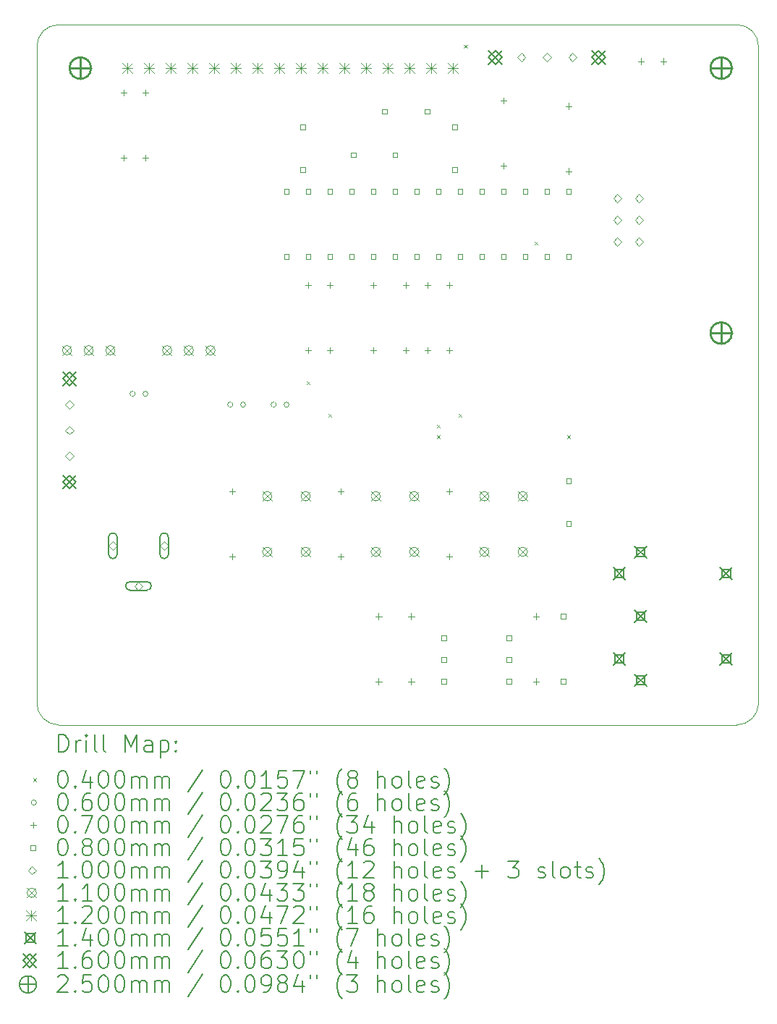
<source format=gbr>
%TF.GenerationSoftware,KiCad,Pcbnew,7.0.7-7.0.7~ubuntu22.04.1*%
%TF.CreationDate,2023-10-02T11:26:03+02:00*%
%TF.ProjectId,interrupter,696e7465-7272-4757-9074-65722e6b6963,rev?*%
%TF.SameCoordinates,Original*%
%TF.FileFunction,Drillmap*%
%TF.FilePolarity,Positive*%
%FSLAX45Y45*%
G04 Gerber Fmt 4.5, Leading zero omitted, Abs format (unit mm)*
G04 Created by KiCad (PCBNEW 7.0.7-7.0.7~ubuntu22.04.1) date 2023-10-02 11:26:03*
%MOMM*%
%LPD*%
G01*
G04 APERTURE LIST*
%ADD10C,0.100000*%
%ADD11C,0.200000*%
%ADD12C,0.040000*%
%ADD13C,0.060000*%
%ADD14C,0.070000*%
%ADD15C,0.080000*%
%ADD16C,0.110000*%
%ADD17C,0.120000*%
%ADD18C,0.140000*%
%ADD19C,0.160000*%
%ADD20C,0.250000*%
G04 APERTURE END LIST*
D10*
X10604500Y-2794000D02*
G75*
G03*
X10350500Y-2540000I-254000J0D01*
G01*
X2413000Y-2540000D02*
G75*
G03*
X2159000Y-2794000I0J-254000D01*
G01*
X2159000Y-10477500D02*
G75*
G03*
X2413000Y-10731500I254000J0D01*
G01*
X2159000Y-2794000D02*
X2159000Y-10477500D01*
X2413000Y-2540000D02*
X10350500Y-2540000D01*
X10604500Y-10486000D02*
X10604500Y-2794000D01*
X10350500Y-10731642D02*
G75*
G03*
X10604500Y-10486000I0J254142D01*
G01*
X10350500Y-10731642D02*
X2413000Y-10731500D01*
D11*
D12*
X5314000Y-6711000D02*
X5354000Y-6751000D01*
X5354000Y-6711000D02*
X5314000Y-6751000D01*
X5568000Y-7092000D02*
X5608000Y-7132000D01*
X5608000Y-7092000D02*
X5568000Y-7132000D01*
X6838000Y-7219000D02*
X6878000Y-7259000D01*
X6878000Y-7219000D02*
X6838000Y-7259000D01*
X6838000Y-7343650D02*
X6878000Y-7383650D01*
X6878000Y-7343650D02*
X6838000Y-7383650D01*
X7092000Y-7092000D02*
X7132000Y-7132000D01*
X7132000Y-7092000D02*
X7092000Y-7132000D01*
X7155500Y-2774000D02*
X7195500Y-2814000D01*
X7195500Y-2774000D02*
X7155500Y-2814000D01*
X7981000Y-5075500D02*
X8021000Y-5115500D01*
X8021000Y-5075500D02*
X7981000Y-5115500D01*
X8362000Y-7343650D02*
X8402000Y-7383650D01*
X8402000Y-7343650D02*
X8362000Y-7383650D01*
D13*
X3309000Y-6858000D02*
G75*
G03*
X3309000Y-6858000I-30000J0D01*
G01*
X3459000Y-6858000D02*
G75*
G03*
X3459000Y-6858000I-30000J0D01*
G01*
X4452000Y-6985000D02*
G75*
G03*
X4452000Y-6985000I-30000J0D01*
G01*
X4602000Y-6985000D02*
G75*
G03*
X4602000Y-6985000I-30000J0D01*
G01*
X4960000Y-6985000D02*
G75*
G03*
X4960000Y-6985000I-30000J0D01*
G01*
X5110000Y-6985000D02*
G75*
G03*
X5110000Y-6985000I-30000J0D01*
G01*
D14*
X3175000Y-3302000D02*
X3175000Y-3372000D01*
X3140000Y-3337000D02*
X3210000Y-3337000D01*
X3175000Y-4064000D02*
X3175000Y-4134000D01*
X3140000Y-4099000D02*
X3210000Y-4099000D01*
X3429000Y-3302000D02*
X3429000Y-3372000D01*
X3394000Y-3337000D02*
X3464000Y-3337000D01*
X3429000Y-4064000D02*
X3429000Y-4134000D01*
X3394000Y-4099000D02*
X3464000Y-4099000D01*
X4445000Y-7966000D02*
X4445000Y-8036000D01*
X4410000Y-8001000D02*
X4480000Y-8001000D01*
X4445000Y-8728000D02*
X4445000Y-8798000D01*
X4410000Y-8763000D02*
X4480000Y-8763000D01*
X5334000Y-5553000D02*
X5334000Y-5623000D01*
X5299000Y-5588000D02*
X5369000Y-5588000D01*
X5334000Y-6315000D02*
X5334000Y-6385000D01*
X5299000Y-6350000D02*
X5369000Y-6350000D01*
X5588000Y-5553000D02*
X5588000Y-5623000D01*
X5553000Y-5588000D02*
X5623000Y-5588000D01*
X5588000Y-6315000D02*
X5588000Y-6385000D01*
X5553000Y-6350000D02*
X5623000Y-6350000D01*
X5715000Y-7966000D02*
X5715000Y-8036000D01*
X5680000Y-8001000D02*
X5750000Y-8001000D01*
X5715000Y-8728000D02*
X5715000Y-8798000D01*
X5680000Y-8763000D02*
X5750000Y-8763000D01*
X6096000Y-5553000D02*
X6096000Y-5623000D01*
X6061000Y-5588000D02*
X6131000Y-5588000D01*
X6096000Y-6315000D02*
X6096000Y-6385000D01*
X6061000Y-6350000D02*
X6131000Y-6350000D01*
X6159500Y-9426500D02*
X6159500Y-9496500D01*
X6124500Y-9461500D02*
X6194500Y-9461500D01*
X6159500Y-10188500D02*
X6159500Y-10258500D01*
X6124500Y-10223500D02*
X6194500Y-10223500D01*
X6477000Y-5553000D02*
X6477000Y-5623000D01*
X6442000Y-5588000D02*
X6512000Y-5588000D01*
X6477000Y-6315000D02*
X6477000Y-6385000D01*
X6442000Y-6350000D02*
X6512000Y-6350000D01*
X6540500Y-9426500D02*
X6540500Y-9496500D01*
X6505500Y-9461500D02*
X6575500Y-9461500D01*
X6540500Y-10188500D02*
X6540500Y-10258500D01*
X6505500Y-10223500D02*
X6575500Y-10223500D01*
X6731000Y-5553000D02*
X6731000Y-5623000D01*
X6696000Y-5588000D02*
X6766000Y-5588000D01*
X6731000Y-6315000D02*
X6731000Y-6385000D01*
X6696000Y-6350000D02*
X6766000Y-6350000D01*
X6985000Y-5553000D02*
X6985000Y-5623000D01*
X6950000Y-5588000D02*
X7020000Y-5588000D01*
X6985000Y-6315000D02*
X6985000Y-6385000D01*
X6950000Y-6350000D02*
X7020000Y-6350000D01*
X6985000Y-7966000D02*
X6985000Y-8036000D01*
X6950000Y-8001000D02*
X7020000Y-8001000D01*
X6985000Y-8728000D02*
X6985000Y-8798000D01*
X6950000Y-8763000D02*
X7020000Y-8763000D01*
X7620000Y-3394000D02*
X7620000Y-3464000D01*
X7585000Y-3429000D02*
X7655000Y-3429000D01*
X7620000Y-4156000D02*
X7620000Y-4226000D01*
X7585000Y-4191000D02*
X7655000Y-4191000D01*
X8001000Y-9426500D02*
X8001000Y-9496500D01*
X7966000Y-9461500D02*
X8036000Y-9461500D01*
X8001000Y-10188500D02*
X8001000Y-10258500D01*
X7966000Y-10223500D02*
X8036000Y-10223500D01*
X8382000Y-3457500D02*
X8382000Y-3527500D01*
X8347000Y-3492500D02*
X8417000Y-3492500D01*
X8382000Y-4219500D02*
X8382000Y-4289500D01*
X8347000Y-4254500D02*
X8417000Y-4254500D01*
X9228600Y-2932800D02*
X9228600Y-3002800D01*
X9193600Y-2967800D02*
X9263600Y-2967800D01*
X9488600Y-2932800D02*
X9488600Y-3002800D01*
X9453600Y-2967800D02*
X9523600Y-2967800D01*
D15*
X5107285Y-4517285D02*
X5107285Y-4460716D01*
X5050716Y-4460716D01*
X5050716Y-4517285D01*
X5107285Y-4517285D01*
X5107285Y-5279285D02*
X5107285Y-5222716D01*
X5050716Y-5222716D01*
X5050716Y-5279285D01*
X5107285Y-5279285D01*
X5298785Y-3767284D02*
X5298785Y-3710715D01*
X5242216Y-3710715D01*
X5242216Y-3767284D01*
X5298785Y-3767284D01*
X5298785Y-4267285D02*
X5298785Y-4210716D01*
X5242216Y-4210716D01*
X5242216Y-4267285D01*
X5298785Y-4267285D01*
X5361285Y-4517285D02*
X5361285Y-4460716D01*
X5304716Y-4460716D01*
X5304716Y-4517285D01*
X5361285Y-4517285D01*
X5361285Y-5279285D02*
X5361285Y-5222716D01*
X5304716Y-5222716D01*
X5304716Y-5279285D01*
X5361285Y-5279285D01*
X5615284Y-4517285D02*
X5615284Y-4460716D01*
X5558716Y-4460716D01*
X5558716Y-4517285D01*
X5615284Y-4517285D01*
X5615284Y-5279285D02*
X5615284Y-5222716D01*
X5558716Y-5222716D01*
X5558716Y-5279285D01*
X5615284Y-5279285D01*
X5869284Y-4517285D02*
X5869284Y-4460716D01*
X5812715Y-4460716D01*
X5812715Y-4517285D01*
X5869284Y-4517285D01*
X5869284Y-5279285D02*
X5869284Y-5222716D01*
X5812715Y-5222716D01*
X5812715Y-5279285D01*
X5869284Y-5279285D01*
X5890284Y-4092284D02*
X5890284Y-4035715D01*
X5833715Y-4035715D01*
X5833715Y-4092284D01*
X5890284Y-4092284D01*
X6123284Y-4517285D02*
X6123284Y-4460716D01*
X6066715Y-4460716D01*
X6066715Y-4517285D01*
X6123284Y-4517285D01*
X6123284Y-5279285D02*
X6123284Y-5222716D01*
X6066715Y-5222716D01*
X6066715Y-5279285D01*
X6123284Y-5279285D01*
X6255284Y-3584284D02*
X6255284Y-3527715D01*
X6198715Y-3527715D01*
X6198715Y-3584284D01*
X6255284Y-3584284D01*
X6377284Y-4517285D02*
X6377284Y-4460716D01*
X6320715Y-4460716D01*
X6320715Y-4517285D01*
X6377284Y-4517285D01*
X6377284Y-5279285D02*
X6377284Y-5222716D01*
X6320715Y-5222716D01*
X6320715Y-5279285D01*
X6377284Y-5279285D01*
X6378284Y-4092284D02*
X6378284Y-4035715D01*
X6321715Y-4035715D01*
X6321715Y-4092284D01*
X6378284Y-4092284D01*
X6631284Y-4517285D02*
X6631284Y-4460716D01*
X6574715Y-4460716D01*
X6574715Y-4517285D01*
X6631284Y-4517285D01*
X6631284Y-5279285D02*
X6631284Y-5222716D01*
X6574715Y-5222716D01*
X6574715Y-5279285D01*
X6631284Y-5279285D01*
X6755284Y-3584284D02*
X6755284Y-3527715D01*
X6698715Y-3527715D01*
X6698715Y-3584284D01*
X6755284Y-3584284D01*
X6885284Y-4517285D02*
X6885284Y-4460716D01*
X6828715Y-4460716D01*
X6828715Y-4517285D01*
X6885284Y-4517285D01*
X6885284Y-5279285D02*
X6885284Y-5222716D01*
X6828715Y-5222716D01*
X6828715Y-5279285D01*
X6885284Y-5279285D01*
X6948784Y-9742285D02*
X6948784Y-9685716D01*
X6892215Y-9685716D01*
X6892215Y-9742285D01*
X6948784Y-9742285D01*
X6948784Y-9996285D02*
X6948784Y-9939716D01*
X6892215Y-9939716D01*
X6892215Y-9996285D01*
X6948784Y-9996285D01*
X6948784Y-10250285D02*
X6948784Y-10193716D01*
X6892215Y-10193716D01*
X6892215Y-10250285D01*
X6948784Y-10250285D01*
X7076784Y-3767284D02*
X7076784Y-3710715D01*
X7020215Y-3710715D01*
X7020215Y-3767284D01*
X7076784Y-3767284D01*
X7076784Y-4267285D02*
X7076784Y-4210716D01*
X7020215Y-4210716D01*
X7020215Y-4267285D01*
X7076784Y-4267285D01*
X7139284Y-4517285D02*
X7139284Y-4460716D01*
X7082715Y-4460716D01*
X7082715Y-4517285D01*
X7139284Y-4517285D01*
X7139284Y-5279285D02*
X7139284Y-5222716D01*
X7082715Y-5222716D01*
X7082715Y-5279285D01*
X7139284Y-5279285D01*
X7393284Y-4517285D02*
X7393284Y-4460716D01*
X7336715Y-4460716D01*
X7336715Y-4517285D01*
X7393284Y-4517285D01*
X7393284Y-5279285D02*
X7393284Y-5222716D01*
X7336715Y-5222716D01*
X7336715Y-5279285D01*
X7393284Y-5279285D01*
X7647284Y-4517285D02*
X7647284Y-4460716D01*
X7590715Y-4460716D01*
X7590715Y-4517285D01*
X7647284Y-4517285D01*
X7647284Y-5279285D02*
X7647284Y-5222716D01*
X7590715Y-5222716D01*
X7590715Y-5279285D01*
X7647284Y-5279285D01*
X7710784Y-9742285D02*
X7710784Y-9685716D01*
X7654215Y-9685716D01*
X7654215Y-9742285D01*
X7710784Y-9742285D01*
X7710784Y-9996285D02*
X7710784Y-9939716D01*
X7654215Y-9939716D01*
X7654215Y-9996285D01*
X7710784Y-9996285D01*
X7710784Y-10250285D02*
X7710784Y-10193716D01*
X7654215Y-10193716D01*
X7654215Y-10250285D01*
X7710784Y-10250285D01*
X7901284Y-4517285D02*
X7901284Y-4460716D01*
X7844715Y-4460716D01*
X7844715Y-4517285D01*
X7901284Y-4517285D01*
X7901284Y-5279285D02*
X7901284Y-5222716D01*
X7844715Y-5222716D01*
X7844715Y-5279285D01*
X7901284Y-5279285D01*
X8155284Y-4517285D02*
X8155284Y-4460716D01*
X8098715Y-4460716D01*
X8098715Y-4517285D01*
X8155284Y-4517285D01*
X8155284Y-5279285D02*
X8155284Y-5222716D01*
X8098715Y-5222716D01*
X8098715Y-5279285D01*
X8155284Y-5279285D01*
X8346784Y-9489785D02*
X8346784Y-9433216D01*
X8290215Y-9433216D01*
X8290215Y-9489785D01*
X8346784Y-9489785D01*
X8346784Y-10251785D02*
X8346784Y-10195216D01*
X8290215Y-10195216D01*
X8290215Y-10251785D01*
X8346784Y-10251785D01*
X8409285Y-4517285D02*
X8409285Y-4460716D01*
X8352715Y-4460716D01*
X8352715Y-4517285D01*
X8409285Y-4517285D01*
X8409285Y-5279285D02*
X8409285Y-5222716D01*
X8352715Y-5222716D01*
X8352715Y-5279285D01*
X8409285Y-5279285D01*
X8410285Y-7906284D02*
X8410285Y-7849715D01*
X8353715Y-7849715D01*
X8353715Y-7906284D01*
X8410285Y-7906284D01*
X8410285Y-8406285D02*
X8410285Y-8349715D01*
X8353715Y-8349715D01*
X8353715Y-8406285D01*
X8410285Y-8406285D01*
D10*
X2540000Y-7035000D02*
X2590000Y-6985000D01*
X2540000Y-6935000D01*
X2490000Y-6985000D01*
X2540000Y-7035000D01*
X2540000Y-7335000D02*
X2590000Y-7285000D01*
X2540000Y-7235000D01*
X2490000Y-7285000D01*
X2540000Y-7335000D01*
X2540000Y-7635000D02*
X2590000Y-7585000D01*
X2540000Y-7535000D01*
X2490000Y-7585000D01*
X2540000Y-7635000D01*
X3048000Y-8686000D02*
X3098000Y-8636000D01*
X3048000Y-8586000D01*
X2998000Y-8636000D01*
X3048000Y-8686000D01*
D11*
X2998000Y-8536000D02*
X2998000Y-8736000D01*
X2998000Y-8736000D02*
G75*
G03*
X3098000Y-8736000I50000J0D01*
G01*
X3098000Y-8736000D02*
X3098000Y-8536000D01*
X3098000Y-8536000D02*
G75*
G03*
X2998000Y-8536000I-50000J0D01*
G01*
D10*
X3348000Y-9156000D02*
X3398000Y-9106000D01*
X3348000Y-9056000D01*
X3298000Y-9106000D01*
X3348000Y-9156000D01*
D11*
X3248000Y-9156000D02*
X3448000Y-9156000D01*
X3448000Y-9156000D02*
G75*
G03*
X3448000Y-9056000I0J50000D01*
G01*
X3448000Y-9056000D02*
X3248000Y-9056000D01*
X3248000Y-9056000D02*
G75*
G03*
X3248000Y-9156000I0J-50000D01*
G01*
D10*
X3648000Y-8686000D02*
X3698000Y-8636000D01*
X3648000Y-8586000D01*
X3598000Y-8636000D01*
X3648000Y-8686000D01*
D11*
X3598000Y-8536000D02*
X3598000Y-8736000D01*
X3598000Y-8736000D02*
G75*
G03*
X3698000Y-8736000I50000J0D01*
G01*
X3698000Y-8736000D02*
X3698000Y-8536000D01*
X3698000Y-8536000D02*
G75*
G03*
X3598000Y-8536000I-50000J0D01*
G01*
D10*
X7828000Y-2971000D02*
X7878000Y-2921000D01*
X7828000Y-2871000D01*
X7778000Y-2921000D01*
X7828000Y-2971000D01*
X8128000Y-2971000D02*
X8178000Y-2921000D01*
X8128000Y-2871000D01*
X8078000Y-2921000D01*
X8128000Y-2971000D01*
X8428000Y-2971000D02*
X8478000Y-2921000D01*
X8428000Y-2871000D01*
X8378000Y-2921000D01*
X8428000Y-2971000D01*
X8953500Y-4622000D02*
X9003500Y-4572000D01*
X8953500Y-4522000D01*
X8903500Y-4572000D01*
X8953500Y-4622000D01*
X8953500Y-4876000D02*
X9003500Y-4826000D01*
X8953500Y-4776000D01*
X8903500Y-4826000D01*
X8953500Y-4876000D01*
X8953500Y-5130000D02*
X9003500Y-5080000D01*
X8953500Y-5030000D01*
X8903500Y-5080000D01*
X8953500Y-5130000D01*
X9207500Y-4622000D02*
X9257500Y-4572000D01*
X9207500Y-4522000D01*
X9157500Y-4572000D01*
X9207500Y-4622000D01*
X9207500Y-4876000D02*
X9257500Y-4826000D01*
X9207500Y-4776000D01*
X9157500Y-4826000D01*
X9207500Y-4876000D01*
X9207500Y-5130000D02*
X9257500Y-5080000D01*
X9207500Y-5030000D01*
X9157500Y-5080000D01*
X9207500Y-5130000D01*
D16*
X2456000Y-6295000D02*
X2566000Y-6405000D01*
X2566000Y-6295000D02*
X2456000Y-6405000D01*
X2566000Y-6350000D02*
G75*
G03*
X2566000Y-6350000I-55000J0D01*
G01*
X2710000Y-6295000D02*
X2820000Y-6405000D01*
X2820000Y-6295000D02*
X2710000Y-6405000D01*
X2820000Y-6350000D02*
G75*
G03*
X2820000Y-6350000I-55000J0D01*
G01*
X2964000Y-6295000D02*
X3074000Y-6405000D01*
X3074000Y-6295000D02*
X2964000Y-6405000D01*
X3074000Y-6350000D02*
G75*
G03*
X3074000Y-6350000I-55000J0D01*
G01*
X3628000Y-6295000D02*
X3738000Y-6405000D01*
X3738000Y-6295000D02*
X3628000Y-6405000D01*
X3738000Y-6350000D02*
G75*
G03*
X3738000Y-6350000I-55000J0D01*
G01*
X3882000Y-6295000D02*
X3992000Y-6405000D01*
X3992000Y-6295000D02*
X3882000Y-6405000D01*
X3992000Y-6350000D02*
G75*
G03*
X3992000Y-6350000I-55000J0D01*
G01*
X4136000Y-6295000D02*
X4246000Y-6405000D01*
X4246000Y-6295000D02*
X4136000Y-6405000D01*
X4246000Y-6350000D02*
G75*
G03*
X4246000Y-6350000I-55000J0D01*
G01*
X4800000Y-8002000D02*
X4910000Y-8112000D01*
X4910000Y-8002000D02*
X4800000Y-8112000D01*
X4910000Y-8057000D02*
G75*
G03*
X4910000Y-8057000I-55000J0D01*
G01*
X4800000Y-8652000D02*
X4910000Y-8762000D01*
X4910000Y-8652000D02*
X4800000Y-8762000D01*
X4910000Y-8707000D02*
G75*
G03*
X4910000Y-8707000I-55000J0D01*
G01*
X5250000Y-8002000D02*
X5360000Y-8112000D01*
X5360000Y-8002000D02*
X5250000Y-8112000D01*
X5360000Y-8057000D02*
G75*
G03*
X5360000Y-8057000I-55000J0D01*
G01*
X5250000Y-8652000D02*
X5360000Y-8762000D01*
X5360000Y-8652000D02*
X5250000Y-8762000D01*
X5360000Y-8707000D02*
G75*
G03*
X5360000Y-8707000I-55000J0D01*
G01*
X6070000Y-8002000D02*
X6180000Y-8112000D01*
X6180000Y-8002000D02*
X6070000Y-8112000D01*
X6180000Y-8057000D02*
G75*
G03*
X6180000Y-8057000I-55000J0D01*
G01*
X6070000Y-8652000D02*
X6180000Y-8762000D01*
X6180000Y-8652000D02*
X6070000Y-8762000D01*
X6180000Y-8707000D02*
G75*
G03*
X6180000Y-8707000I-55000J0D01*
G01*
X6520000Y-8002000D02*
X6630000Y-8112000D01*
X6630000Y-8002000D02*
X6520000Y-8112000D01*
X6630000Y-8057000D02*
G75*
G03*
X6630000Y-8057000I-55000J0D01*
G01*
X6520000Y-8652000D02*
X6630000Y-8762000D01*
X6630000Y-8652000D02*
X6520000Y-8762000D01*
X6630000Y-8707000D02*
G75*
G03*
X6630000Y-8707000I-55000J0D01*
G01*
X7340000Y-8002000D02*
X7450000Y-8112000D01*
X7450000Y-8002000D02*
X7340000Y-8112000D01*
X7450000Y-8057000D02*
G75*
G03*
X7450000Y-8057000I-55000J0D01*
G01*
X7340000Y-8652000D02*
X7450000Y-8762000D01*
X7450000Y-8652000D02*
X7340000Y-8762000D01*
X7450000Y-8707000D02*
G75*
G03*
X7450000Y-8707000I-55000J0D01*
G01*
X7790000Y-8002000D02*
X7900000Y-8112000D01*
X7900000Y-8002000D02*
X7790000Y-8112000D01*
X7900000Y-8057000D02*
G75*
G03*
X7900000Y-8057000I-55000J0D01*
G01*
X7790000Y-8652000D02*
X7900000Y-8762000D01*
X7900000Y-8652000D02*
X7790000Y-8762000D01*
X7900000Y-8707000D02*
G75*
G03*
X7900000Y-8707000I-55000J0D01*
G01*
D17*
X3156910Y-2988000D02*
X3276910Y-3108000D01*
X3276910Y-2988000D02*
X3156910Y-3108000D01*
X3216910Y-2988000D02*
X3216910Y-3108000D01*
X3156910Y-3048000D02*
X3276910Y-3048000D01*
X3410910Y-2988000D02*
X3530910Y-3108000D01*
X3530910Y-2988000D02*
X3410910Y-3108000D01*
X3470910Y-2988000D02*
X3470910Y-3108000D01*
X3410910Y-3048000D02*
X3530910Y-3048000D01*
X3664910Y-2988000D02*
X3784910Y-3108000D01*
X3784910Y-2988000D02*
X3664910Y-3108000D01*
X3724910Y-2988000D02*
X3724910Y-3108000D01*
X3664910Y-3048000D02*
X3784910Y-3048000D01*
X3918910Y-2988000D02*
X4038910Y-3108000D01*
X4038910Y-2988000D02*
X3918910Y-3108000D01*
X3978910Y-2988000D02*
X3978910Y-3108000D01*
X3918910Y-3048000D02*
X4038910Y-3048000D01*
X4172910Y-2988000D02*
X4292910Y-3108000D01*
X4292910Y-2988000D02*
X4172910Y-3108000D01*
X4232910Y-2988000D02*
X4232910Y-3108000D01*
X4172910Y-3048000D02*
X4292910Y-3048000D01*
X4426910Y-2988000D02*
X4546910Y-3108000D01*
X4546910Y-2988000D02*
X4426910Y-3108000D01*
X4486910Y-2988000D02*
X4486910Y-3108000D01*
X4426910Y-3048000D02*
X4546910Y-3048000D01*
X4680910Y-2988000D02*
X4800910Y-3108000D01*
X4800910Y-2988000D02*
X4680910Y-3108000D01*
X4740910Y-2988000D02*
X4740910Y-3108000D01*
X4680910Y-3048000D02*
X4800910Y-3048000D01*
X4934910Y-2988000D02*
X5054910Y-3108000D01*
X5054910Y-2988000D02*
X4934910Y-3108000D01*
X4994910Y-2988000D02*
X4994910Y-3108000D01*
X4934910Y-3048000D02*
X5054910Y-3048000D01*
X5188910Y-2988000D02*
X5308910Y-3108000D01*
X5308910Y-2988000D02*
X5188910Y-3108000D01*
X5248910Y-2988000D02*
X5248910Y-3108000D01*
X5188910Y-3048000D02*
X5308910Y-3048000D01*
X5442910Y-2988000D02*
X5562910Y-3108000D01*
X5562910Y-2988000D02*
X5442910Y-3108000D01*
X5502910Y-2988000D02*
X5502910Y-3108000D01*
X5442910Y-3048000D02*
X5562910Y-3048000D01*
X5696910Y-2988000D02*
X5816910Y-3108000D01*
X5816910Y-2988000D02*
X5696910Y-3108000D01*
X5756910Y-2988000D02*
X5756910Y-3108000D01*
X5696910Y-3048000D02*
X5816910Y-3048000D01*
X5950910Y-2988000D02*
X6070910Y-3108000D01*
X6070910Y-2988000D02*
X5950910Y-3108000D01*
X6010910Y-2988000D02*
X6010910Y-3108000D01*
X5950910Y-3048000D02*
X6070910Y-3048000D01*
X6204910Y-2988000D02*
X6324910Y-3108000D01*
X6324910Y-2988000D02*
X6204910Y-3108000D01*
X6264910Y-2988000D02*
X6264910Y-3108000D01*
X6204910Y-3048000D02*
X6324910Y-3048000D01*
X6458910Y-2988000D02*
X6578910Y-3108000D01*
X6578910Y-2988000D02*
X6458910Y-3108000D01*
X6518910Y-2988000D02*
X6518910Y-3108000D01*
X6458910Y-3048000D02*
X6578910Y-3048000D01*
X6712910Y-2988000D02*
X6832910Y-3108000D01*
X6832910Y-2988000D02*
X6712910Y-3108000D01*
X6772910Y-2988000D02*
X6772910Y-3108000D01*
X6712910Y-3048000D02*
X6832910Y-3048000D01*
X6966910Y-2988000D02*
X7086910Y-3108000D01*
X7086910Y-2988000D02*
X6966910Y-3108000D01*
X7026910Y-2988000D02*
X7026910Y-3108000D01*
X6966910Y-3048000D02*
X7086910Y-3048000D01*
D18*
X8905000Y-8891500D02*
X9045000Y-9031500D01*
X9045000Y-8891500D02*
X8905000Y-9031500D01*
X9024498Y-9010998D02*
X9024498Y-8912002D01*
X8925502Y-8912002D01*
X8925502Y-9010998D01*
X9024498Y-9010998D01*
X8905000Y-9891500D02*
X9045000Y-10031500D01*
X9045000Y-9891500D02*
X8905000Y-10031500D01*
X9024498Y-10010998D02*
X9024498Y-9912002D01*
X8925502Y-9912002D01*
X8925502Y-10010998D01*
X9024498Y-10010998D01*
X9155000Y-8641500D02*
X9295000Y-8781500D01*
X9295000Y-8641500D02*
X9155000Y-8781500D01*
X9274498Y-8760998D02*
X9274498Y-8662002D01*
X9175502Y-8662002D01*
X9175502Y-8760998D01*
X9274498Y-8760998D01*
X9155000Y-9391500D02*
X9295000Y-9531500D01*
X9295000Y-9391500D02*
X9155000Y-9531500D01*
X9274498Y-9510998D02*
X9274498Y-9412002D01*
X9175502Y-9412002D01*
X9175502Y-9510998D01*
X9274498Y-9510998D01*
X9155000Y-10141500D02*
X9295000Y-10281500D01*
X9295000Y-10141500D02*
X9155000Y-10281500D01*
X9274498Y-10260998D02*
X9274498Y-10162002D01*
X9175502Y-10162002D01*
X9175502Y-10260998D01*
X9274498Y-10260998D01*
X10155000Y-8891500D02*
X10295000Y-9031500D01*
X10295000Y-8891500D02*
X10155000Y-9031500D01*
X10274498Y-9010998D02*
X10274498Y-8912002D01*
X10175502Y-8912002D01*
X10175502Y-9010998D01*
X10274498Y-9010998D01*
X10155000Y-9891500D02*
X10295000Y-10031500D01*
X10295000Y-9891500D02*
X10155000Y-10031500D01*
X10274498Y-10010998D02*
X10274498Y-9912002D01*
X10175502Y-9912002D01*
X10175502Y-10010998D01*
X10274498Y-10010998D01*
D19*
X2460000Y-6600000D02*
X2620000Y-6760000D01*
X2620000Y-6600000D02*
X2460000Y-6760000D01*
X2540000Y-6760000D02*
X2620000Y-6680000D01*
X2540000Y-6600000D01*
X2460000Y-6680000D01*
X2540000Y-6760000D01*
X2460000Y-7810000D02*
X2620000Y-7970000D01*
X2620000Y-7810000D02*
X2460000Y-7970000D01*
X2540000Y-7970000D02*
X2620000Y-7890000D01*
X2540000Y-7810000D01*
X2460000Y-7890000D01*
X2540000Y-7970000D01*
X7443000Y-2841000D02*
X7603000Y-3001000D01*
X7603000Y-2841000D02*
X7443000Y-3001000D01*
X7523000Y-3001000D02*
X7603000Y-2921000D01*
X7523000Y-2841000D01*
X7443000Y-2921000D01*
X7523000Y-3001000D01*
X8653000Y-2841000D02*
X8813000Y-3001000D01*
X8813000Y-2841000D02*
X8653000Y-3001000D01*
X8733000Y-3001000D02*
X8813000Y-2921000D01*
X8733000Y-2841000D01*
X8653000Y-2921000D01*
X8733000Y-3001000D01*
D20*
X2667000Y-2923000D02*
X2667000Y-3173000D01*
X2542000Y-3048000D02*
X2792000Y-3048000D01*
X2792000Y-3048000D02*
G75*
G03*
X2792000Y-3048000I-125000J0D01*
G01*
X10166858Y-6023070D02*
X10166858Y-6273070D01*
X10041858Y-6148070D02*
X10291858Y-6148070D01*
X10291858Y-6148070D02*
G75*
G03*
X10291858Y-6148070I-125000J0D01*
G01*
X10166910Y-2923000D02*
X10166910Y-3173000D01*
X10041910Y-3048000D02*
X10291910Y-3048000D01*
X10291910Y-3048000D02*
G75*
G03*
X10291910Y-3048000I-125000J0D01*
G01*
D11*
X2414777Y-11048126D02*
X2414777Y-10848126D01*
X2414777Y-10848126D02*
X2462396Y-10848126D01*
X2462396Y-10848126D02*
X2490967Y-10857650D01*
X2490967Y-10857650D02*
X2510015Y-10876697D01*
X2510015Y-10876697D02*
X2519539Y-10895745D01*
X2519539Y-10895745D02*
X2529063Y-10933840D01*
X2529063Y-10933840D02*
X2529063Y-10962412D01*
X2529063Y-10962412D02*
X2519539Y-11000507D01*
X2519539Y-11000507D02*
X2510015Y-11019554D01*
X2510015Y-11019554D02*
X2490967Y-11038602D01*
X2490967Y-11038602D02*
X2462396Y-11048126D01*
X2462396Y-11048126D02*
X2414777Y-11048126D01*
X2614777Y-11048126D02*
X2614777Y-10914793D01*
X2614777Y-10952888D02*
X2624301Y-10933840D01*
X2624301Y-10933840D02*
X2633824Y-10924316D01*
X2633824Y-10924316D02*
X2652872Y-10914793D01*
X2652872Y-10914793D02*
X2671920Y-10914793D01*
X2738586Y-11048126D02*
X2738586Y-10914793D01*
X2738586Y-10848126D02*
X2729063Y-10857650D01*
X2729063Y-10857650D02*
X2738586Y-10867174D01*
X2738586Y-10867174D02*
X2748110Y-10857650D01*
X2748110Y-10857650D02*
X2738586Y-10848126D01*
X2738586Y-10848126D02*
X2738586Y-10867174D01*
X2862396Y-11048126D02*
X2843348Y-11038602D01*
X2843348Y-11038602D02*
X2833824Y-11019554D01*
X2833824Y-11019554D02*
X2833824Y-10848126D01*
X2967158Y-11048126D02*
X2948110Y-11038602D01*
X2948110Y-11038602D02*
X2938586Y-11019554D01*
X2938586Y-11019554D02*
X2938586Y-10848126D01*
X3195729Y-11048126D02*
X3195729Y-10848126D01*
X3195729Y-10848126D02*
X3262396Y-10990983D01*
X3262396Y-10990983D02*
X3329062Y-10848126D01*
X3329062Y-10848126D02*
X3329062Y-11048126D01*
X3510015Y-11048126D02*
X3510015Y-10943364D01*
X3510015Y-10943364D02*
X3500491Y-10924316D01*
X3500491Y-10924316D02*
X3481443Y-10914793D01*
X3481443Y-10914793D02*
X3443348Y-10914793D01*
X3443348Y-10914793D02*
X3424301Y-10924316D01*
X3510015Y-11038602D02*
X3490967Y-11048126D01*
X3490967Y-11048126D02*
X3443348Y-11048126D01*
X3443348Y-11048126D02*
X3424301Y-11038602D01*
X3424301Y-11038602D02*
X3414777Y-11019554D01*
X3414777Y-11019554D02*
X3414777Y-11000507D01*
X3414777Y-11000507D02*
X3424301Y-10981459D01*
X3424301Y-10981459D02*
X3443348Y-10971935D01*
X3443348Y-10971935D02*
X3490967Y-10971935D01*
X3490967Y-10971935D02*
X3510015Y-10962412D01*
X3605253Y-10914793D02*
X3605253Y-11114793D01*
X3605253Y-10924316D02*
X3624301Y-10914793D01*
X3624301Y-10914793D02*
X3662396Y-10914793D01*
X3662396Y-10914793D02*
X3681443Y-10924316D01*
X3681443Y-10924316D02*
X3690967Y-10933840D01*
X3690967Y-10933840D02*
X3700491Y-10952888D01*
X3700491Y-10952888D02*
X3700491Y-11010031D01*
X3700491Y-11010031D02*
X3690967Y-11029078D01*
X3690967Y-11029078D02*
X3681443Y-11038602D01*
X3681443Y-11038602D02*
X3662396Y-11048126D01*
X3662396Y-11048126D02*
X3624301Y-11048126D01*
X3624301Y-11048126D02*
X3605253Y-11038602D01*
X3786205Y-11029078D02*
X3795729Y-11038602D01*
X3795729Y-11038602D02*
X3786205Y-11048126D01*
X3786205Y-11048126D02*
X3776682Y-11038602D01*
X3776682Y-11038602D02*
X3786205Y-11029078D01*
X3786205Y-11029078D02*
X3786205Y-11048126D01*
X3786205Y-10924316D02*
X3795729Y-10933840D01*
X3795729Y-10933840D02*
X3786205Y-10943364D01*
X3786205Y-10943364D02*
X3776682Y-10933840D01*
X3776682Y-10933840D02*
X3786205Y-10924316D01*
X3786205Y-10924316D02*
X3786205Y-10943364D01*
D12*
X2114000Y-11356642D02*
X2154000Y-11396642D01*
X2154000Y-11356642D02*
X2114000Y-11396642D01*
D11*
X2452872Y-11268126D02*
X2471920Y-11268126D01*
X2471920Y-11268126D02*
X2490967Y-11277650D01*
X2490967Y-11277650D02*
X2500491Y-11287173D01*
X2500491Y-11287173D02*
X2510015Y-11306221D01*
X2510015Y-11306221D02*
X2519539Y-11344316D01*
X2519539Y-11344316D02*
X2519539Y-11391935D01*
X2519539Y-11391935D02*
X2510015Y-11430031D01*
X2510015Y-11430031D02*
X2500491Y-11449078D01*
X2500491Y-11449078D02*
X2490967Y-11458602D01*
X2490967Y-11458602D02*
X2471920Y-11468126D01*
X2471920Y-11468126D02*
X2452872Y-11468126D01*
X2452872Y-11468126D02*
X2433824Y-11458602D01*
X2433824Y-11458602D02*
X2424301Y-11449078D01*
X2424301Y-11449078D02*
X2414777Y-11430031D01*
X2414777Y-11430031D02*
X2405253Y-11391935D01*
X2405253Y-11391935D02*
X2405253Y-11344316D01*
X2405253Y-11344316D02*
X2414777Y-11306221D01*
X2414777Y-11306221D02*
X2424301Y-11287173D01*
X2424301Y-11287173D02*
X2433824Y-11277650D01*
X2433824Y-11277650D02*
X2452872Y-11268126D01*
X2605253Y-11449078D02*
X2614777Y-11458602D01*
X2614777Y-11458602D02*
X2605253Y-11468126D01*
X2605253Y-11468126D02*
X2595729Y-11458602D01*
X2595729Y-11458602D02*
X2605253Y-11449078D01*
X2605253Y-11449078D02*
X2605253Y-11468126D01*
X2786205Y-11334792D02*
X2786205Y-11468126D01*
X2738586Y-11258602D02*
X2690967Y-11401459D01*
X2690967Y-11401459D02*
X2814777Y-11401459D01*
X2929062Y-11268126D02*
X2948110Y-11268126D01*
X2948110Y-11268126D02*
X2967158Y-11277650D01*
X2967158Y-11277650D02*
X2976682Y-11287173D01*
X2976682Y-11287173D02*
X2986205Y-11306221D01*
X2986205Y-11306221D02*
X2995729Y-11344316D01*
X2995729Y-11344316D02*
X2995729Y-11391935D01*
X2995729Y-11391935D02*
X2986205Y-11430031D01*
X2986205Y-11430031D02*
X2976682Y-11449078D01*
X2976682Y-11449078D02*
X2967158Y-11458602D01*
X2967158Y-11458602D02*
X2948110Y-11468126D01*
X2948110Y-11468126D02*
X2929062Y-11468126D01*
X2929062Y-11468126D02*
X2910015Y-11458602D01*
X2910015Y-11458602D02*
X2900491Y-11449078D01*
X2900491Y-11449078D02*
X2890967Y-11430031D01*
X2890967Y-11430031D02*
X2881443Y-11391935D01*
X2881443Y-11391935D02*
X2881443Y-11344316D01*
X2881443Y-11344316D02*
X2890967Y-11306221D01*
X2890967Y-11306221D02*
X2900491Y-11287173D01*
X2900491Y-11287173D02*
X2910015Y-11277650D01*
X2910015Y-11277650D02*
X2929062Y-11268126D01*
X3119539Y-11268126D02*
X3138586Y-11268126D01*
X3138586Y-11268126D02*
X3157634Y-11277650D01*
X3157634Y-11277650D02*
X3167158Y-11287173D01*
X3167158Y-11287173D02*
X3176682Y-11306221D01*
X3176682Y-11306221D02*
X3186205Y-11344316D01*
X3186205Y-11344316D02*
X3186205Y-11391935D01*
X3186205Y-11391935D02*
X3176682Y-11430031D01*
X3176682Y-11430031D02*
X3167158Y-11449078D01*
X3167158Y-11449078D02*
X3157634Y-11458602D01*
X3157634Y-11458602D02*
X3138586Y-11468126D01*
X3138586Y-11468126D02*
X3119539Y-11468126D01*
X3119539Y-11468126D02*
X3100491Y-11458602D01*
X3100491Y-11458602D02*
X3090967Y-11449078D01*
X3090967Y-11449078D02*
X3081443Y-11430031D01*
X3081443Y-11430031D02*
X3071920Y-11391935D01*
X3071920Y-11391935D02*
X3071920Y-11344316D01*
X3071920Y-11344316D02*
X3081443Y-11306221D01*
X3081443Y-11306221D02*
X3090967Y-11287173D01*
X3090967Y-11287173D02*
X3100491Y-11277650D01*
X3100491Y-11277650D02*
X3119539Y-11268126D01*
X3271920Y-11468126D02*
X3271920Y-11334792D01*
X3271920Y-11353840D02*
X3281443Y-11344316D01*
X3281443Y-11344316D02*
X3300491Y-11334792D01*
X3300491Y-11334792D02*
X3329063Y-11334792D01*
X3329063Y-11334792D02*
X3348110Y-11344316D01*
X3348110Y-11344316D02*
X3357634Y-11363364D01*
X3357634Y-11363364D02*
X3357634Y-11468126D01*
X3357634Y-11363364D02*
X3367158Y-11344316D01*
X3367158Y-11344316D02*
X3386205Y-11334792D01*
X3386205Y-11334792D02*
X3414777Y-11334792D01*
X3414777Y-11334792D02*
X3433824Y-11344316D01*
X3433824Y-11344316D02*
X3443348Y-11363364D01*
X3443348Y-11363364D02*
X3443348Y-11468126D01*
X3538586Y-11468126D02*
X3538586Y-11334792D01*
X3538586Y-11353840D02*
X3548110Y-11344316D01*
X3548110Y-11344316D02*
X3567158Y-11334792D01*
X3567158Y-11334792D02*
X3595729Y-11334792D01*
X3595729Y-11334792D02*
X3614777Y-11344316D01*
X3614777Y-11344316D02*
X3624301Y-11363364D01*
X3624301Y-11363364D02*
X3624301Y-11468126D01*
X3624301Y-11363364D02*
X3633824Y-11344316D01*
X3633824Y-11344316D02*
X3652872Y-11334792D01*
X3652872Y-11334792D02*
X3681443Y-11334792D01*
X3681443Y-11334792D02*
X3700491Y-11344316D01*
X3700491Y-11344316D02*
X3710015Y-11363364D01*
X3710015Y-11363364D02*
X3710015Y-11468126D01*
X4100491Y-11258602D02*
X3929063Y-11515745D01*
X4357634Y-11268126D02*
X4376682Y-11268126D01*
X4376682Y-11268126D02*
X4395729Y-11277650D01*
X4395729Y-11277650D02*
X4405253Y-11287173D01*
X4405253Y-11287173D02*
X4414777Y-11306221D01*
X4414777Y-11306221D02*
X4424301Y-11344316D01*
X4424301Y-11344316D02*
X4424301Y-11391935D01*
X4424301Y-11391935D02*
X4414777Y-11430031D01*
X4414777Y-11430031D02*
X4405253Y-11449078D01*
X4405253Y-11449078D02*
X4395729Y-11458602D01*
X4395729Y-11458602D02*
X4376682Y-11468126D01*
X4376682Y-11468126D02*
X4357634Y-11468126D01*
X4357634Y-11468126D02*
X4338587Y-11458602D01*
X4338587Y-11458602D02*
X4329063Y-11449078D01*
X4329063Y-11449078D02*
X4319539Y-11430031D01*
X4319539Y-11430031D02*
X4310015Y-11391935D01*
X4310015Y-11391935D02*
X4310015Y-11344316D01*
X4310015Y-11344316D02*
X4319539Y-11306221D01*
X4319539Y-11306221D02*
X4329063Y-11287173D01*
X4329063Y-11287173D02*
X4338587Y-11277650D01*
X4338587Y-11277650D02*
X4357634Y-11268126D01*
X4510015Y-11449078D02*
X4519539Y-11458602D01*
X4519539Y-11458602D02*
X4510015Y-11468126D01*
X4510015Y-11468126D02*
X4500491Y-11458602D01*
X4500491Y-11458602D02*
X4510015Y-11449078D01*
X4510015Y-11449078D02*
X4510015Y-11468126D01*
X4643348Y-11268126D02*
X4662396Y-11268126D01*
X4662396Y-11268126D02*
X4681444Y-11277650D01*
X4681444Y-11277650D02*
X4690968Y-11287173D01*
X4690968Y-11287173D02*
X4700491Y-11306221D01*
X4700491Y-11306221D02*
X4710015Y-11344316D01*
X4710015Y-11344316D02*
X4710015Y-11391935D01*
X4710015Y-11391935D02*
X4700491Y-11430031D01*
X4700491Y-11430031D02*
X4690968Y-11449078D01*
X4690968Y-11449078D02*
X4681444Y-11458602D01*
X4681444Y-11458602D02*
X4662396Y-11468126D01*
X4662396Y-11468126D02*
X4643348Y-11468126D01*
X4643348Y-11468126D02*
X4624301Y-11458602D01*
X4624301Y-11458602D02*
X4614777Y-11449078D01*
X4614777Y-11449078D02*
X4605253Y-11430031D01*
X4605253Y-11430031D02*
X4595729Y-11391935D01*
X4595729Y-11391935D02*
X4595729Y-11344316D01*
X4595729Y-11344316D02*
X4605253Y-11306221D01*
X4605253Y-11306221D02*
X4614777Y-11287173D01*
X4614777Y-11287173D02*
X4624301Y-11277650D01*
X4624301Y-11277650D02*
X4643348Y-11268126D01*
X4900491Y-11468126D02*
X4786206Y-11468126D01*
X4843348Y-11468126D02*
X4843348Y-11268126D01*
X4843348Y-11268126D02*
X4824301Y-11296697D01*
X4824301Y-11296697D02*
X4805253Y-11315745D01*
X4805253Y-11315745D02*
X4786206Y-11325269D01*
X5081444Y-11268126D02*
X4986206Y-11268126D01*
X4986206Y-11268126D02*
X4976682Y-11363364D01*
X4976682Y-11363364D02*
X4986206Y-11353840D01*
X4986206Y-11353840D02*
X5005253Y-11344316D01*
X5005253Y-11344316D02*
X5052872Y-11344316D01*
X5052872Y-11344316D02*
X5071920Y-11353840D01*
X5071920Y-11353840D02*
X5081444Y-11363364D01*
X5081444Y-11363364D02*
X5090968Y-11382412D01*
X5090968Y-11382412D02*
X5090968Y-11430031D01*
X5090968Y-11430031D02*
X5081444Y-11449078D01*
X5081444Y-11449078D02*
X5071920Y-11458602D01*
X5071920Y-11458602D02*
X5052872Y-11468126D01*
X5052872Y-11468126D02*
X5005253Y-11468126D01*
X5005253Y-11468126D02*
X4986206Y-11458602D01*
X4986206Y-11458602D02*
X4976682Y-11449078D01*
X5157634Y-11268126D02*
X5290968Y-11268126D01*
X5290968Y-11268126D02*
X5205253Y-11468126D01*
X5357634Y-11268126D02*
X5357634Y-11306221D01*
X5433825Y-11268126D02*
X5433825Y-11306221D01*
X5729063Y-11544316D02*
X5719539Y-11534792D01*
X5719539Y-11534792D02*
X5700491Y-11506221D01*
X5700491Y-11506221D02*
X5690968Y-11487173D01*
X5690968Y-11487173D02*
X5681444Y-11458602D01*
X5681444Y-11458602D02*
X5671920Y-11410983D01*
X5671920Y-11410983D02*
X5671920Y-11372888D01*
X5671920Y-11372888D02*
X5681444Y-11325269D01*
X5681444Y-11325269D02*
X5690968Y-11296697D01*
X5690968Y-11296697D02*
X5700491Y-11277650D01*
X5700491Y-11277650D02*
X5719539Y-11249078D01*
X5719539Y-11249078D02*
X5729063Y-11239554D01*
X5833825Y-11353840D02*
X5814777Y-11344316D01*
X5814777Y-11344316D02*
X5805253Y-11334792D01*
X5805253Y-11334792D02*
X5795729Y-11315745D01*
X5795729Y-11315745D02*
X5795729Y-11306221D01*
X5795729Y-11306221D02*
X5805253Y-11287173D01*
X5805253Y-11287173D02*
X5814777Y-11277650D01*
X5814777Y-11277650D02*
X5833825Y-11268126D01*
X5833825Y-11268126D02*
X5871920Y-11268126D01*
X5871920Y-11268126D02*
X5890968Y-11277650D01*
X5890968Y-11277650D02*
X5900491Y-11287173D01*
X5900491Y-11287173D02*
X5910015Y-11306221D01*
X5910015Y-11306221D02*
X5910015Y-11315745D01*
X5910015Y-11315745D02*
X5900491Y-11334792D01*
X5900491Y-11334792D02*
X5890968Y-11344316D01*
X5890968Y-11344316D02*
X5871920Y-11353840D01*
X5871920Y-11353840D02*
X5833825Y-11353840D01*
X5833825Y-11353840D02*
X5814777Y-11363364D01*
X5814777Y-11363364D02*
X5805253Y-11372888D01*
X5805253Y-11372888D02*
X5795729Y-11391935D01*
X5795729Y-11391935D02*
X5795729Y-11430031D01*
X5795729Y-11430031D02*
X5805253Y-11449078D01*
X5805253Y-11449078D02*
X5814777Y-11458602D01*
X5814777Y-11458602D02*
X5833825Y-11468126D01*
X5833825Y-11468126D02*
X5871920Y-11468126D01*
X5871920Y-11468126D02*
X5890968Y-11458602D01*
X5890968Y-11458602D02*
X5900491Y-11449078D01*
X5900491Y-11449078D02*
X5910015Y-11430031D01*
X5910015Y-11430031D02*
X5910015Y-11391935D01*
X5910015Y-11391935D02*
X5900491Y-11372888D01*
X5900491Y-11372888D02*
X5890968Y-11363364D01*
X5890968Y-11363364D02*
X5871920Y-11353840D01*
X6148110Y-11468126D02*
X6148110Y-11268126D01*
X6233825Y-11468126D02*
X6233825Y-11363364D01*
X6233825Y-11363364D02*
X6224301Y-11344316D01*
X6224301Y-11344316D02*
X6205253Y-11334792D01*
X6205253Y-11334792D02*
X6176682Y-11334792D01*
X6176682Y-11334792D02*
X6157634Y-11344316D01*
X6157634Y-11344316D02*
X6148110Y-11353840D01*
X6357634Y-11468126D02*
X6338587Y-11458602D01*
X6338587Y-11458602D02*
X6329063Y-11449078D01*
X6329063Y-11449078D02*
X6319539Y-11430031D01*
X6319539Y-11430031D02*
X6319539Y-11372888D01*
X6319539Y-11372888D02*
X6329063Y-11353840D01*
X6329063Y-11353840D02*
X6338587Y-11344316D01*
X6338587Y-11344316D02*
X6357634Y-11334792D01*
X6357634Y-11334792D02*
X6386206Y-11334792D01*
X6386206Y-11334792D02*
X6405253Y-11344316D01*
X6405253Y-11344316D02*
X6414777Y-11353840D01*
X6414777Y-11353840D02*
X6424301Y-11372888D01*
X6424301Y-11372888D02*
X6424301Y-11430031D01*
X6424301Y-11430031D02*
X6414777Y-11449078D01*
X6414777Y-11449078D02*
X6405253Y-11458602D01*
X6405253Y-11458602D02*
X6386206Y-11468126D01*
X6386206Y-11468126D02*
X6357634Y-11468126D01*
X6538587Y-11468126D02*
X6519539Y-11458602D01*
X6519539Y-11458602D02*
X6510015Y-11439554D01*
X6510015Y-11439554D02*
X6510015Y-11268126D01*
X6690968Y-11458602D02*
X6671920Y-11468126D01*
X6671920Y-11468126D02*
X6633825Y-11468126D01*
X6633825Y-11468126D02*
X6614777Y-11458602D01*
X6614777Y-11458602D02*
X6605253Y-11439554D01*
X6605253Y-11439554D02*
X6605253Y-11363364D01*
X6605253Y-11363364D02*
X6614777Y-11344316D01*
X6614777Y-11344316D02*
X6633825Y-11334792D01*
X6633825Y-11334792D02*
X6671920Y-11334792D01*
X6671920Y-11334792D02*
X6690968Y-11344316D01*
X6690968Y-11344316D02*
X6700491Y-11363364D01*
X6700491Y-11363364D02*
X6700491Y-11382412D01*
X6700491Y-11382412D02*
X6605253Y-11401459D01*
X6776682Y-11458602D02*
X6795730Y-11468126D01*
X6795730Y-11468126D02*
X6833825Y-11468126D01*
X6833825Y-11468126D02*
X6852872Y-11458602D01*
X6852872Y-11458602D02*
X6862396Y-11439554D01*
X6862396Y-11439554D02*
X6862396Y-11430031D01*
X6862396Y-11430031D02*
X6852872Y-11410983D01*
X6852872Y-11410983D02*
X6833825Y-11401459D01*
X6833825Y-11401459D02*
X6805253Y-11401459D01*
X6805253Y-11401459D02*
X6786206Y-11391935D01*
X6786206Y-11391935D02*
X6776682Y-11372888D01*
X6776682Y-11372888D02*
X6776682Y-11363364D01*
X6776682Y-11363364D02*
X6786206Y-11344316D01*
X6786206Y-11344316D02*
X6805253Y-11334792D01*
X6805253Y-11334792D02*
X6833825Y-11334792D01*
X6833825Y-11334792D02*
X6852872Y-11344316D01*
X6929063Y-11544316D02*
X6938587Y-11534792D01*
X6938587Y-11534792D02*
X6957634Y-11506221D01*
X6957634Y-11506221D02*
X6967158Y-11487173D01*
X6967158Y-11487173D02*
X6976682Y-11458602D01*
X6976682Y-11458602D02*
X6986206Y-11410983D01*
X6986206Y-11410983D02*
X6986206Y-11372888D01*
X6986206Y-11372888D02*
X6976682Y-11325269D01*
X6976682Y-11325269D02*
X6967158Y-11296697D01*
X6967158Y-11296697D02*
X6957634Y-11277650D01*
X6957634Y-11277650D02*
X6938587Y-11249078D01*
X6938587Y-11249078D02*
X6929063Y-11239554D01*
D13*
X2154000Y-11640642D02*
G75*
G03*
X2154000Y-11640642I-30000J0D01*
G01*
D11*
X2452872Y-11532126D02*
X2471920Y-11532126D01*
X2471920Y-11532126D02*
X2490967Y-11541650D01*
X2490967Y-11541650D02*
X2500491Y-11551173D01*
X2500491Y-11551173D02*
X2510015Y-11570221D01*
X2510015Y-11570221D02*
X2519539Y-11608316D01*
X2519539Y-11608316D02*
X2519539Y-11655935D01*
X2519539Y-11655935D02*
X2510015Y-11694031D01*
X2510015Y-11694031D02*
X2500491Y-11713078D01*
X2500491Y-11713078D02*
X2490967Y-11722602D01*
X2490967Y-11722602D02*
X2471920Y-11732126D01*
X2471920Y-11732126D02*
X2452872Y-11732126D01*
X2452872Y-11732126D02*
X2433824Y-11722602D01*
X2433824Y-11722602D02*
X2424301Y-11713078D01*
X2424301Y-11713078D02*
X2414777Y-11694031D01*
X2414777Y-11694031D02*
X2405253Y-11655935D01*
X2405253Y-11655935D02*
X2405253Y-11608316D01*
X2405253Y-11608316D02*
X2414777Y-11570221D01*
X2414777Y-11570221D02*
X2424301Y-11551173D01*
X2424301Y-11551173D02*
X2433824Y-11541650D01*
X2433824Y-11541650D02*
X2452872Y-11532126D01*
X2605253Y-11713078D02*
X2614777Y-11722602D01*
X2614777Y-11722602D02*
X2605253Y-11732126D01*
X2605253Y-11732126D02*
X2595729Y-11722602D01*
X2595729Y-11722602D02*
X2605253Y-11713078D01*
X2605253Y-11713078D02*
X2605253Y-11732126D01*
X2786205Y-11532126D02*
X2748110Y-11532126D01*
X2748110Y-11532126D02*
X2729063Y-11541650D01*
X2729063Y-11541650D02*
X2719539Y-11551173D01*
X2719539Y-11551173D02*
X2700491Y-11579745D01*
X2700491Y-11579745D02*
X2690967Y-11617840D01*
X2690967Y-11617840D02*
X2690967Y-11694031D01*
X2690967Y-11694031D02*
X2700491Y-11713078D01*
X2700491Y-11713078D02*
X2710015Y-11722602D01*
X2710015Y-11722602D02*
X2729063Y-11732126D01*
X2729063Y-11732126D02*
X2767158Y-11732126D01*
X2767158Y-11732126D02*
X2786205Y-11722602D01*
X2786205Y-11722602D02*
X2795729Y-11713078D01*
X2795729Y-11713078D02*
X2805253Y-11694031D01*
X2805253Y-11694031D02*
X2805253Y-11646412D01*
X2805253Y-11646412D02*
X2795729Y-11627364D01*
X2795729Y-11627364D02*
X2786205Y-11617840D01*
X2786205Y-11617840D02*
X2767158Y-11608316D01*
X2767158Y-11608316D02*
X2729063Y-11608316D01*
X2729063Y-11608316D02*
X2710015Y-11617840D01*
X2710015Y-11617840D02*
X2700491Y-11627364D01*
X2700491Y-11627364D02*
X2690967Y-11646412D01*
X2929062Y-11532126D02*
X2948110Y-11532126D01*
X2948110Y-11532126D02*
X2967158Y-11541650D01*
X2967158Y-11541650D02*
X2976682Y-11551173D01*
X2976682Y-11551173D02*
X2986205Y-11570221D01*
X2986205Y-11570221D02*
X2995729Y-11608316D01*
X2995729Y-11608316D02*
X2995729Y-11655935D01*
X2995729Y-11655935D02*
X2986205Y-11694031D01*
X2986205Y-11694031D02*
X2976682Y-11713078D01*
X2976682Y-11713078D02*
X2967158Y-11722602D01*
X2967158Y-11722602D02*
X2948110Y-11732126D01*
X2948110Y-11732126D02*
X2929062Y-11732126D01*
X2929062Y-11732126D02*
X2910015Y-11722602D01*
X2910015Y-11722602D02*
X2900491Y-11713078D01*
X2900491Y-11713078D02*
X2890967Y-11694031D01*
X2890967Y-11694031D02*
X2881443Y-11655935D01*
X2881443Y-11655935D02*
X2881443Y-11608316D01*
X2881443Y-11608316D02*
X2890967Y-11570221D01*
X2890967Y-11570221D02*
X2900491Y-11551173D01*
X2900491Y-11551173D02*
X2910015Y-11541650D01*
X2910015Y-11541650D02*
X2929062Y-11532126D01*
X3119539Y-11532126D02*
X3138586Y-11532126D01*
X3138586Y-11532126D02*
X3157634Y-11541650D01*
X3157634Y-11541650D02*
X3167158Y-11551173D01*
X3167158Y-11551173D02*
X3176682Y-11570221D01*
X3176682Y-11570221D02*
X3186205Y-11608316D01*
X3186205Y-11608316D02*
X3186205Y-11655935D01*
X3186205Y-11655935D02*
X3176682Y-11694031D01*
X3176682Y-11694031D02*
X3167158Y-11713078D01*
X3167158Y-11713078D02*
X3157634Y-11722602D01*
X3157634Y-11722602D02*
X3138586Y-11732126D01*
X3138586Y-11732126D02*
X3119539Y-11732126D01*
X3119539Y-11732126D02*
X3100491Y-11722602D01*
X3100491Y-11722602D02*
X3090967Y-11713078D01*
X3090967Y-11713078D02*
X3081443Y-11694031D01*
X3081443Y-11694031D02*
X3071920Y-11655935D01*
X3071920Y-11655935D02*
X3071920Y-11608316D01*
X3071920Y-11608316D02*
X3081443Y-11570221D01*
X3081443Y-11570221D02*
X3090967Y-11551173D01*
X3090967Y-11551173D02*
X3100491Y-11541650D01*
X3100491Y-11541650D02*
X3119539Y-11532126D01*
X3271920Y-11732126D02*
X3271920Y-11598792D01*
X3271920Y-11617840D02*
X3281443Y-11608316D01*
X3281443Y-11608316D02*
X3300491Y-11598792D01*
X3300491Y-11598792D02*
X3329063Y-11598792D01*
X3329063Y-11598792D02*
X3348110Y-11608316D01*
X3348110Y-11608316D02*
X3357634Y-11627364D01*
X3357634Y-11627364D02*
X3357634Y-11732126D01*
X3357634Y-11627364D02*
X3367158Y-11608316D01*
X3367158Y-11608316D02*
X3386205Y-11598792D01*
X3386205Y-11598792D02*
X3414777Y-11598792D01*
X3414777Y-11598792D02*
X3433824Y-11608316D01*
X3433824Y-11608316D02*
X3443348Y-11627364D01*
X3443348Y-11627364D02*
X3443348Y-11732126D01*
X3538586Y-11732126D02*
X3538586Y-11598792D01*
X3538586Y-11617840D02*
X3548110Y-11608316D01*
X3548110Y-11608316D02*
X3567158Y-11598792D01*
X3567158Y-11598792D02*
X3595729Y-11598792D01*
X3595729Y-11598792D02*
X3614777Y-11608316D01*
X3614777Y-11608316D02*
X3624301Y-11627364D01*
X3624301Y-11627364D02*
X3624301Y-11732126D01*
X3624301Y-11627364D02*
X3633824Y-11608316D01*
X3633824Y-11608316D02*
X3652872Y-11598792D01*
X3652872Y-11598792D02*
X3681443Y-11598792D01*
X3681443Y-11598792D02*
X3700491Y-11608316D01*
X3700491Y-11608316D02*
X3710015Y-11627364D01*
X3710015Y-11627364D02*
X3710015Y-11732126D01*
X4100491Y-11522602D02*
X3929063Y-11779745D01*
X4357634Y-11532126D02*
X4376682Y-11532126D01*
X4376682Y-11532126D02*
X4395729Y-11541650D01*
X4395729Y-11541650D02*
X4405253Y-11551173D01*
X4405253Y-11551173D02*
X4414777Y-11570221D01*
X4414777Y-11570221D02*
X4424301Y-11608316D01*
X4424301Y-11608316D02*
X4424301Y-11655935D01*
X4424301Y-11655935D02*
X4414777Y-11694031D01*
X4414777Y-11694031D02*
X4405253Y-11713078D01*
X4405253Y-11713078D02*
X4395729Y-11722602D01*
X4395729Y-11722602D02*
X4376682Y-11732126D01*
X4376682Y-11732126D02*
X4357634Y-11732126D01*
X4357634Y-11732126D02*
X4338587Y-11722602D01*
X4338587Y-11722602D02*
X4329063Y-11713078D01*
X4329063Y-11713078D02*
X4319539Y-11694031D01*
X4319539Y-11694031D02*
X4310015Y-11655935D01*
X4310015Y-11655935D02*
X4310015Y-11608316D01*
X4310015Y-11608316D02*
X4319539Y-11570221D01*
X4319539Y-11570221D02*
X4329063Y-11551173D01*
X4329063Y-11551173D02*
X4338587Y-11541650D01*
X4338587Y-11541650D02*
X4357634Y-11532126D01*
X4510015Y-11713078D02*
X4519539Y-11722602D01*
X4519539Y-11722602D02*
X4510015Y-11732126D01*
X4510015Y-11732126D02*
X4500491Y-11722602D01*
X4500491Y-11722602D02*
X4510015Y-11713078D01*
X4510015Y-11713078D02*
X4510015Y-11732126D01*
X4643348Y-11532126D02*
X4662396Y-11532126D01*
X4662396Y-11532126D02*
X4681444Y-11541650D01*
X4681444Y-11541650D02*
X4690968Y-11551173D01*
X4690968Y-11551173D02*
X4700491Y-11570221D01*
X4700491Y-11570221D02*
X4710015Y-11608316D01*
X4710015Y-11608316D02*
X4710015Y-11655935D01*
X4710015Y-11655935D02*
X4700491Y-11694031D01*
X4700491Y-11694031D02*
X4690968Y-11713078D01*
X4690968Y-11713078D02*
X4681444Y-11722602D01*
X4681444Y-11722602D02*
X4662396Y-11732126D01*
X4662396Y-11732126D02*
X4643348Y-11732126D01*
X4643348Y-11732126D02*
X4624301Y-11722602D01*
X4624301Y-11722602D02*
X4614777Y-11713078D01*
X4614777Y-11713078D02*
X4605253Y-11694031D01*
X4605253Y-11694031D02*
X4595729Y-11655935D01*
X4595729Y-11655935D02*
X4595729Y-11608316D01*
X4595729Y-11608316D02*
X4605253Y-11570221D01*
X4605253Y-11570221D02*
X4614777Y-11551173D01*
X4614777Y-11551173D02*
X4624301Y-11541650D01*
X4624301Y-11541650D02*
X4643348Y-11532126D01*
X4786206Y-11551173D02*
X4795729Y-11541650D01*
X4795729Y-11541650D02*
X4814777Y-11532126D01*
X4814777Y-11532126D02*
X4862396Y-11532126D01*
X4862396Y-11532126D02*
X4881444Y-11541650D01*
X4881444Y-11541650D02*
X4890968Y-11551173D01*
X4890968Y-11551173D02*
X4900491Y-11570221D01*
X4900491Y-11570221D02*
X4900491Y-11589269D01*
X4900491Y-11589269D02*
X4890968Y-11617840D01*
X4890968Y-11617840D02*
X4776682Y-11732126D01*
X4776682Y-11732126D02*
X4900491Y-11732126D01*
X4967158Y-11532126D02*
X5090968Y-11532126D01*
X5090968Y-11532126D02*
X5024301Y-11608316D01*
X5024301Y-11608316D02*
X5052872Y-11608316D01*
X5052872Y-11608316D02*
X5071920Y-11617840D01*
X5071920Y-11617840D02*
X5081444Y-11627364D01*
X5081444Y-11627364D02*
X5090968Y-11646412D01*
X5090968Y-11646412D02*
X5090968Y-11694031D01*
X5090968Y-11694031D02*
X5081444Y-11713078D01*
X5081444Y-11713078D02*
X5071920Y-11722602D01*
X5071920Y-11722602D02*
X5052872Y-11732126D01*
X5052872Y-11732126D02*
X4995729Y-11732126D01*
X4995729Y-11732126D02*
X4976682Y-11722602D01*
X4976682Y-11722602D02*
X4967158Y-11713078D01*
X5262396Y-11532126D02*
X5224301Y-11532126D01*
X5224301Y-11532126D02*
X5205253Y-11541650D01*
X5205253Y-11541650D02*
X5195729Y-11551173D01*
X5195729Y-11551173D02*
X5176682Y-11579745D01*
X5176682Y-11579745D02*
X5167158Y-11617840D01*
X5167158Y-11617840D02*
X5167158Y-11694031D01*
X5167158Y-11694031D02*
X5176682Y-11713078D01*
X5176682Y-11713078D02*
X5186206Y-11722602D01*
X5186206Y-11722602D02*
X5205253Y-11732126D01*
X5205253Y-11732126D02*
X5243349Y-11732126D01*
X5243349Y-11732126D02*
X5262396Y-11722602D01*
X5262396Y-11722602D02*
X5271920Y-11713078D01*
X5271920Y-11713078D02*
X5281444Y-11694031D01*
X5281444Y-11694031D02*
X5281444Y-11646412D01*
X5281444Y-11646412D02*
X5271920Y-11627364D01*
X5271920Y-11627364D02*
X5262396Y-11617840D01*
X5262396Y-11617840D02*
X5243349Y-11608316D01*
X5243349Y-11608316D02*
X5205253Y-11608316D01*
X5205253Y-11608316D02*
X5186206Y-11617840D01*
X5186206Y-11617840D02*
X5176682Y-11627364D01*
X5176682Y-11627364D02*
X5167158Y-11646412D01*
X5357634Y-11532126D02*
X5357634Y-11570221D01*
X5433825Y-11532126D02*
X5433825Y-11570221D01*
X5729063Y-11808316D02*
X5719539Y-11798792D01*
X5719539Y-11798792D02*
X5700491Y-11770221D01*
X5700491Y-11770221D02*
X5690968Y-11751173D01*
X5690968Y-11751173D02*
X5681444Y-11722602D01*
X5681444Y-11722602D02*
X5671920Y-11674983D01*
X5671920Y-11674983D02*
X5671920Y-11636888D01*
X5671920Y-11636888D02*
X5681444Y-11589269D01*
X5681444Y-11589269D02*
X5690968Y-11560697D01*
X5690968Y-11560697D02*
X5700491Y-11541650D01*
X5700491Y-11541650D02*
X5719539Y-11513078D01*
X5719539Y-11513078D02*
X5729063Y-11503554D01*
X5890968Y-11532126D02*
X5852872Y-11532126D01*
X5852872Y-11532126D02*
X5833825Y-11541650D01*
X5833825Y-11541650D02*
X5824301Y-11551173D01*
X5824301Y-11551173D02*
X5805253Y-11579745D01*
X5805253Y-11579745D02*
X5795729Y-11617840D01*
X5795729Y-11617840D02*
X5795729Y-11694031D01*
X5795729Y-11694031D02*
X5805253Y-11713078D01*
X5805253Y-11713078D02*
X5814777Y-11722602D01*
X5814777Y-11722602D02*
X5833825Y-11732126D01*
X5833825Y-11732126D02*
X5871920Y-11732126D01*
X5871920Y-11732126D02*
X5890968Y-11722602D01*
X5890968Y-11722602D02*
X5900491Y-11713078D01*
X5900491Y-11713078D02*
X5910015Y-11694031D01*
X5910015Y-11694031D02*
X5910015Y-11646412D01*
X5910015Y-11646412D02*
X5900491Y-11627364D01*
X5900491Y-11627364D02*
X5890968Y-11617840D01*
X5890968Y-11617840D02*
X5871920Y-11608316D01*
X5871920Y-11608316D02*
X5833825Y-11608316D01*
X5833825Y-11608316D02*
X5814777Y-11617840D01*
X5814777Y-11617840D02*
X5805253Y-11627364D01*
X5805253Y-11627364D02*
X5795729Y-11646412D01*
X6148110Y-11732126D02*
X6148110Y-11532126D01*
X6233825Y-11732126D02*
X6233825Y-11627364D01*
X6233825Y-11627364D02*
X6224301Y-11608316D01*
X6224301Y-11608316D02*
X6205253Y-11598792D01*
X6205253Y-11598792D02*
X6176682Y-11598792D01*
X6176682Y-11598792D02*
X6157634Y-11608316D01*
X6157634Y-11608316D02*
X6148110Y-11617840D01*
X6357634Y-11732126D02*
X6338587Y-11722602D01*
X6338587Y-11722602D02*
X6329063Y-11713078D01*
X6329063Y-11713078D02*
X6319539Y-11694031D01*
X6319539Y-11694031D02*
X6319539Y-11636888D01*
X6319539Y-11636888D02*
X6329063Y-11617840D01*
X6329063Y-11617840D02*
X6338587Y-11608316D01*
X6338587Y-11608316D02*
X6357634Y-11598792D01*
X6357634Y-11598792D02*
X6386206Y-11598792D01*
X6386206Y-11598792D02*
X6405253Y-11608316D01*
X6405253Y-11608316D02*
X6414777Y-11617840D01*
X6414777Y-11617840D02*
X6424301Y-11636888D01*
X6424301Y-11636888D02*
X6424301Y-11694031D01*
X6424301Y-11694031D02*
X6414777Y-11713078D01*
X6414777Y-11713078D02*
X6405253Y-11722602D01*
X6405253Y-11722602D02*
X6386206Y-11732126D01*
X6386206Y-11732126D02*
X6357634Y-11732126D01*
X6538587Y-11732126D02*
X6519539Y-11722602D01*
X6519539Y-11722602D02*
X6510015Y-11703554D01*
X6510015Y-11703554D02*
X6510015Y-11532126D01*
X6690968Y-11722602D02*
X6671920Y-11732126D01*
X6671920Y-11732126D02*
X6633825Y-11732126D01*
X6633825Y-11732126D02*
X6614777Y-11722602D01*
X6614777Y-11722602D02*
X6605253Y-11703554D01*
X6605253Y-11703554D02*
X6605253Y-11627364D01*
X6605253Y-11627364D02*
X6614777Y-11608316D01*
X6614777Y-11608316D02*
X6633825Y-11598792D01*
X6633825Y-11598792D02*
X6671920Y-11598792D01*
X6671920Y-11598792D02*
X6690968Y-11608316D01*
X6690968Y-11608316D02*
X6700491Y-11627364D01*
X6700491Y-11627364D02*
X6700491Y-11646412D01*
X6700491Y-11646412D02*
X6605253Y-11665459D01*
X6776682Y-11722602D02*
X6795730Y-11732126D01*
X6795730Y-11732126D02*
X6833825Y-11732126D01*
X6833825Y-11732126D02*
X6852872Y-11722602D01*
X6852872Y-11722602D02*
X6862396Y-11703554D01*
X6862396Y-11703554D02*
X6862396Y-11694031D01*
X6862396Y-11694031D02*
X6852872Y-11674983D01*
X6852872Y-11674983D02*
X6833825Y-11665459D01*
X6833825Y-11665459D02*
X6805253Y-11665459D01*
X6805253Y-11665459D02*
X6786206Y-11655935D01*
X6786206Y-11655935D02*
X6776682Y-11636888D01*
X6776682Y-11636888D02*
X6776682Y-11627364D01*
X6776682Y-11627364D02*
X6786206Y-11608316D01*
X6786206Y-11608316D02*
X6805253Y-11598792D01*
X6805253Y-11598792D02*
X6833825Y-11598792D01*
X6833825Y-11598792D02*
X6852872Y-11608316D01*
X6929063Y-11808316D02*
X6938587Y-11798792D01*
X6938587Y-11798792D02*
X6957634Y-11770221D01*
X6957634Y-11770221D02*
X6967158Y-11751173D01*
X6967158Y-11751173D02*
X6976682Y-11722602D01*
X6976682Y-11722602D02*
X6986206Y-11674983D01*
X6986206Y-11674983D02*
X6986206Y-11636888D01*
X6986206Y-11636888D02*
X6976682Y-11589269D01*
X6976682Y-11589269D02*
X6967158Y-11560697D01*
X6967158Y-11560697D02*
X6957634Y-11541650D01*
X6957634Y-11541650D02*
X6938587Y-11513078D01*
X6938587Y-11513078D02*
X6929063Y-11503554D01*
D14*
X2119000Y-11869642D02*
X2119000Y-11939642D01*
X2084000Y-11904642D02*
X2154000Y-11904642D01*
D11*
X2452872Y-11796126D02*
X2471920Y-11796126D01*
X2471920Y-11796126D02*
X2490967Y-11805650D01*
X2490967Y-11805650D02*
X2500491Y-11815173D01*
X2500491Y-11815173D02*
X2510015Y-11834221D01*
X2510015Y-11834221D02*
X2519539Y-11872316D01*
X2519539Y-11872316D02*
X2519539Y-11919935D01*
X2519539Y-11919935D02*
X2510015Y-11958031D01*
X2510015Y-11958031D02*
X2500491Y-11977078D01*
X2500491Y-11977078D02*
X2490967Y-11986602D01*
X2490967Y-11986602D02*
X2471920Y-11996126D01*
X2471920Y-11996126D02*
X2452872Y-11996126D01*
X2452872Y-11996126D02*
X2433824Y-11986602D01*
X2433824Y-11986602D02*
X2424301Y-11977078D01*
X2424301Y-11977078D02*
X2414777Y-11958031D01*
X2414777Y-11958031D02*
X2405253Y-11919935D01*
X2405253Y-11919935D02*
X2405253Y-11872316D01*
X2405253Y-11872316D02*
X2414777Y-11834221D01*
X2414777Y-11834221D02*
X2424301Y-11815173D01*
X2424301Y-11815173D02*
X2433824Y-11805650D01*
X2433824Y-11805650D02*
X2452872Y-11796126D01*
X2605253Y-11977078D02*
X2614777Y-11986602D01*
X2614777Y-11986602D02*
X2605253Y-11996126D01*
X2605253Y-11996126D02*
X2595729Y-11986602D01*
X2595729Y-11986602D02*
X2605253Y-11977078D01*
X2605253Y-11977078D02*
X2605253Y-11996126D01*
X2681444Y-11796126D02*
X2814777Y-11796126D01*
X2814777Y-11796126D02*
X2729063Y-11996126D01*
X2929062Y-11796126D02*
X2948110Y-11796126D01*
X2948110Y-11796126D02*
X2967158Y-11805650D01*
X2967158Y-11805650D02*
X2976682Y-11815173D01*
X2976682Y-11815173D02*
X2986205Y-11834221D01*
X2986205Y-11834221D02*
X2995729Y-11872316D01*
X2995729Y-11872316D02*
X2995729Y-11919935D01*
X2995729Y-11919935D02*
X2986205Y-11958031D01*
X2986205Y-11958031D02*
X2976682Y-11977078D01*
X2976682Y-11977078D02*
X2967158Y-11986602D01*
X2967158Y-11986602D02*
X2948110Y-11996126D01*
X2948110Y-11996126D02*
X2929062Y-11996126D01*
X2929062Y-11996126D02*
X2910015Y-11986602D01*
X2910015Y-11986602D02*
X2900491Y-11977078D01*
X2900491Y-11977078D02*
X2890967Y-11958031D01*
X2890967Y-11958031D02*
X2881443Y-11919935D01*
X2881443Y-11919935D02*
X2881443Y-11872316D01*
X2881443Y-11872316D02*
X2890967Y-11834221D01*
X2890967Y-11834221D02*
X2900491Y-11815173D01*
X2900491Y-11815173D02*
X2910015Y-11805650D01*
X2910015Y-11805650D02*
X2929062Y-11796126D01*
X3119539Y-11796126D02*
X3138586Y-11796126D01*
X3138586Y-11796126D02*
X3157634Y-11805650D01*
X3157634Y-11805650D02*
X3167158Y-11815173D01*
X3167158Y-11815173D02*
X3176682Y-11834221D01*
X3176682Y-11834221D02*
X3186205Y-11872316D01*
X3186205Y-11872316D02*
X3186205Y-11919935D01*
X3186205Y-11919935D02*
X3176682Y-11958031D01*
X3176682Y-11958031D02*
X3167158Y-11977078D01*
X3167158Y-11977078D02*
X3157634Y-11986602D01*
X3157634Y-11986602D02*
X3138586Y-11996126D01*
X3138586Y-11996126D02*
X3119539Y-11996126D01*
X3119539Y-11996126D02*
X3100491Y-11986602D01*
X3100491Y-11986602D02*
X3090967Y-11977078D01*
X3090967Y-11977078D02*
X3081443Y-11958031D01*
X3081443Y-11958031D02*
X3071920Y-11919935D01*
X3071920Y-11919935D02*
X3071920Y-11872316D01*
X3071920Y-11872316D02*
X3081443Y-11834221D01*
X3081443Y-11834221D02*
X3090967Y-11815173D01*
X3090967Y-11815173D02*
X3100491Y-11805650D01*
X3100491Y-11805650D02*
X3119539Y-11796126D01*
X3271920Y-11996126D02*
X3271920Y-11862792D01*
X3271920Y-11881840D02*
X3281443Y-11872316D01*
X3281443Y-11872316D02*
X3300491Y-11862792D01*
X3300491Y-11862792D02*
X3329063Y-11862792D01*
X3329063Y-11862792D02*
X3348110Y-11872316D01*
X3348110Y-11872316D02*
X3357634Y-11891364D01*
X3357634Y-11891364D02*
X3357634Y-11996126D01*
X3357634Y-11891364D02*
X3367158Y-11872316D01*
X3367158Y-11872316D02*
X3386205Y-11862792D01*
X3386205Y-11862792D02*
X3414777Y-11862792D01*
X3414777Y-11862792D02*
X3433824Y-11872316D01*
X3433824Y-11872316D02*
X3443348Y-11891364D01*
X3443348Y-11891364D02*
X3443348Y-11996126D01*
X3538586Y-11996126D02*
X3538586Y-11862792D01*
X3538586Y-11881840D02*
X3548110Y-11872316D01*
X3548110Y-11872316D02*
X3567158Y-11862792D01*
X3567158Y-11862792D02*
X3595729Y-11862792D01*
X3595729Y-11862792D02*
X3614777Y-11872316D01*
X3614777Y-11872316D02*
X3624301Y-11891364D01*
X3624301Y-11891364D02*
X3624301Y-11996126D01*
X3624301Y-11891364D02*
X3633824Y-11872316D01*
X3633824Y-11872316D02*
X3652872Y-11862792D01*
X3652872Y-11862792D02*
X3681443Y-11862792D01*
X3681443Y-11862792D02*
X3700491Y-11872316D01*
X3700491Y-11872316D02*
X3710015Y-11891364D01*
X3710015Y-11891364D02*
X3710015Y-11996126D01*
X4100491Y-11786602D02*
X3929063Y-12043745D01*
X4357634Y-11796126D02*
X4376682Y-11796126D01*
X4376682Y-11796126D02*
X4395729Y-11805650D01*
X4395729Y-11805650D02*
X4405253Y-11815173D01*
X4405253Y-11815173D02*
X4414777Y-11834221D01*
X4414777Y-11834221D02*
X4424301Y-11872316D01*
X4424301Y-11872316D02*
X4424301Y-11919935D01*
X4424301Y-11919935D02*
X4414777Y-11958031D01*
X4414777Y-11958031D02*
X4405253Y-11977078D01*
X4405253Y-11977078D02*
X4395729Y-11986602D01*
X4395729Y-11986602D02*
X4376682Y-11996126D01*
X4376682Y-11996126D02*
X4357634Y-11996126D01*
X4357634Y-11996126D02*
X4338587Y-11986602D01*
X4338587Y-11986602D02*
X4329063Y-11977078D01*
X4329063Y-11977078D02*
X4319539Y-11958031D01*
X4319539Y-11958031D02*
X4310015Y-11919935D01*
X4310015Y-11919935D02*
X4310015Y-11872316D01*
X4310015Y-11872316D02*
X4319539Y-11834221D01*
X4319539Y-11834221D02*
X4329063Y-11815173D01*
X4329063Y-11815173D02*
X4338587Y-11805650D01*
X4338587Y-11805650D02*
X4357634Y-11796126D01*
X4510015Y-11977078D02*
X4519539Y-11986602D01*
X4519539Y-11986602D02*
X4510015Y-11996126D01*
X4510015Y-11996126D02*
X4500491Y-11986602D01*
X4500491Y-11986602D02*
X4510015Y-11977078D01*
X4510015Y-11977078D02*
X4510015Y-11996126D01*
X4643348Y-11796126D02*
X4662396Y-11796126D01*
X4662396Y-11796126D02*
X4681444Y-11805650D01*
X4681444Y-11805650D02*
X4690968Y-11815173D01*
X4690968Y-11815173D02*
X4700491Y-11834221D01*
X4700491Y-11834221D02*
X4710015Y-11872316D01*
X4710015Y-11872316D02*
X4710015Y-11919935D01*
X4710015Y-11919935D02*
X4700491Y-11958031D01*
X4700491Y-11958031D02*
X4690968Y-11977078D01*
X4690968Y-11977078D02*
X4681444Y-11986602D01*
X4681444Y-11986602D02*
X4662396Y-11996126D01*
X4662396Y-11996126D02*
X4643348Y-11996126D01*
X4643348Y-11996126D02*
X4624301Y-11986602D01*
X4624301Y-11986602D02*
X4614777Y-11977078D01*
X4614777Y-11977078D02*
X4605253Y-11958031D01*
X4605253Y-11958031D02*
X4595729Y-11919935D01*
X4595729Y-11919935D02*
X4595729Y-11872316D01*
X4595729Y-11872316D02*
X4605253Y-11834221D01*
X4605253Y-11834221D02*
X4614777Y-11815173D01*
X4614777Y-11815173D02*
X4624301Y-11805650D01*
X4624301Y-11805650D02*
X4643348Y-11796126D01*
X4786206Y-11815173D02*
X4795729Y-11805650D01*
X4795729Y-11805650D02*
X4814777Y-11796126D01*
X4814777Y-11796126D02*
X4862396Y-11796126D01*
X4862396Y-11796126D02*
X4881444Y-11805650D01*
X4881444Y-11805650D02*
X4890968Y-11815173D01*
X4890968Y-11815173D02*
X4900491Y-11834221D01*
X4900491Y-11834221D02*
X4900491Y-11853269D01*
X4900491Y-11853269D02*
X4890968Y-11881840D01*
X4890968Y-11881840D02*
X4776682Y-11996126D01*
X4776682Y-11996126D02*
X4900491Y-11996126D01*
X4967158Y-11796126D02*
X5100491Y-11796126D01*
X5100491Y-11796126D02*
X5014777Y-11996126D01*
X5262396Y-11796126D02*
X5224301Y-11796126D01*
X5224301Y-11796126D02*
X5205253Y-11805650D01*
X5205253Y-11805650D02*
X5195729Y-11815173D01*
X5195729Y-11815173D02*
X5176682Y-11843745D01*
X5176682Y-11843745D02*
X5167158Y-11881840D01*
X5167158Y-11881840D02*
X5167158Y-11958031D01*
X5167158Y-11958031D02*
X5176682Y-11977078D01*
X5176682Y-11977078D02*
X5186206Y-11986602D01*
X5186206Y-11986602D02*
X5205253Y-11996126D01*
X5205253Y-11996126D02*
X5243349Y-11996126D01*
X5243349Y-11996126D02*
X5262396Y-11986602D01*
X5262396Y-11986602D02*
X5271920Y-11977078D01*
X5271920Y-11977078D02*
X5281444Y-11958031D01*
X5281444Y-11958031D02*
X5281444Y-11910412D01*
X5281444Y-11910412D02*
X5271920Y-11891364D01*
X5271920Y-11891364D02*
X5262396Y-11881840D01*
X5262396Y-11881840D02*
X5243349Y-11872316D01*
X5243349Y-11872316D02*
X5205253Y-11872316D01*
X5205253Y-11872316D02*
X5186206Y-11881840D01*
X5186206Y-11881840D02*
X5176682Y-11891364D01*
X5176682Y-11891364D02*
X5167158Y-11910412D01*
X5357634Y-11796126D02*
X5357634Y-11834221D01*
X5433825Y-11796126D02*
X5433825Y-11834221D01*
X5729063Y-12072316D02*
X5719539Y-12062792D01*
X5719539Y-12062792D02*
X5700491Y-12034221D01*
X5700491Y-12034221D02*
X5690968Y-12015173D01*
X5690968Y-12015173D02*
X5681444Y-11986602D01*
X5681444Y-11986602D02*
X5671920Y-11938983D01*
X5671920Y-11938983D02*
X5671920Y-11900888D01*
X5671920Y-11900888D02*
X5681444Y-11853269D01*
X5681444Y-11853269D02*
X5690968Y-11824697D01*
X5690968Y-11824697D02*
X5700491Y-11805650D01*
X5700491Y-11805650D02*
X5719539Y-11777078D01*
X5719539Y-11777078D02*
X5729063Y-11767554D01*
X5786206Y-11796126D02*
X5910015Y-11796126D01*
X5910015Y-11796126D02*
X5843348Y-11872316D01*
X5843348Y-11872316D02*
X5871920Y-11872316D01*
X5871920Y-11872316D02*
X5890968Y-11881840D01*
X5890968Y-11881840D02*
X5900491Y-11891364D01*
X5900491Y-11891364D02*
X5910015Y-11910412D01*
X5910015Y-11910412D02*
X5910015Y-11958031D01*
X5910015Y-11958031D02*
X5900491Y-11977078D01*
X5900491Y-11977078D02*
X5890968Y-11986602D01*
X5890968Y-11986602D02*
X5871920Y-11996126D01*
X5871920Y-11996126D02*
X5814777Y-11996126D01*
X5814777Y-11996126D02*
X5795729Y-11986602D01*
X5795729Y-11986602D02*
X5786206Y-11977078D01*
X6081444Y-11862792D02*
X6081444Y-11996126D01*
X6033825Y-11786602D02*
X5986206Y-11929459D01*
X5986206Y-11929459D02*
X6110015Y-11929459D01*
X6338587Y-11996126D02*
X6338587Y-11796126D01*
X6424301Y-11996126D02*
X6424301Y-11891364D01*
X6424301Y-11891364D02*
X6414777Y-11872316D01*
X6414777Y-11872316D02*
X6395730Y-11862792D01*
X6395730Y-11862792D02*
X6367158Y-11862792D01*
X6367158Y-11862792D02*
X6348110Y-11872316D01*
X6348110Y-11872316D02*
X6338587Y-11881840D01*
X6548110Y-11996126D02*
X6529063Y-11986602D01*
X6529063Y-11986602D02*
X6519539Y-11977078D01*
X6519539Y-11977078D02*
X6510015Y-11958031D01*
X6510015Y-11958031D02*
X6510015Y-11900888D01*
X6510015Y-11900888D02*
X6519539Y-11881840D01*
X6519539Y-11881840D02*
X6529063Y-11872316D01*
X6529063Y-11872316D02*
X6548110Y-11862792D01*
X6548110Y-11862792D02*
X6576682Y-11862792D01*
X6576682Y-11862792D02*
X6595730Y-11872316D01*
X6595730Y-11872316D02*
X6605253Y-11881840D01*
X6605253Y-11881840D02*
X6614777Y-11900888D01*
X6614777Y-11900888D02*
X6614777Y-11958031D01*
X6614777Y-11958031D02*
X6605253Y-11977078D01*
X6605253Y-11977078D02*
X6595730Y-11986602D01*
X6595730Y-11986602D02*
X6576682Y-11996126D01*
X6576682Y-11996126D02*
X6548110Y-11996126D01*
X6729063Y-11996126D02*
X6710015Y-11986602D01*
X6710015Y-11986602D02*
X6700491Y-11967554D01*
X6700491Y-11967554D02*
X6700491Y-11796126D01*
X6881444Y-11986602D02*
X6862396Y-11996126D01*
X6862396Y-11996126D02*
X6824301Y-11996126D01*
X6824301Y-11996126D02*
X6805253Y-11986602D01*
X6805253Y-11986602D02*
X6795730Y-11967554D01*
X6795730Y-11967554D02*
X6795730Y-11891364D01*
X6795730Y-11891364D02*
X6805253Y-11872316D01*
X6805253Y-11872316D02*
X6824301Y-11862792D01*
X6824301Y-11862792D02*
X6862396Y-11862792D01*
X6862396Y-11862792D02*
X6881444Y-11872316D01*
X6881444Y-11872316D02*
X6890968Y-11891364D01*
X6890968Y-11891364D02*
X6890968Y-11910412D01*
X6890968Y-11910412D02*
X6795730Y-11929459D01*
X6967158Y-11986602D02*
X6986206Y-11996126D01*
X6986206Y-11996126D02*
X7024301Y-11996126D01*
X7024301Y-11996126D02*
X7043349Y-11986602D01*
X7043349Y-11986602D02*
X7052872Y-11967554D01*
X7052872Y-11967554D02*
X7052872Y-11958031D01*
X7052872Y-11958031D02*
X7043349Y-11938983D01*
X7043349Y-11938983D02*
X7024301Y-11929459D01*
X7024301Y-11929459D02*
X6995730Y-11929459D01*
X6995730Y-11929459D02*
X6976682Y-11919935D01*
X6976682Y-11919935D02*
X6967158Y-11900888D01*
X6967158Y-11900888D02*
X6967158Y-11891364D01*
X6967158Y-11891364D02*
X6976682Y-11872316D01*
X6976682Y-11872316D02*
X6995730Y-11862792D01*
X6995730Y-11862792D02*
X7024301Y-11862792D01*
X7024301Y-11862792D02*
X7043349Y-11872316D01*
X7119539Y-12072316D02*
X7129063Y-12062792D01*
X7129063Y-12062792D02*
X7148111Y-12034221D01*
X7148111Y-12034221D02*
X7157634Y-12015173D01*
X7157634Y-12015173D02*
X7167158Y-11986602D01*
X7167158Y-11986602D02*
X7176682Y-11938983D01*
X7176682Y-11938983D02*
X7176682Y-11900888D01*
X7176682Y-11900888D02*
X7167158Y-11853269D01*
X7167158Y-11853269D02*
X7157634Y-11824697D01*
X7157634Y-11824697D02*
X7148111Y-11805650D01*
X7148111Y-11805650D02*
X7129063Y-11777078D01*
X7129063Y-11777078D02*
X7119539Y-11767554D01*
D15*
X2142285Y-12196927D02*
X2142285Y-12140358D01*
X2085715Y-12140358D01*
X2085715Y-12196927D01*
X2142285Y-12196927D01*
D11*
X2452872Y-12060126D02*
X2471920Y-12060126D01*
X2471920Y-12060126D02*
X2490967Y-12069650D01*
X2490967Y-12069650D02*
X2500491Y-12079173D01*
X2500491Y-12079173D02*
X2510015Y-12098221D01*
X2510015Y-12098221D02*
X2519539Y-12136316D01*
X2519539Y-12136316D02*
X2519539Y-12183935D01*
X2519539Y-12183935D02*
X2510015Y-12222031D01*
X2510015Y-12222031D02*
X2500491Y-12241078D01*
X2500491Y-12241078D02*
X2490967Y-12250602D01*
X2490967Y-12250602D02*
X2471920Y-12260126D01*
X2471920Y-12260126D02*
X2452872Y-12260126D01*
X2452872Y-12260126D02*
X2433824Y-12250602D01*
X2433824Y-12250602D02*
X2424301Y-12241078D01*
X2424301Y-12241078D02*
X2414777Y-12222031D01*
X2414777Y-12222031D02*
X2405253Y-12183935D01*
X2405253Y-12183935D02*
X2405253Y-12136316D01*
X2405253Y-12136316D02*
X2414777Y-12098221D01*
X2414777Y-12098221D02*
X2424301Y-12079173D01*
X2424301Y-12079173D02*
X2433824Y-12069650D01*
X2433824Y-12069650D02*
X2452872Y-12060126D01*
X2605253Y-12241078D02*
X2614777Y-12250602D01*
X2614777Y-12250602D02*
X2605253Y-12260126D01*
X2605253Y-12260126D02*
X2595729Y-12250602D01*
X2595729Y-12250602D02*
X2605253Y-12241078D01*
X2605253Y-12241078D02*
X2605253Y-12260126D01*
X2729063Y-12145840D02*
X2710015Y-12136316D01*
X2710015Y-12136316D02*
X2700491Y-12126792D01*
X2700491Y-12126792D02*
X2690967Y-12107745D01*
X2690967Y-12107745D02*
X2690967Y-12098221D01*
X2690967Y-12098221D02*
X2700491Y-12079173D01*
X2700491Y-12079173D02*
X2710015Y-12069650D01*
X2710015Y-12069650D02*
X2729063Y-12060126D01*
X2729063Y-12060126D02*
X2767158Y-12060126D01*
X2767158Y-12060126D02*
X2786205Y-12069650D01*
X2786205Y-12069650D02*
X2795729Y-12079173D01*
X2795729Y-12079173D02*
X2805253Y-12098221D01*
X2805253Y-12098221D02*
X2805253Y-12107745D01*
X2805253Y-12107745D02*
X2795729Y-12126792D01*
X2795729Y-12126792D02*
X2786205Y-12136316D01*
X2786205Y-12136316D02*
X2767158Y-12145840D01*
X2767158Y-12145840D02*
X2729063Y-12145840D01*
X2729063Y-12145840D02*
X2710015Y-12155364D01*
X2710015Y-12155364D02*
X2700491Y-12164888D01*
X2700491Y-12164888D02*
X2690967Y-12183935D01*
X2690967Y-12183935D02*
X2690967Y-12222031D01*
X2690967Y-12222031D02*
X2700491Y-12241078D01*
X2700491Y-12241078D02*
X2710015Y-12250602D01*
X2710015Y-12250602D02*
X2729063Y-12260126D01*
X2729063Y-12260126D02*
X2767158Y-12260126D01*
X2767158Y-12260126D02*
X2786205Y-12250602D01*
X2786205Y-12250602D02*
X2795729Y-12241078D01*
X2795729Y-12241078D02*
X2805253Y-12222031D01*
X2805253Y-12222031D02*
X2805253Y-12183935D01*
X2805253Y-12183935D02*
X2795729Y-12164888D01*
X2795729Y-12164888D02*
X2786205Y-12155364D01*
X2786205Y-12155364D02*
X2767158Y-12145840D01*
X2929062Y-12060126D02*
X2948110Y-12060126D01*
X2948110Y-12060126D02*
X2967158Y-12069650D01*
X2967158Y-12069650D02*
X2976682Y-12079173D01*
X2976682Y-12079173D02*
X2986205Y-12098221D01*
X2986205Y-12098221D02*
X2995729Y-12136316D01*
X2995729Y-12136316D02*
X2995729Y-12183935D01*
X2995729Y-12183935D02*
X2986205Y-12222031D01*
X2986205Y-12222031D02*
X2976682Y-12241078D01*
X2976682Y-12241078D02*
X2967158Y-12250602D01*
X2967158Y-12250602D02*
X2948110Y-12260126D01*
X2948110Y-12260126D02*
X2929062Y-12260126D01*
X2929062Y-12260126D02*
X2910015Y-12250602D01*
X2910015Y-12250602D02*
X2900491Y-12241078D01*
X2900491Y-12241078D02*
X2890967Y-12222031D01*
X2890967Y-12222031D02*
X2881443Y-12183935D01*
X2881443Y-12183935D02*
X2881443Y-12136316D01*
X2881443Y-12136316D02*
X2890967Y-12098221D01*
X2890967Y-12098221D02*
X2900491Y-12079173D01*
X2900491Y-12079173D02*
X2910015Y-12069650D01*
X2910015Y-12069650D02*
X2929062Y-12060126D01*
X3119539Y-12060126D02*
X3138586Y-12060126D01*
X3138586Y-12060126D02*
X3157634Y-12069650D01*
X3157634Y-12069650D02*
X3167158Y-12079173D01*
X3167158Y-12079173D02*
X3176682Y-12098221D01*
X3176682Y-12098221D02*
X3186205Y-12136316D01*
X3186205Y-12136316D02*
X3186205Y-12183935D01*
X3186205Y-12183935D02*
X3176682Y-12222031D01*
X3176682Y-12222031D02*
X3167158Y-12241078D01*
X3167158Y-12241078D02*
X3157634Y-12250602D01*
X3157634Y-12250602D02*
X3138586Y-12260126D01*
X3138586Y-12260126D02*
X3119539Y-12260126D01*
X3119539Y-12260126D02*
X3100491Y-12250602D01*
X3100491Y-12250602D02*
X3090967Y-12241078D01*
X3090967Y-12241078D02*
X3081443Y-12222031D01*
X3081443Y-12222031D02*
X3071920Y-12183935D01*
X3071920Y-12183935D02*
X3071920Y-12136316D01*
X3071920Y-12136316D02*
X3081443Y-12098221D01*
X3081443Y-12098221D02*
X3090967Y-12079173D01*
X3090967Y-12079173D02*
X3100491Y-12069650D01*
X3100491Y-12069650D02*
X3119539Y-12060126D01*
X3271920Y-12260126D02*
X3271920Y-12126792D01*
X3271920Y-12145840D02*
X3281443Y-12136316D01*
X3281443Y-12136316D02*
X3300491Y-12126792D01*
X3300491Y-12126792D02*
X3329063Y-12126792D01*
X3329063Y-12126792D02*
X3348110Y-12136316D01*
X3348110Y-12136316D02*
X3357634Y-12155364D01*
X3357634Y-12155364D02*
X3357634Y-12260126D01*
X3357634Y-12155364D02*
X3367158Y-12136316D01*
X3367158Y-12136316D02*
X3386205Y-12126792D01*
X3386205Y-12126792D02*
X3414777Y-12126792D01*
X3414777Y-12126792D02*
X3433824Y-12136316D01*
X3433824Y-12136316D02*
X3443348Y-12155364D01*
X3443348Y-12155364D02*
X3443348Y-12260126D01*
X3538586Y-12260126D02*
X3538586Y-12126792D01*
X3538586Y-12145840D02*
X3548110Y-12136316D01*
X3548110Y-12136316D02*
X3567158Y-12126792D01*
X3567158Y-12126792D02*
X3595729Y-12126792D01*
X3595729Y-12126792D02*
X3614777Y-12136316D01*
X3614777Y-12136316D02*
X3624301Y-12155364D01*
X3624301Y-12155364D02*
X3624301Y-12260126D01*
X3624301Y-12155364D02*
X3633824Y-12136316D01*
X3633824Y-12136316D02*
X3652872Y-12126792D01*
X3652872Y-12126792D02*
X3681443Y-12126792D01*
X3681443Y-12126792D02*
X3700491Y-12136316D01*
X3700491Y-12136316D02*
X3710015Y-12155364D01*
X3710015Y-12155364D02*
X3710015Y-12260126D01*
X4100491Y-12050602D02*
X3929063Y-12307745D01*
X4357634Y-12060126D02*
X4376682Y-12060126D01*
X4376682Y-12060126D02*
X4395729Y-12069650D01*
X4395729Y-12069650D02*
X4405253Y-12079173D01*
X4405253Y-12079173D02*
X4414777Y-12098221D01*
X4414777Y-12098221D02*
X4424301Y-12136316D01*
X4424301Y-12136316D02*
X4424301Y-12183935D01*
X4424301Y-12183935D02*
X4414777Y-12222031D01*
X4414777Y-12222031D02*
X4405253Y-12241078D01*
X4405253Y-12241078D02*
X4395729Y-12250602D01*
X4395729Y-12250602D02*
X4376682Y-12260126D01*
X4376682Y-12260126D02*
X4357634Y-12260126D01*
X4357634Y-12260126D02*
X4338587Y-12250602D01*
X4338587Y-12250602D02*
X4329063Y-12241078D01*
X4329063Y-12241078D02*
X4319539Y-12222031D01*
X4319539Y-12222031D02*
X4310015Y-12183935D01*
X4310015Y-12183935D02*
X4310015Y-12136316D01*
X4310015Y-12136316D02*
X4319539Y-12098221D01*
X4319539Y-12098221D02*
X4329063Y-12079173D01*
X4329063Y-12079173D02*
X4338587Y-12069650D01*
X4338587Y-12069650D02*
X4357634Y-12060126D01*
X4510015Y-12241078D02*
X4519539Y-12250602D01*
X4519539Y-12250602D02*
X4510015Y-12260126D01*
X4510015Y-12260126D02*
X4500491Y-12250602D01*
X4500491Y-12250602D02*
X4510015Y-12241078D01*
X4510015Y-12241078D02*
X4510015Y-12260126D01*
X4643348Y-12060126D02*
X4662396Y-12060126D01*
X4662396Y-12060126D02*
X4681444Y-12069650D01*
X4681444Y-12069650D02*
X4690968Y-12079173D01*
X4690968Y-12079173D02*
X4700491Y-12098221D01*
X4700491Y-12098221D02*
X4710015Y-12136316D01*
X4710015Y-12136316D02*
X4710015Y-12183935D01*
X4710015Y-12183935D02*
X4700491Y-12222031D01*
X4700491Y-12222031D02*
X4690968Y-12241078D01*
X4690968Y-12241078D02*
X4681444Y-12250602D01*
X4681444Y-12250602D02*
X4662396Y-12260126D01*
X4662396Y-12260126D02*
X4643348Y-12260126D01*
X4643348Y-12260126D02*
X4624301Y-12250602D01*
X4624301Y-12250602D02*
X4614777Y-12241078D01*
X4614777Y-12241078D02*
X4605253Y-12222031D01*
X4605253Y-12222031D02*
X4595729Y-12183935D01*
X4595729Y-12183935D02*
X4595729Y-12136316D01*
X4595729Y-12136316D02*
X4605253Y-12098221D01*
X4605253Y-12098221D02*
X4614777Y-12079173D01*
X4614777Y-12079173D02*
X4624301Y-12069650D01*
X4624301Y-12069650D02*
X4643348Y-12060126D01*
X4776682Y-12060126D02*
X4900491Y-12060126D01*
X4900491Y-12060126D02*
X4833825Y-12136316D01*
X4833825Y-12136316D02*
X4862396Y-12136316D01*
X4862396Y-12136316D02*
X4881444Y-12145840D01*
X4881444Y-12145840D02*
X4890968Y-12155364D01*
X4890968Y-12155364D02*
X4900491Y-12174412D01*
X4900491Y-12174412D02*
X4900491Y-12222031D01*
X4900491Y-12222031D02*
X4890968Y-12241078D01*
X4890968Y-12241078D02*
X4881444Y-12250602D01*
X4881444Y-12250602D02*
X4862396Y-12260126D01*
X4862396Y-12260126D02*
X4805253Y-12260126D01*
X4805253Y-12260126D02*
X4786206Y-12250602D01*
X4786206Y-12250602D02*
X4776682Y-12241078D01*
X5090968Y-12260126D02*
X4976682Y-12260126D01*
X5033825Y-12260126D02*
X5033825Y-12060126D01*
X5033825Y-12060126D02*
X5014777Y-12088697D01*
X5014777Y-12088697D02*
X4995729Y-12107745D01*
X4995729Y-12107745D02*
X4976682Y-12117269D01*
X5271920Y-12060126D02*
X5176682Y-12060126D01*
X5176682Y-12060126D02*
X5167158Y-12155364D01*
X5167158Y-12155364D02*
X5176682Y-12145840D01*
X5176682Y-12145840D02*
X5195729Y-12136316D01*
X5195729Y-12136316D02*
X5243349Y-12136316D01*
X5243349Y-12136316D02*
X5262396Y-12145840D01*
X5262396Y-12145840D02*
X5271920Y-12155364D01*
X5271920Y-12155364D02*
X5281444Y-12174412D01*
X5281444Y-12174412D02*
X5281444Y-12222031D01*
X5281444Y-12222031D02*
X5271920Y-12241078D01*
X5271920Y-12241078D02*
X5262396Y-12250602D01*
X5262396Y-12250602D02*
X5243349Y-12260126D01*
X5243349Y-12260126D02*
X5195729Y-12260126D01*
X5195729Y-12260126D02*
X5176682Y-12250602D01*
X5176682Y-12250602D02*
X5167158Y-12241078D01*
X5357634Y-12060126D02*
X5357634Y-12098221D01*
X5433825Y-12060126D02*
X5433825Y-12098221D01*
X5729063Y-12336316D02*
X5719539Y-12326792D01*
X5719539Y-12326792D02*
X5700491Y-12298221D01*
X5700491Y-12298221D02*
X5690968Y-12279173D01*
X5690968Y-12279173D02*
X5681444Y-12250602D01*
X5681444Y-12250602D02*
X5671920Y-12202983D01*
X5671920Y-12202983D02*
X5671920Y-12164888D01*
X5671920Y-12164888D02*
X5681444Y-12117269D01*
X5681444Y-12117269D02*
X5690968Y-12088697D01*
X5690968Y-12088697D02*
X5700491Y-12069650D01*
X5700491Y-12069650D02*
X5719539Y-12041078D01*
X5719539Y-12041078D02*
X5729063Y-12031554D01*
X5890968Y-12126792D02*
X5890968Y-12260126D01*
X5843348Y-12050602D02*
X5795729Y-12193459D01*
X5795729Y-12193459D02*
X5919539Y-12193459D01*
X6081444Y-12060126D02*
X6043348Y-12060126D01*
X6043348Y-12060126D02*
X6024301Y-12069650D01*
X6024301Y-12069650D02*
X6014777Y-12079173D01*
X6014777Y-12079173D02*
X5995729Y-12107745D01*
X5995729Y-12107745D02*
X5986206Y-12145840D01*
X5986206Y-12145840D02*
X5986206Y-12222031D01*
X5986206Y-12222031D02*
X5995729Y-12241078D01*
X5995729Y-12241078D02*
X6005253Y-12250602D01*
X6005253Y-12250602D02*
X6024301Y-12260126D01*
X6024301Y-12260126D02*
X6062396Y-12260126D01*
X6062396Y-12260126D02*
X6081444Y-12250602D01*
X6081444Y-12250602D02*
X6090968Y-12241078D01*
X6090968Y-12241078D02*
X6100491Y-12222031D01*
X6100491Y-12222031D02*
X6100491Y-12174412D01*
X6100491Y-12174412D02*
X6090968Y-12155364D01*
X6090968Y-12155364D02*
X6081444Y-12145840D01*
X6081444Y-12145840D02*
X6062396Y-12136316D01*
X6062396Y-12136316D02*
X6024301Y-12136316D01*
X6024301Y-12136316D02*
X6005253Y-12145840D01*
X6005253Y-12145840D02*
X5995729Y-12155364D01*
X5995729Y-12155364D02*
X5986206Y-12174412D01*
X6338587Y-12260126D02*
X6338587Y-12060126D01*
X6424301Y-12260126D02*
X6424301Y-12155364D01*
X6424301Y-12155364D02*
X6414777Y-12136316D01*
X6414777Y-12136316D02*
X6395730Y-12126792D01*
X6395730Y-12126792D02*
X6367158Y-12126792D01*
X6367158Y-12126792D02*
X6348110Y-12136316D01*
X6348110Y-12136316D02*
X6338587Y-12145840D01*
X6548110Y-12260126D02*
X6529063Y-12250602D01*
X6529063Y-12250602D02*
X6519539Y-12241078D01*
X6519539Y-12241078D02*
X6510015Y-12222031D01*
X6510015Y-12222031D02*
X6510015Y-12164888D01*
X6510015Y-12164888D02*
X6519539Y-12145840D01*
X6519539Y-12145840D02*
X6529063Y-12136316D01*
X6529063Y-12136316D02*
X6548110Y-12126792D01*
X6548110Y-12126792D02*
X6576682Y-12126792D01*
X6576682Y-12126792D02*
X6595730Y-12136316D01*
X6595730Y-12136316D02*
X6605253Y-12145840D01*
X6605253Y-12145840D02*
X6614777Y-12164888D01*
X6614777Y-12164888D02*
X6614777Y-12222031D01*
X6614777Y-12222031D02*
X6605253Y-12241078D01*
X6605253Y-12241078D02*
X6595730Y-12250602D01*
X6595730Y-12250602D02*
X6576682Y-12260126D01*
X6576682Y-12260126D02*
X6548110Y-12260126D01*
X6729063Y-12260126D02*
X6710015Y-12250602D01*
X6710015Y-12250602D02*
X6700491Y-12231554D01*
X6700491Y-12231554D02*
X6700491Y-12060126D01*
X6881444Y-12250602D02*
X6862396Y-12260126D01*
X6862396Y-12260126D02*
X6824301Y-12260126D01*
X6824301Y-12260126D02*
X6805253Y-12250602D01*
X6805253Y-12250602D02*
X6795730Y-12231554D01*
X6795730Y-12231554D02*
X6795730Y-12155364D01*
X6795730Y-12155364D02*
X6805253Y-12136316D01*
X6805253Y-12136316D02*
X6824301Y-12126792D01*
X6824301Y-12126792D02*
X6862396Y-12126792D01*
X6862396Y-12126792D02*
X6881444Y-12136316D01*
X6881444Y-12136316D02*
X6890968Y-12155364D01*
X6890968Y-12155364D02*
X6890968Y-12174412D01*
X6890968Y-12174412D02*
X6795730Y-12193459D01*
X6967158Y-12250602D02*
X6986206Y-12260126D01*
X6986206Y-12260126D02*
X7024301Y-12260126D01*
X7024301Y-12260126D02*
X7043349Y-12250602D01*
X7043349Y-12250602D02*
X7052872Y-12231554D01*
X7052872Y-12231554D02*
X7052872Y-12222031D01*
X7052872Y-12222031D02*
X7043349Y-12202983D01*
X7043349Y-12202983D02*
X7024301Y-12193459D01*
X7024301Y-12193459D02*
X6995730Y-12193459D01*
X6995730Y-12193459D02*
X6976682Y-12183935D01*
X6976682Y-12183935D02*
X6967158Y-12164888D01*
X6967158Y-12164888D02*
X6967158Y-12155364D01*
X6967158Y-12155364D02*
X6976682Y-12136316D01*
X6976682Y-12136316D02*
X6995730Y-12126792D01*
X6995730Y-12126792D02*
X7024301Y-12126792D01*
X7024301Y-12126792D02*
X7043349Y-12136316D01*
X7119539Y-12336316D02*
X7129063Y-12326792D01*
X7129063Y-12326792D02*
X7148111Y-12298221D01*
X7148111Y-12298221D02*
X7157634Y-12279173D01*
X7157634Y-12279173D02*
X7167158Y-12250602D01*
X7167158Y-12250602D02*
X7176682Y-12202983D01*
X7176682Y-12202983D02*
X7176682Y-12164888D01*
X7176682Y-12164888D02*
X7167158Y-12117269D01*
X7167158Y-12117269D02*
X7157634Y-12088697D01*
X7157634Y-12088697D02*
X7148111Y-12069650D01*
X7148111Y-12069650D02*
X7129063Y-12041078D01*
X7129063Y-12041078D02*
X7119539Y-12031554D01*
D10*
X2104000Y-12482642D02*
X2154000Y-12432642D01*
X2104000Y-12382642D01*
X2054000Y-12432642D01*
X2104000Y-12482642D01*
D11*
X2519539Y-12524126D02*
X2405253Y-12524126D01*
X2462396Y-12524126D02*
X2462396Y-12324126D01*
X2462396Y-12324126D02*
X2443348Y-12352697D01*
X2443348Y-12352697D02*
X2424301Y-12371745D01*
X2424301Y-12371745D02*
X2405253Y-12381269D01*
X2605253Y-12505078D02*
X2614777Y-12514602D01*
X2614777Y-12514602D02*
X2605253Y-12524126D01*
X2605253Y-12524126D02*
X2595729Y-12514602D01*
X2595729Y-12514602D02*
X2605253Y-12505078D01*
X2605253Y-12505078D02*
X2605253Y-12524126D01*
X2738586Y-12324126D02*
X2757634Y-12324126D01*
X2757634Y-12324126D02*
X2776682Y-12333650D01*
X2776682Y-12333650D02*
X2786205Y-12343173D01*
X2786205Y-12343173D02*
X2795729Y-12362221D01*
X2795729Y-12362221D02*
X2805253Y-12400316D01*
X2805253Y-12400316D02*
X2805253Y-12447935D01*
X2805253Y-12447935D02*
X2795729Y-12486031D01*
X2795729Y-12486031D02*
X2786205Y-12505078D01*
X2786205Y-12505078D02*
X2776682Y-12514602D01*
X2776682Y-12514602D02*
X2757634Y-12524126D01*
X2757634Y-12524126D02*
X2738586Y-12524126D01*
X2738586Y-12524126D02*
X2719539Y-12514602D01*
X2719539Y-12514602D02*
X2710015Y-12505078D01*
X2710015Y-12505078D02*
X2700491Y-12486031D01*
X2700491Y-12486031D02*
X2690967Y-12447935D01*
X2690967Y-12447935D02*
X2690967Y-12400316D01*
X2690967Y-12400316D02*
X2700491Y-12362221D01*
X2700491Y-12362221D02*
X2710015Y-12343173D01*
X2710015Y-12343173D02*
X2719539Y-12333650D01*
X2719539Y-12333650D02*
X2738586Y-12324126D01*
X2929062Y-12324126D02*
X2948110Y-12324126D01*
X2948110Y-12324126D02*
X2967158Y-12333650D01*
X2967158Y-12333650D02*
X2976682Y-12343173D01*
X2976682Y-12343173D02*
X2986205Y-12362221D01*
X2986205Y-12362221D02*
X2995729Y-12400316D01*
X2995729Y-12400316D02*
X2995729Y-12447935D01*
X2995729Y-12447935D02*
X2986205Y-12486031D01*
X2986205Y-12486031D02*
X2976682Y-12505078D01*
X2976682Y-12505078D02*
X2967158Y-12514602D01*
X2967158Y-12514602D02*
X2948110Y-12524126D01*
X2948110Y-12524126D02*
X2929062Y-12524126D01*
X2929062Y-12524126D02*
X2910015Y-12514602D01*
X2910015Y-12514602D02*
X2900491Y-12505078D01*
X2900491Y-12505078D02*
X2890967Y-12486031D01*
X2890967Y-12486031D02*
X2881443Y-12447935D01*
X2881443Y-12447935D02*
X2881443Y-12400316D01*
X2881443Y-12400316D02*
X2890967Y-12362221D01*
X2890967Y-12362221D02*
X2900491Y-12343173D01*
X2900491Y-12343173D02*
X2910015Y-12333650D01*
X2910015Y-12333650D02*
X2929062Y-12324126D01*
X3119539Y-12324126D02*
X3138586Y-12324126D01*
X3138586Y-12324126D02*
X3157634Y-12333650D01*
X3157634Y-12333650D02*
X3167158Y-12343173D01*
X3167158Y-12343173D02*
X3176682Y-12362221D01*
X3176682Y-12362221D02*
X3186205Y-12400316D01*
X3186205Y-12400316D02*
X3186205Y-12447935D01*
X3186205Y-12447935D02*
X3176682Y-12486031D01*
X3176682Y-12486031D02*
X3167158Y-12505078D01*
X3167158Y-12505078D02*
X3157634Y-12514602D01*
X3157634Y-12514602D02*
X3138586Y-12524126D01*
X3138586Y-12524126D02*
X3119539Y-12524126D01*
X3119539Y-12524126D02*
X3100491Y-12514602D01*
X3100491Y-12514602D02*
X3090967Y-12505078D01*
X3090967Y-12505078D02*
X3081443Y-12486031D01*
X3081443Y-12486031D02*
X3071920Y-12447935D01*
X3071920Y-12447935D02*
X3071920Y-12400316D01*
X3071920Y-12400316D02*
X3081443Y-12362221D01*
X3081443Y-12362221D02*
X3090967Y-12343173D01*
X3090967Y-12343173D02*
X3100491Y-12333650D01*
X3100491Y-12333650D02*
X3119539Y-12324126D01*
X3271920Y-12524126D02*
X3271920Y-12390792D01*
X3271920Y-12409840D02*
X3281443Y-12400316D01*
X3281443Y-12400316D02*
X3300491Y-12390792D01*
X3300491Y-12390792D02*
X3329063Y-12390792D01*
X3329063Y-12390792D02*
X3348110Y-12400316D01*
X3348110Y-12400316D02*
X3357634Y-12419364D01*
X3357634Y-12419364D02*
X3357634Y-12524126D01*
X3357634Y-12419364D02*
X3367158Y-12400316D01*
X3367158Y-12400316D02*
X3386205Y-12390792D01*
X3386205Y-12390792D02*
X3414777Y-12390792D01*
X3414777Y-12390792D02*
X3433824Y-12400316D01*
X3433824Y-12400316D02*
X3443348Y-12419364D01*
X3443348Y-12419364D02*
X3443348Y-12524126D01*
X3538586Y-12524126D02*
X3538586Y-12390792D01*
X3538586Y-12409840D02*
X3548110Y-12400316D01*
X3548110Y-12400316D02*
X3567158Y-12390792D01*
X3567158Y-12390792D02*
X3595729Y-12390792D01*
X3595729Y-12390792D02*
X3614777Y-12400316D01*
X3614777Y-12400316D02*
X3624301Y-12419364D01*
X3624301Y-12419364D02*
X3624301Y-12524126D01*
X3624301Y-12419364D02*
X3633824Y-12400316D01*
X3633824Y-12400316D02*
X3652872Y-12390792D01*
X3652872Y-12390792D02*
X3681443Y-12390792D01*
X3681443Y-12390792D02*
X3700491Y-12400316D01*
X3700491Y-12400316D02*
X3710015Y-12419364D01*
X3710015Y-12419364D02*
X3710015Y-12524126D01*
X4100491Y-12314602D02*
X3929063Y-12571745D01*
X4357634Y-12324126D02*
X4376682Y-12324126D01*
X4376682Y-12324126D02*
X4395729Y-12333650D01*
X4395729Y-12333650D02*
X4405253Y-12343173D01*
X4405253Y-12343173D02*
X4414777Y-12362221D01*
X4414777Y-12362221D02*
X4424301Y-12400316D01*
X4424301Y-12400316D02*
X4424301Y-12447935D01*
X4424301Y-12447935D02*
X4414777Y-12486031D01*
X4414777Y-12486031D02*
X4405253Y-12505078D01*
X4405253Y-12505078D02*
X4395729Y-12514602D01*
X4395729Y-12514602D02*
X4376682Y-12524126D01*
X4376682Y-12524126D02*
X4357634Y-12524126D01*
X4357634Y-12524126D02*
X4338587Y-12514602D01*
X4338587Y-12514602D02*
X4329063Y-12505078D01*
X4329063Y-12505078D02*
X4319539Y-12486031D01*
X4319539Y-12486031D02*
X4310015Y-12447935D01*
X4310015Y-12447935D02*
X4310015Y-12400316D01*
X4310015Y-12400316D02*
X4319539Y-12362221D01*
X4319539Y-12362221D02*
X4329063Y-12343173D01*
X4329063Y-12343173D02*
X4338587Y-12333650D01*
X4338587Y-12333650D02*
X4357634Y-12324126D01*
X4510015Y-12505078D02*
X4519539Y-12514602D01*
X4519539Y-12514602D02*
X4510015Y-12524126D01*
X4510015Y-12524126D02*
X4500491Y-12514602D01*
X4500491Y-12514602D02*
X4510015Y-12505078D01*
X4510015Y-12505078D02*
X4510015Y-12524126D01*
X4643348Y-12324126D02*
X4662396Y-12324126D01*
X4662396Y-12324126D02*
X4681444Y-12333650D01*
X4681444Y-12333650D02*
X4690968Y-12343173D01*
X4690968Y-12343173D02*
X4700491Y-12362221D01*
X4700491Y-12362221D02*
X4710015Y-12400316D01*
X4710015Y-12400316D02*
X4710015Y-12447935D01*
X4710015Y-12447935D02*
X4700491Y-12486031D01*
X4700491Y-12486031D02*
X4690968Y-12505078D01*
X4690968Y-12505078D02*
X4681444Y-12514602D01*
X4681444Y-12514602D02*
X4662396Y-12524126D01*
X4662396Y-12524126D02*
X4643348Y-12524126D01*
X4643348Y-12524126D02*
X4624301Y-12514602D01*
X4624301Y-12514602D02*
X4614777Y-12505078D01*
X4614777Y-12505078D02*
X4605253Y-12486031D01*
X4605253Y-12486031D02*
X4595729Y-12447935D01*
X4595729Y-12447935D02*
X4595729Y-12400316D01*
X4595729Y-12400316D02*
X4605253Y-12362221D01*
X4605253Y-12362221D02*
X4614777Y-12343173D01*
X4614777Y-12343173D02*
X4624301Y-12333650D01*
X4624301Y-12333650D02*
X4643348Y-12324126D01*
X4776682Y-12324126D02*
X4900491Y-12324126D01*
X4900491Y-12324126D02*
X4833825Y-12400316D01*
X4833825Y-12400316D02*
X4862396Y-12400316D01*
X4862396Y-12400316D02*
X4881444Y-12409840D01*
X4881444Y-12409840D02*
X4890968Y-12419364D01*
X4890968Y-12419364D02*
X4900491Y-12438412D01*
X4900491Y-12438412D02*
X4900491Y-12486031D01*
X4900491Y-12486031D02*
X4890968Y-12505078D01*
X4890968Y-12505078D02*
X4881444Y-12514602D01*
X4881444Y-12514602D02*
X4862396Y-12524126D01*
X4862396Y-12524126D02*
X4805253Y-12524126D01*
X4805253Y-12524126D02*
X4786206Y-12514602D01*
X4786206Y-12514602D02*
X4776682Y-12505078D01*
X4995729Y-12524126D02*
X5033825Y-12524126D01*
X5033825Y-12524126D02*
X5052872Y-12514602D01*
X5052872Y-12514602D02*
X5062396Y-12505078D01*
X5062396Y-12505078D02*
X5081444Y-12476507D01*
X5081444Y-12476507D02*
X5090968Y-12438412D01*
X5090968Y-12438412D02*
X5090968Y-12362221D01*
X5090968Y-12362221D02*
X5081444Y-12343173D01*
X5081444Y-12343173D02*
X5071920Y-12333650D01*
X5071920Y-12333650D02*
X5052872Y-12324126D01*
X5052872Y-12324126D02*
X5014777Y-12324126D01*
X5014777Y-12324126D02*
X4995729Y-12333650D01*
X4995729Y-12333650D02*
X4986206Y-12343173D01*
X4986206Y-12343173D02*
X4976682Y-12362221D01*
X4976682Y-12362221D02*
X4976682Y-12409840D01*
X4976682Y-12409840D02*
X4986206Y-12428888D01*
X4986206Y-12428888D02*
X4995729Y-12438412D01*
X4995729Y-12438412D02*
X5014777Y-12447935D01*
X5014777Y-12447935D02*
X5052872Y-12447935D01*
X5052872Y-12447935D02*
X5071920Y-12438412D01*
X5071920Y-12438412D02*
X5081444Y-12428888D01*
X5081444Y-12428888D02*
X5090968Y-12409840D01*
X5262396Y-12390792D02*
X5262396Y-12524126D01*
X5214777Y-12314602D02*
X5167158Y-12457459D01*
X5167158Y-12457459D02*
X5290968Y-12457459D01*
X5357634Y-12324126D02*
X5357634Y-12362221D01*
X5433825Y-12324126D02*
X5433825Y-12362221D01*
X5729063Y-12600316D02*
X5719539Y-12590792D01*
X5719539Y-12590792D02*
X5700491Y-12562221D01*
X5700491Y-12562221D02*
X5690968Y-12543173D01*
X5690968Y-12543173D02*
X5681444Y-12514602D01*
X5681444Y-12514602D02*
X5671920Y-12466983D01*
X5671920Y-12466983D02*
X5671920Y-12428888D01*
X5671920Y-12428888D02*
X5681444Y-12381269D01*
X5681444Y-12381269D02*
X5690968Y-12352697D01*
X5690968Y-12352697D02*
X5700491Y-12333650D01*
X5700491Y-12333650D02*
X5719539Y-12305078D01*
X5719539Y-12305078D02*
X5729063Y-12295554D01*
X5910015Y-12524126D02*
X5795729Y-12524126D01*
X5852872Y-12524126D02*
X5852872Y-12324126D01*
X5852872Y-12324126D02*
X5833825Y-12352697D01*
X5833825Y-12352697D02*
X5814777Y-12371745D01*
X5814777Y-12371745D02*
X5795729Y-12381269D01*
X5986206Y-12343173D02*
X5995729Y-12333650D01*
X5995729Y-12333650D02*
X6014777Y-12324126D01*
X6014777Y-12324126D02*
X6062396Y-12324126D01*
X6062396Y-12324126D02*
X6081444Y-12333650D01*
X6081444Y-12333650D02*
X6090968Y-12343173D01*
X6090968Y-12343173D02*
X6100491Y-12362221D01*
X6100491Y-12362221D02*
X6100491Y-12381269D01*
X6100491Y-12381269D02*
X6090968Y-12409840D01*
X6090968Y-12409840D02*
X5976682Y-12524126D01*
X5976682Y-12524126D02*
X6100491Y-12524126D01*
X6338587Y-12524126D02*
X6338587Y-12324126D01*
X6424301Y-12524126D02*
X6424301Y-12419364D01*
X6424301Y-12419364D02*
X6414777Y-12400316D01*
X6414777Y-12400316D02*
X6395730Y-12390792D01*
X6395730Y-12390792D02*
X6367158Y-12390792D01*
X6367158Y-12390792D02*
X6348110Y-12400316D01*
X6348110Y-12400316D02*
X6338587Y-12409840D01*
X6548110Y-12524126D02*
X6529063Y-12514602D01*
X6529063Y-12514602D02*
X6519539Y-12505078D01*
X6519539Y-12505078D02*
X6510015Y-12486031D01*
X6510015Y-12486031D02*
X6510015Y-12428888D01*
X6510015Y-12428888D02*
X6519539Y-12409840D01*
X6519539Y-12409840D02*
X6529063Y-12400316D01*
X6529063Y-12400316D02*
X6548110Y-12390792D01*
X6548110Y-12390792D02*
X6576682Y-12390792D01*
X6576682Y-12390792D02*
X6595730Y-12400316D01*
X6595730Y-12400316D02*
X6605253Y-12409840D01*
X6605253Y-12409840D02*
X6614777Y-12428888D01*
X6614777Y-12428888D02*
X6614777Y-12486031D01*
X6614777Y-12486031D02*
X6605253Y-12505078D01*
X6605253Y-12505078D02*
X6595730Y-12514602D01*
X6595730Y-12514602D02*
X6576682Y-12524126D01*
X6576682Y-12524126D02*
X6548110Y-12524126D01*
X6729063Y-12524126D02*
X6710015Y-12514602D01*
X6710015Y-12514602D02*
X6700491Y-12495554D01*
X6700491Y-12495554D02*
X6700491Y-12324126D01*
X6881444Y-12514602D02*
X6862396Y-12524126D01*
X6862396Y-12524126D02*
X6824301Y-12524126D01*
X6824301Y-12524126D02*
X6805253Y-12514602D01*
X6805253Y-12514602D02*
X6795730Y-12495554D01*
X6795730Y-12495554D02*
X6795730Y-12419364D01*
X6795730Y-12419364D02*
X6805253Y-12400316D01*
X6805253Y-12400316D02*
X6824301Y-12390792D01*
X6824301Y-12390792D02*
X6862396Y-12390792D01*
X6862396Y-12390792D02*
X6881444Y-12400316D01*
X6881444Y-12400316D02*
X6890968Y-12419364D01*
X6890968Y-12419364D02*
X6890968Y-12438412D01*
X6890968Y-12438412D02*
X6795730Y-12457459D01*
X6967158Y-12514602D02*
X6986206Y-12524126D01*
X6986206Y-12524126D02*
X7024301Y-12524126D01*
X7024301Y-12524126D02*
X7043349Y-12514602D01*
X7043349Y-12514602D02*
X7052872Y-12495554D01*
X7052872Y-12495554D02*
X7052872Y-12486031D01*
X7052872Y-12486031D02*
X7043349Y-12466983D01*
X7043349Y-12466983D02*
X7024301Y-12457459D01*
X7024301Y-12457459D02*
X6995730Y-12457459D01*
X6995730Y-12457459D02*
X6976682Y-12447935D01*
X6976682Y-12447935D02*
X6967158Y-12428888D01*
X6967158Y-12428888D02*
X6967158Y-12419364D01*
X6967158Y-12419364D02*
X6976682Y-12400316D01*
X6976682Y-12400316D02*
X6995730Y-12390792D01*
X6995730Y-12390792D02*
X7024301Y-12390792D01*
X7024301Y-12390792D02*
X7043349Y-12400316D01*
X7290968Y-12447935D02*
X7443349Y-12447935D01*
X7367158Y-12524126D02*
X7367158Y-12371745D01*
X7671920Y-12324126D02*
X7795730Y-12324126D01*
X7795730Y-12324126D02*
X7729063Y-12400316D01*
X7729063Y-12400316D02*
X7757634Y-12400316D01*
X7757634Y-12400316D02*
X7776682Y-12409840D01*
X7776682Y-12409840D02*
X7786206Y-12419364D01*
X7786206Y-12419364D02*
X7795730Y-12438412D01*
X7795730Y-12438412D02*
X7795730Y-12486031D01*
X7795730Y-12486031D02*
X7786206Y-12505078D01*
X7786206Y-12505078D02*
X7776682Y-12514602D01*
X7776682Y-12514602D02*
X7757634Y-12524126D01*
X7757634Y-12524126D02*
X7700492Y-12524126D01*
X7700492Y-12524126D02*
X7681444Y-12514602D01*
X7681444Y-12514602D02*
X7671920Y-12505078D01*
X8024301Y-12514602D02*
X8043349Y-12524126D01*
X8043349Y-12524126D02*
X8081444Y-12524126D01*
X8081444Y-12524126D02*
X8100492Y-12514602D01*
X8100492Y-12514602D02*
X8110015Y-12495554D01*
X8110015Y-12495554D02*
X8110015Y-12486031D01*
X8110015Y-12486031D02*
X8100492Y-12466983D01*
X8100492Y-12466983D02*
X8081444Y-12457459D01*
X8081444Y-12457459D02*
X8052873Y-12457459D01*
X8052873Y-12457459D02*
X8033825Y-12447935D01*
X8033825Y-12447935D02*
X8024301Y-12428888D01*
X8024301Y-12428888D02*
X8024301Y-12419364D01*
X8024301Y-12419364D02*
X8033825Y-12400316D01*
X8033825Y-12400316D02*
X8052873Y-12390792D01*
X8052873Y-12390792D02*
X8081444Y-12390792D01*
X8081444Y-12390792D02*
X8100492Y-12400316D01*
X8224301Y-12524126D02*
X8205254Y-12514602D01*
X8205254Y-12514602D02*
X8195730Y-12495554D01*
X8195730Y-12495554D02*
X8195730Y-12324126D01*
X8329063Y-12524126D02*
X8310015Y-12514602D01*
X8310015Y-12514602D02*
X8300492Y-12505078D01*
X8300492Y-12505078D02*
X8290968Y-12486031D01*
X8290968Y-12486031D02*
X8290968Y-12428888D01*
X8290968Y-12428888D02*
X8300492Y-12409840D01*
X8300492Y-12409840D02*
X8310015Y-12400316D01*
X8310015Y-12400316D02*
X8329063Y-12390792D01*
X8329063Y-12390792D02*
X8357635Y-12390792D01*
X8357635Y-12390792D02*
X8376682Y-12400316D01*
X8376682Y-12400316D02*
X8386206Y-12409840D01*
X8386206Y-12409840D02*
X8395730Y-12428888D01*
X8395730Y-12428888D02*
X8395730Y-12486031D01*
X8395730Y-12486031D02*
X8386206Y-12505078D01*
X8386206Y-12505078D02*
X8376682Y-12514602D01*
X8376682Y-12514602D02*
X8357635Y-12524126D01*
X8357635Y-12524126D02*
X8329063Y-12524126D01*
X8452873Y-12390792D02*
X8529063Y-12390792D01*
X8481444Y-12324126D02*
X8481444Y-12495554D01*
X8481444Y-12495554D02*
X8490968Y-12514602D01*
X8490968Y-12514602D02*
X8510016Y-12524126D01*
X8510016Y-12524126D02*
X8529063Y-12524126D01*
X8586206Y-12514602D02*
X8605254Y-12524126D01*
X8605254Y-12524126D02*
X8643349Y-12524126D01*
X8643349Y-12524126D02*
X8662397Y-12514602D01*
X8662397Y-12514602D02*
X8671920Y-12495554D01*
X8671920Y-12495554D02*
X8671920Y-12486031D01*
X8671920Y-12486031D02*
X8662397Y-12466983D01*
X8662397Y-12466983D02*
X8643349Y-12457459D01*
X8643349Y-12457459D02*
X8614777Y-12457459D01*
X8614777Y-12457459D02*
X8595730Y-12447935D01*
X8595730Y-12447935D02*
X8586206Y-12428888D01*
X8586206Y-12428888D02*
X8586206Y-12419364D01*
X8586206Y-12419364D02*
X8595730Y-12400316D01*
X8595730Y-12400316D02*
X8614777Y-12390792D01*
X8614777Y-12390792D02*
X8643349Y-12390792D01*
X8643349Y-12390792D02*
X8662397Y-12400316D01*
X8738587Y-12600316D02*
X8748111Y-12590792D01*
X8748111Y-12590792D02*
X8767158Y-12562221D01*
X8767158Y-12562221D02*
X8776682Y-12543173D01*
X8776682Y-12543173D02*
X8786206Y-12514602D01*
X8786206Y-12514602D02*
X8795730Y-12466983D01*
X8795730Y-12466983D02*
X8795730Y-12428888D01*
X8795730Y-12428888D02*
X8786206Y-12381269D01*
X8786206Y-12381269D02*
X8776682Y-12352697D01*
X8776682Y-12352697D02*
X8767158Y-12333650D01*
X8767158Y-12333650D02*
X8748111Y-12305078D01*
X8748111Y-12305078D02*
X8738587Y-12295554D01*
D16*
X2044000Y-12641642D02*
X2154000Y-12751642D01*
X2154000Y-12641642D02*
X2044000Y-12751642D01*
X2154000Y-12696642D02*
G75*
G03*
X2154000Y-12696642I-55000J0D01*
G01*
D11*
X2519539Y-12788126D02*
X2405253Y-12788126D01*
X2462396Y-12788126D02*
X2462396Y-12588126D01*
X2462396Y-12588126D02*
X2443348Y-12616697D01*
X2443348Y-12616697D02*
X2424301Y-12635745D01*
X2424301Y-12635745D02*
X2405253Y-12645269D01*
X2605253Y-12769078D02*
X2614777Y-12778602D01*
X2614777Y-12778602D02*
X2605253Y-12788126D01*
X2605253Y-12788126D02*
X2595729Y-12778602D01*
X2595729Y-12778602D02*
X2605253Y-12769078D01*
X2605253Y-12769078D02*
X2605253Y-12788126D01*
X2805253Y-12788126D02*
X2690967Y-12788126D01*
X2748110Y-12788126D02*
X2748110Y-12588126D01*
X2748110Y-12588126D02*
X2729063Y-12616697D01*
X2729063Y-12616697D02*
X2710015Y-12635745D01*
X2710015Y-12635745D02*
X2690967Y-12645269D01*
X2929062Y-12588126D02*
X2948110Y-12588126D01*
X2948110Y-12588126D02*
X2967158Y-12597650D01*
X2967158Y-12597650D02*
X2976682Y-12607173D01*
X2976682Y-12607173D02*
X2986205Y-12626221D01*
X2986205Y-12626221D02*
X2995729Y-12664316D01*
X2995729Y-12664316D02*
X2995729Y-12711935D01*
X2995729Y-12711935D02*
X2986205Y-12750031D01*
X2986205Y-12750031D02*
X2976682Y-12769078D01*
X2976682Y-12769078D02*
X2967158Y-12778602D01*
X2967158Y-12778602D02*
X2948110Y-12788126D01*
X2948110Y-12788126D02*
X2929062Y-12788126D01*
X2929062Y-12788126D02*
X2910015Y-12778602D01*
X2910015Y-12778602D02*
X2900491Y-12769078D01*
X2900491Y-12769078D02*
X2890967Y-12750031D01*
X2890967Y-12750031D02*
X2881443Y-12711935D01*
X2881443Y-12711935D02*
X2881443Y-12664316D01*
X2881443Y-12664316D02*
X2890967Y-12626221D01*
X2890967Y-12626221D02*
X2900491Y-12607173D01*
X2900491Y-12607173D02*
X2910015Y-12597650D01*
X2910015Y-12597650D02*
X2929062Y-12588126D01*
X3119539Y-12588126D02*
X3138586Y-12588126D01*
X3138586Y-12588126D02*
X3157634Y-12597650D01*
X3157634Y-12597650D02*
X3167158Y-12607173D01*
X3167158Y-12607173D02*
X3176682Y-12626221D01*
X3176682Y-12626221D02*
X3186205Y-12664316D01*
X3186205Y-12664316D02*
X3186205Y-12711935D01*
X3186205Y-12711935D02*
X3176682Y-12750031D01*
X3176682Y-12750031D02*
X3167158Y-12769078D01*
X3167158Y-12769078D02*
X3157634Y-12778602D01*
X3157634Y-12778602D02*
X3138586Y-12788126D01*
X3138586Y-12788126D02*
X3119539Y-12788126D01*
X3119539Y-12788126D02*
X3100491Y-12778602D01*
X3100491Y-12778602D02*
X3090967Y-12769078D01*
X3090967Y-12769078D02*
X3081443Y-12750031D01*
X3081443Y-12750031D02*
X3071920Y-12711935D01*
X3071920Y-12711935D02*
X3071920Y-12664316D01*
X3071920Y-12664316D02*
X3081443Y-12626221D01*
X3081443Y-12626221D02*
X3090967Y-12607173D01*
X3090967Y-12607173D02*
X3100491Y-12597650D01*
X3100491Y-12597650D02*
X3119539Y-12588126D01*
X3271920Y-12788126D02*
X3271920Y-12654792D01*
X3271920Y-12673840D02*
X3281443Y-12664316D01*
X3281443Y-12664316D02*
X3300491Y-12654792D01*
X3300491Y-12654792D02*
X3329063Y-12654792D01*
X3329063Y-12654792D02*
X3348110Y-12664316D01*
X3348110Y-12664316D02*
X3357634Y-12683364D01*
X3357634Y-12683364D02*
X3357634Y-12788126D01*
X3357634Y-12683364D02*
X3367158Y-12664316D01*
X3367158Y-12664316D02*
X3386205Y-12654792D01*
X3386205Y-12654792D02*
X3414777Y-12654792D01*
X3414777Y-12654792D02*
X3433824Y-12664316D01*
X3433824Y-12664316D02*
X3443348Y-12683364D01*
X3443348Y-12683364D02*
X3443348Y-12788126D01*
X3538586Y-12788126D02*
X3538586Y-12654792D01*
X3538586Y-12673840D02*
X3548110Y-12664316D01*
X3548110Y-12664316D02*
X3567158Y-12654792D01*
X3567158Y-12654792D02*
X3595729Y-12654792D01*
X3595729Y-12654792D02*
X3614777Y-12664316D01*
X3614777Y-12664316D02*
X3624301Y-12683364D01*
X3624301Y-12683364D02*
X3624301Y-12788126D01*
X3624301Y-12683364D02*
X3633824Y-12664316D01*
X3633824Y-12664316D02*
X3652872Y-12654792D01*
X3652872Y-12654792D02*
X3681443Y-12654792D01*
X3681443Y-12654792D02*
X3700491Y-12664316D01*
X3700491Y-12664316D02*
X3710015Y-12683364D01*
X3710015Y-12683364D02*
X3710015Y-12788126D01*
X4100491Y-12578602D02*
X3929063Y-12835745D01*
X4357634Y-12588126D02*
X4376682Y-12588126D01*
X4376682Y-12588126D02*
X4395729Y-12597650D01*
X4395729Y-12597650D02*
X4405253Y-12607173D01*
X4405253Y-12607173D02*
X4414777Y-12626221D01*
X4414777Y-12626221D02*
X4424301Y-12664316D01*
X4424301Y-12664316D02*
X4424301Y-12711935D01*
X4424301Y-12711935D02*
X4414777Y-12750031D01*
X4414777Y-12750031D02*
X4405253Y-12769078D01*
X4405253Y-12769078D02*
X4395729Y-12778602D01*
X4395729Y-12778602D02*
X4376682Y-12788126D01*
X4376682Y-12788126D02*
X4357634Y-12788126D01*
X4357634Y-12788126D02*
X4338587Y-12778602D01*
X4338587Y-12778602D02*
X4329063Y-12769078D01*
X4329063Y-12769078D02*
X4319539Y-12750031D01*
X4319539Y-12750031D02*
X4310015Y-12711935D01*
X4310015Y-12711935D02*
X4310015Y-12664316D01*
X4310015Y-12664316D02*
X4319539Y-12626221D01*
X4319539Y-12626221D02*
X4329063Y-12607173D01*
X4329063Y-12607173D02*
X4338587Y-12597650D01*
X4338587Y-12597650D02*
X4357634Y-12588126D01*
X4510015Y-12769078D02*
X4519539Y-12778602D01*
X4519539Y-12778602D02*
X4510015Y-12788126D01*
X4510015Y-12788126D02*
X4500491Y-12778602D01*
X4500491Y-12778602D02*
X4510015Y-12769078D01*
X4510015Y-12769078D02*
X4510015Y-12788126D01*
X4643348Y-12588126D02*
X4662396Y-12588126D01*
X4662396Y-12588126D02*
X4681444Y-12597650D01*
X4681444Y-12597650D02*
X4690968Y-12607173D01*
X4690968Y-12607173D02*
X4700491Y-12626221D01*
X4700491Y-12626221D02*
X4710015Y-12664316D01*
X4710015Y-12664316D02*
X4710015Y-12711935D01*
X4710015Y-12711935D02*
X4700491Y-12750031D01*
X4700491Y-12750031D02*
X4690968Y-12769078D01*
X4690968Y-12769078D02*
X4681444Y-12778602D01*
X4681444Y-12778602D02*
X4662396Y-12788126D01*
X4662396Y-12788126D02*
X4643348Y-12788126D01*
X4643348Y-12788126D02*
X4624301Y-12778602D01*
X4624301Y-12778602D02*
X4614777Y-12769078D01*
X4614777Y-12769078D02*
X4605253Y-12750031D01*
X4605253Y-12750031D02*
X4595729Y-12711935D01*
X4595729Y-12711935D02*
X4595729Y-12664316D01*
X4595729Y-12664316D02*
X4605253Y-12626221D01*
X4605253Y-12626221D02*
X4614777Y-12607173D01*
X4614777Y-12607173D02*
X4624301Y-12597650D01*
X4624301Y-12597650D02*
X4643348Y-12588126D01*
X4881444Y-12654792D02*
X4881444Y-12788126D01*
X4833825Y-12578602D02*
X4786206Y-12721459D01*
X4786206Y-12721459D02*
X4910015Y-12721459D01*
X4967158Y-12588126D02*
X5090968Y-12588126D01*
X5090968Y-12588126D02*
X5024301Y-12664316D01*
X5024301Y-12664316D02*
X5052872Y-12664316D01*
X5052872Y-12664316D02*
X5071920Y-12673840D01*
X5071920Y-12673840D02*
X5081444Y-12683364D01*
X5081444Y-12683364D02*
X5090968Y-12702412D01*
X5090968Y-12702412D02*
X5090968Y-12750031D01*
X5090968Y-12750031D02*
X5081444Y-12769078D01*
X5081444Y-12769078D02*
X5071920Y-12778602D01*
X5071920Y-12778602D02*
X5052872Y-12788126D01*
X5052872Y-12788126D02*
X4995729Y-12788126D01*
X4995729Y-12788126D02*
X4976682Y-12778602D01*
X4976682Y-12778602D02*
X4967158Y-12769078D01*
X5157634Y-12588126D02*
X5281444Y-12588126D01*
X5281444Y-12588126D02*
X5214777Y-12664316D01*
X5214777Y-12664316D02*
X5243349Y-12664316D01*
X5243349Y-12664316D02*
X5262396Y-12673840D01*
X5262396Y-12673840D02*
X5271920Y-12683364D01*
X5271920Y-12683364D02*
X5281444Y-12702412D01*
X5281444Y-12702412D02*
X5281444Y-12750031D01*
X5281444Y-12750031D02*
X5271920Y-12769078D01*
X5271920Y-12769078D02*
X5262396Y-12778602D01*
X5262396Y-12778602D02*
X5243349Y-12788126D01*
X5243349Y-12788126D02*
X5186206Y-12788126D01*
X5186206Y-12788126D02*
X5167158Y-12778602D01*
X5167158Y-12778602D02*
X5157634Y-12769078D01*
X5357634Y-12588126D02*
X5357634Y-12626221D01*
X5433825Y-12588126D02*
X5433825Y-12626221D01*
X5729063Y-12864316D02*
X5719539Y-12854792D01*
X5719539Y-12854792D02*
X5700491Y-12826221D01*
X5700491Y-12826221D02*
X5690968Y-12807173D01*
X5690968Y-12807173D02*
X5681444Y-12778602D01*
X5681444Y-12778602D02*
X5671920Y-12730983D01*
X5671920Y-12730983D02*
X5671920Y-12692888D01*
X5671920Y-12692888D02*
X5681444Y-12645269D01*
X5681444Y-12645269D02*
X5690968Y-12616697D01*
X5690968Y-12616697D02*
X5700491Y-12597650D01*
X5700491Y-12597650D02*
X5719539Y-12569078D01*
X5719539Y-12569078D02*
X5729063Y-12559554D01*
X5910015Y-12788126D02*
X5795729Y-12788126D01*
X5852872Y-12788126D02*
X5852872Y-12588126D01*
X5852872Y-12588126D02*
X5833825Y-12616697D01*
X5833825Y-12616697D02*
X5814777Y-12635745D01*
X5814777Y-12635745D02*
X5795729Y-12645269D01*
X6024301Y-12673840D02*
X6005253Y-12664316D01*
X6005253Y-12664316D02*
X5995729Y-12654792D01*
X5995729Y-12654792D02*
X5986206Y-12635745D01*
X5986206Y-12635745D02*
X5986206Y-12626221D01*
X5986206Y-12626221D02*
X5995729Y-12607173D01*
X5995729Y-12607173D02*
X6005253Y-12597650D01*
X6005253Y-12597650D02*
X6024301Y-12588126D01*
X6024301Y-12588126D02*
X6062396Y-12588126D01*
X6062396Y-12588126D02*
X6081444Y-12597650D01*
X6081444Y-12597650D02*
X6090968Y-12607173D01*
X6090968Y-12607173D02*
X6100491Y-12626221D01*
X6100491Y-12626221D02*
X6100491Y-12635745D01*
X6100491Y-12635745D02*
X6090968Y-12654792D01*
X6090968Y-12654792D02*
X6081444Y-12664316D01*
X6081444Y-12664316D02*
X6062396Y-12673840D01*
X6062396Y-12673840D02*
X6024301Y-12673840D01*
X6024301Y-12673840D02*
X6005253Y-12683364D01*
X6005253Y-12683364D02*
X5995729Y-12692888D01*
X5995729Y-12692888D02*
X5986206Y-12711935D01*
X5986206Y-12711935D02*
X5986206Y-12750031D01*
X5986206Y-12750031D02*
X5995729Y-12769078D01*
X5995729Y-12769078D02*
X6005253Y-12778602D01*
X6005253Y-12778602D02*
X6024301Y-12788126D01*
X6024301Y-12788126D02*
X6062396Y-12788126D01*
X6062396Y-12788126D02*
X6081444Y-12778602D01*
X6081444Y-12778602D02*
X6090968Y-12769078D01*
X6090968Y-12769078D02*
X6100491Y-12750031D01*
X6100491Y-12750031D02*
X6100491Y-12711935D01*
X6100491Y-12711935D02*
X6090968Y-12692888D01*
X6090968Y-12692888D02*
X6081444Y-12683364D01*
X6081444Y-12683364D02*
X6062396Y-12673840D01*
X6338587Y-12788126D02*
X6338587Y-12588126D01*
X6424301Y-12788126D02*
X6424301Y-12683364D01*
X6424301Y-12683364D02*
X6414777Y-12664316D01*
X6414777Y-12664316D02*
X6395730Y-12654792D01*
X6395730Y-12654792D02*
X6367158Y-12654792D01*
X6367158Y-12654792D02*
X6348110Y-12664316D01*
X6348110Y-12664316D02*
X6338587Y-12673840D01*
X6548110Y-12788126D02*
X6529063Y-12778602D01*
X6529063Y-12778602D02*
X6519539Y-12769078D01*
X6519539Y-12769078D02*
X6510015Y-12750031D01*
X6510015Y-12750031D02*
X6510015Y-12692888D01*
X6510015Y-12692888D02*
X6519539Y-12673840D01*
X6519539Y-12673840D02*
X6529063Y-12664316D01*
X6529063Y-12664316D02*
X6548110Y-12654792D01*
X6548110Y-12654792D02*
X6576682Y-12654792D01*
X6576682Y-12654792D02*
X6595730Y-12664316D01*
X6595730Y-12664316D02*
X6605253Y-12673840D01*
X6605253Y-12673840D02*
X6614777Y-12692888D01*
X6614777Y-12692888D02*
X6614777Y-12750031D01*
X6614777Y-12750031D02*
X6605253Y-12769078D01*
X6605253Y-12769078D02*
X6595730Y-12778602D01*
X6595730Y-12778602D02*
X6576682Y-12788126D01*
X6576682Y-12788126D02*
X6548110Y-12788126D01*
X6729063Y-12788126D02*
X6710015Y-12778602D01*
X6710015Y-12778602D02*
X6700491Y-12759554D01*
X6700491Y-12759554D02*
X6700491Y-12588126D01*
X6881444Y-12778602D02*
X6862396Y-12788126D01*
X6862396Y-12788126D02*
X6824301Y-12788126D01*
X6824301Y-12788126D02*
X6805253Y-12778602D01*
X6805253Y-12778602D02*
X6795730Y-12759554D01*
X6795730Y-12759554D02*
X6795730Y-12683364D01*
X6795730Y-12683364D02*
X6805253Y-12664316D01*
X6805253Y-12664316D02*
X6824301Y-12654792D01*
X6824301Y-12654792D02*
X6862396Y-12654792D01*
X6862396Y-12654792D02*
X6881444Y-12664316D01*
X6881444Y-12664316D02*
X6890968Y-12683364D01*
X6890968Y-12683364D02*
X6890968Y-12702412D01*
X6890968Y-12702412D02*
X6795730Y-12721459D01*
X6967158Y-12778602D02*
X6986206Y-12788126D01*
X6986206Y-12788126D02*
X7024301Y-12788126D01*
X7024301Y-12788126D02*
X7043349Y-12778602D01*
X7043349Y-12778602D02*
X7052872Y-12759554D01*
X7052872Y-12759554D02*
X7052872Y-12750031D01*
X7052872Y-12750031D02*
X7043349Y-12730983D01*
X7043349Y-12730983D02*
X7024301Y-12721459D01*
X7024301Y-12721459D02*
X6995730Y-12721459D01*
X6995730Y-12721459D02*
X6976682Y-12711935D01*
X6976682Y-12711935D02*
X6967158Y-12692888D01*
X6967158Y-12692888D02*
X6967158Y-12683364D01*
X6967158Y-12683364D02*
X6976682Y-12664316D01*
X6976682Y-12664316D02*
X6995730Y-12654792D01*
X6995730Y-12654792D02*
X7024301Y-12654792D01*
X7024301Y-12654792D02*
X7043349Y-12664316D01*
X7119539Y-12864316D02*
X7129063Y-12854792D01*
X7129063Y-12854792D02*
X7148111Y-12826221D01*
X7148111Y-12826221D02*
X7157634Y-12807173D01*
X7157634Y-12807173D02*
X7167158Y-12778602D01*
X7167158Y-12778602D02*
X7176682Y-12730983D01*
X7176682Y-12730983D02*
X7176682Y-12692888D01*
X7176682Y-12692888D02*
X7167158Y-12645269D01*
X7167158Y-12645269D02*
X7157634Y-12616697D01*
X7157634Y-12616697D02*
X7148111Y-12597650D01*
X7148111Y-12597650D02*
X7129063Y-12569078D01*
X7129063Y-12569078D02*
X7119539Y-12559554D01*
D17*
X2034000Y-12900642D02*
X2154000Y-13020642D01*
X2154000Y-12900642D02*
X2034000Y-13020642D01*
X2094000Y-12900642D02*
X2094000Y-13020642D01*
X2034000Y-12960642D02*
X2154000Y-12960642D01*
D11*
X2519539Y-13052126D02*
X2405253Y-13052126D01*
X2462396Y-13052126D02*
X2462396Y-12852126D01*
X2462396Y-12852126D02*
X2443348Y-12880697D01*
X2443348Y-12880697D02*
X2424301Y-12899745D01*
X2424301Y-12899745D02*
X2405253Y-12909269D01*
X2605253Y-13033078D02*
X2614777Y-13042602D01*
X2614777Y-13042602D02*
X2605253Y-13052126D01*
X2605253Y-13052126D02*
X2595729Y-13042602D01*
X2595729Y-13042602D02*
X2605253Y-13033078D01*
X2605253Y-13033078D02*
X2605253Y-13052126D01*
X2690967Y-12871173D02*
X2700491Y-12861650D01*
X2700491Y-12861650D02*
X2719539Y-12852126D01*
X2719539Y-12852126D02*
X2767158Y-12852126D01*
X2767158Y-12852126D02*
X2786205Y-12861650D01*
X2786205Y-12861650D02*
X2795729Y-12871173D01*
X2795729Y-12871173D02*
X2805253Y-12890221D01*
X2805253Y-12890221D02*
X2805253Y-12909269D01*
X2805253Y-12909269D02*
X2795729Y-12937840D01*
X2795729Y-12937840D02*
X2681444Y-13052126D01*
X2681444Y-13052126D02*
X2805253Y-13052126D01*
X2929062Y-12852126D02*
X2948110Y-12852126D01*
X2948110Y-12852126D02*
X2967158Y-12861650D01*
X2967158Y-12861650D02*
X2976682Y-12871173D01*
X2976682Y-12871173D02*
X2986205Y-12890221D01*
X2986205Y-12890221D02*
X2995729Y-12928316D01*
X2995729Y-12928316D02*
X2995729Y-12975935D01*
X2995729Y-12975935D02*
X2986205Y-13014031D01*
X2986205Y-13014031D02*
X2976682Y-13033078D01*
X2976682Y-13033078D02*
X2967158Y-13042602D01*
X2967158Y-13042602D02*
X2948110Y-13052126D01*
X2948110Y-13052126D02*
X2929062Y-13052126D01*
X2929062Y-13052126D02*
X2910015Y-13042602D01*
X2910015Y-13042602D02*
X2900491Y-13033078D01*
X2900491Y-13033078D02*
X2890967Y-13014031D01*
X2890967Y-13014031D02*
X2881443Y-12975935D01*
X2881443Y-12975935D02*
X2881443Y-12928316D01*
X2881443Y-12928316D02*
X2890967Y-12890221D01*
X2890967Y-12890221D02*
X2900491Y-12871173D01*
X2900491Y-12871173D02*
X2910015Y-12861650D01*
X2910015Y-12861650D02*
X2929062Y-12852126D01*
X3119539Y-12852126D02*
X3138586Y-12852126D01*
X3138586Y-12852126D02*
X3157634Y-12861650D01*
X3157634Y-12861650D02*
X3167158Y-12871173D01*
X3167158Y-12871173D02*
X3176682Y-12890221D01*
X3176682Y-12890221D02*
X3186205Y-12928316D01*
X3186205Y-12928316D02*
X3186205Y-12975935D01*
X3186205Y-12975935D02*
X3176682Y-13014031D01*
X3176682Y-13014031D02*
X3167158Y-13033078D01*
X3167158Y-13033078D02*
X3157634Y-13042602D01*
X3157634Y-13042602D02*
X3138586Y-13052126D01*
X3138586Y-13052126D02*
X3119539Y-13052126D01*
X3119539Y-13052126D02*
X3100491Y-13042602D01*
X3100491Y-13042602D02*
X3090967Y-13033078D01*
X3090967Y-13033078D02*
X3081443Y-13014031D01*
X3081443Y-13014031D02*
X3071920Y-12975935D01*
X3071920Y-12975935D02*
X3071920Y-12928316D01*
X3071920Y-12928316D02*
X3081443Y-12890221D01*
X3081443Y-12890221D02*
X3090967Y-12871173D01*
X3090967Y-12871173D02*
X3100491Y-12861650D01*
X3100491Y-12861650D02*
X3119539Y-12852126D01*
X3271920Y-13052126D02*
X3271920Y-12918792D01*
X3271920Y-12937840D02*
X3281443Y-12928316D01*
X3281443Y-12928316D02*
X3300491Y-12918792D01*
X3300491Y-12918792D02*
X3329063Y-12918792D01*
X3329063Y-12918792D02*
X3348110Y-12928316D01*
X3348110Y-12928316D02*
X3357634Y-12947364D01*
X3357634Y-12947364D02*
X3357634Y-13052126D01*
X3357634Y-12947364D02*
X3367158Y-12928316D01*
X3367158Y-12928316D02*
X3386205Y-12918792D01*
X3386205Y-12918792D02*
X3414777Y-12918792D01*
X3414777Y-12918792D02*
X3433824Y-12928316D01*
X3433824Y-12928316D02*
X3443348Y-12947364D01*
X3443348Y-12947364D02*
X3443348Y-13052126D01*
X3538586Y-13052126D02*
X3538586Y-12918792D01*
X3538586Y-12937840D02*
X3548110Y-12928316D01*
X3548110Y-12928316D02*
X3567158Y-12918792D01*
X3567158Y-12918792D02*
X3595729Y-12918792D01*
X3595729Y-12918792D02*
X3614777Y-12928316D01*
X3614777Y-12928316D02*
X3624301Y-12947364D01*
X3624301Y-12947364D02*
X3624301Y-13052126D01*
X3624301Y-12947364D02*
X3633824Y-12928316D01*
X3633824Y-12928316D02*
X3652872Y-12918792D01*
X3652872Y-12918792D02*
X3681443Y-12918792D01*
X3681443Y-12918792D02*
X3700491Y-12928316D01*
X3700491Y-12928316D02*
X3710015Y-12947364D01*
X3710015Y-12947364D02*
X3710015Y-13052126D01*
X4100491Y-12842602D02*
X3929063Y-13099745D01*
X4357634Y-12852126D02*
X4376682Y-12852126D01*
X4376682Y-12852126D02*
X4395729Y-12861650D01*
X4395729Y-12861650D02*
X4405253Y-12871173D01*
X4405253Y-12871173D02*
X4414777Y-12890221D01*
X4414777Y-12890221D02*
X4424301Y-12928316D01*
X4424301Y-12928316D02*
X4424301Y-12975935D01*
X4424301Y-12975935D02*
X4414777Y-13014031D01*
X4414777Y-13014031D02*
X4405253Y-13033078D01*
X4405253Y-13033078D02*
X4395729Y-13042602D01*
X4395729Y-13042602D02*
X4376682Y-13052126D01*
X4376682Y-13052126D02*
X4357634Y-13052126D01*
X4357634Y-13052126D02*
X4338587Y-13042602D01*
X4338587Y-13042602D02*
X4329063Y-13033078D01*
X4329063Y-13033078D02*
X4319539Y-13014031D01*
X4319539Y-13014031D02*
X4310015Y-12975935D01*
X4310015Y-12975935D02*
X4310015Y-12928316D01*
X4310015Y-12928316D02*
X4319539Y-12890221D01*
X4319539Y-12890221D02*
X4329063Y-12871173D01*
X4329063Y-12871173D02*
X4338587Y-12861650D01*
X4338587Y-12861650D02*
X4357634Y-12852126D01*
X4510015Y-13033078D02*
X4519539Y-13042602D01*
X4519539Y-13042602D02*
X4510015Y-13052126D01*
X4510015Y-13052126D02*
X4500491Y-13042602D01*
X4500491Y-13042602D02*
X4510015Y-13033078D01*
X4510015Y-13033078D02*
X4510015Y-13052126D01*
X4643348Y-12852126D02*
X4662396Y-12852126D01*
X4662396Y-12852126D02*
X4681444Y-12861650D01*
X4681444Y-12861650D02*
X4690968Y-12871173D01*
X4690968Y-12871173D02*
X4700491Y-12890221D01*
X4700491Y-12890221D02*
X4710015Y-12928316D01*
X4710015Y-12928316D02*
X4710015Y-12975935D01*
X4710015Y-12975935D02*
X4700491Y-13014031D01*
X4700491Y-13014031D02*
X4690968Y-13033078D01*
X4690968Y-13033078D02*
X4681444Y-13042602D01*
X4681444Y-13042602D02*
X4662396Y-13052126D01*
X4662396Y-13052126D02*
X4643348Y-13052126D01*
X4643348Y-13052126D02*
X4624301Y-13042602D01*
X4624301Y-13042602D02*
X4614777Y-13033078D01*
X4614777Y-13033078D02*
X4605253Y-13014031D01*
X4605253Y-13014031D02*
X4595729Y-12975935D01*
X4595729Y-12975935D02*
X4595729Y-12928316D01*
X4595729Y-12928316D02*
X4605253Y-12890221D01*
X4605253Y-12890221D02*
X4614777Y-12871173D01*
X4614777Y-12871173D02*
X4624301Y-12861650D01*
X4624301Y-12861650D02*
X4643348Y-12852126D01*
X4881444Y-12918792D02*
X4881444Y-13052126D01*
X4833825Y-12842602D02*
X4786206Y-12985459D01*
X4786206Y-12985459D02*
X4910015Y-12985459D01*
X4967158Y-12852126D02*
X5100491Y-12852126D01*
X5100491Y-12852126D02*
X5014777Y-13052126D01*
X5167158Y-12871173D02*
X5176682Y-12861650D01*
X5176682Y-12861650D02*
X5195729Y-12852126D01*
X5195729Y-12852126D02*
X5243349Y-12852126D01*
X5243349Y-12852126D02*
X5262396Y-12861650D01*
X5262396Y-12861650D02*
X5271920Y-12871173D01*
X5271920Y-12871173D02*
X5281444Y-12890221D01*
X5281444Y-12890221D02*
X5281444Y-12909269D01*
X5281444Y-12909269D02*
X5271920Y-12937840D01*
X5271920Y-12937840D02*
X5157634Y-13052126D01*
X5157634Y-13052126D02*
X5281444Y-13052126D01*
X5357634Y-12852126D02*
X5357634Y-12890221D01*
X5433825Y-12852126D02*
X5433825Y-12890221D01*
X5729063Y-13128316D02*
X5719539Y-13118792D01*
X5719539Y-13118792D02*
X5700491Y-13090221D01*
X5700491Y-13090221D02*
X5690968Y-13071173D01*
X5690968Y-13071173D02*
X5681444Y-13042602D01*
X5681444Y-13042602D02*
X5671920Y-12994983D01*
X5671920Y-12994983D02*
X5671920Y-12956888D01*
X5671920Y-12956888D02*
X5681444Y-12909269D01*
X5681444Y-12909269D02*
X5690968Y-12880697D01*
X5690968Y-12880697D02*
X5700491Y-12861650D01*
X5700491Y-12861650D02*
X5719539Y-12833078D01*
X5719539Y-12833078D02*
X5729063Y-12823554D01*
X5910015Y-13052126D02*
X5795729Y-13052126D01*
X5852872Y-13052126D02*
X5852872Y-12852126D01*
X5852872Y-12852126D02*
X5833825Y-12880697D01*
X5833825Y-12880697D02*
X5814777Y-12899745D01*
X5814777Y-12899745D02*
X5795729Y-12909269D01*
X6081444Y-12852126D02*
X6043348Y-12852126D01*
X6043348Y-12852126D02*
X6024301Y-12861650D01*
X6024301Y-12861650D02*
X6014777Y-12871173D01*
X6014777Y-12871173D02*
X5995729Y-12899745D01*
X5995729Y-12899745D02*
X5986206Y-12937840D01*
X5986206Y-12937840D02*
X5986206Y-13014031D01*
X5986206Y-13014031D02*
X5995729Y-13033078D01*
X5995729Y-13033078D02*
X6005253Y-13042602D01*
X6005253Y-13042602D02*
X6024301Y-13052126D01*
X6024301Y-13052126D02*
X6062396Y-13052126D01*
X6062396Y-13052126D02*
X6081444Y-13042602D01*
X6081444Y-13042602D02*
X6090968Y-13033078D01*
X6090968Y-13033078D02*
X6100491Y-13014031D01*
X6100491Y-13014031D02*
X6100491Y-12966412D01*
X6100491Y-12966412D02*
X6090968Y-12947364D01*
X6090968Y-12947364D02*
X6081444Y-12937840D01*
X6081444Y-12937840D02*
X6062396Y-12928316D01*
X6062396Y-12928316D02*
X6024301Y-12928316D01*
X6024301Y-12928316D02*
X6005253Y-12937840D01*
X6005253Y-12937840D02*
X5995729Y-12947364D01*
X5995729Y-12947364D02*
X5986206Y-12966412D01*
X6338587Y-13052126D02*
X6338587Y-12852126D01*
X6424301Y-13052126D02*
X6424301Y-12947364D01*
X6424301Y-12947364D02*
X6414777Y-12928316D01*
X6414777Y-12928316D02*
X6395730Y-12918792D01*
X6395730Y-12918792D02*
X6367158Y-12918792D01*
X6367158Y-12918792D02*
X6348110Y-12928316D01*
X6348110Y-12928316D02*
X6338587Y-12937840D01*
X6548110Y-13052126D02*
X6529063Y-13042602D01*
X6529063Y-13042602D02*
X6519539Y-13033078D01*
X6519539Y-13033078D02*
X6510015Y-13014031D01*
X6510015Y-13014031D02*
X6510015Y-12956888D01*
X6510015Y-12956888D02*
X6519539Y-12937840D01*
X6519539Y-12937840D02*
X6529063Y-12928316D01*
X6529063Y-12928316D02*
X6548110Y-12918792D01*
X6548110Y-12918792D02*
X6576682Y-12918792D01*
X6576682Y-12918792D02*
X6595730Y-12928316D01*
X6595730Y-12928316D02*
X6605253Y-12937840D01*
X6605253Y-12937840D02*
X6614777Y-12956888D01*
X6614777Y-12956888D02*
X6614777Y-13014031D01*
X6614777Y-13014031D02*
X6605253Y-13033078D01*
X6605253Y-13033078D02*
X6595730Y-13042602D01*
X6595730Y-13042602D02*
X6576682Y-13052126D01*
X6576682Y-13052126D02*
X6548110Y-13052126D01*
X6729063Y-13052126D02*
X6710015Y-13042602D01*
X6710015Y-13042602D02*
X6700491Y-13023554D01*
X6700491Y-13023554D02*
X6700491Y-12852126D01*
X6881444Y-13042602D02*
X6862396Y-13052126D01*
X6862396Y-13052126D02*
X6824301Y-13052126D01*
X6824301Y-13052126D02*
X6805253Y-13042602D01*
X6805253Y-13042602D02*
X6795730Y-13023554D01*
X6795730Y-13023554D02*
X6795730Y-12947364D01*
X6795730Y-12947364D02*
X6805253Y-12928316D01*
X6805253Y-12928316D02*
X6824301Y-12918792D01*
X6824301Y-12918792D02*
X6862396Y-12918792D01*
X6862396Y-12918792D02*
X6881444Y-12928316D01*
X6881444Y-12928316D02*
X6890968Y-12947364D01*
X6890968Y-12947364D02*
X6890968Y-12966412D01*
X6890968Y-12966412D02*
X6795730Y-12985459D01*
X6967158Y-13042602D02*
X6986206Y-13052126D01*
X6986206Y-13052126D02*
X7024301Y-13052126D01*
X7024301Y-13052126D02*
X7043349Y-13042602D01*
X7043349Y-13042602D02*
X7052872Y-13023554D01*
X7052872Y-13023554D02*
X7052872Y-13014031D01*
X7052872Y-13014031D02*
X7043349Y-12994983D01*
X7043349Y-12994983D02*
X7024301Y-12985459D01*
X7024301Y-12985459D02*
X6995730Y-12985459D01*
X6995730Y-12985459D02*
X6976682Y-12975935D01*
X6976682Y-12975935D02*
X6967158Y-12956888D01*
X6967158Y-12956888D02*
X6967158Y-12947364D01*
X6967158Y-12947364D02*
X6976682Y-12928316D01*
X6976682Y-12928316D02*
X6995730Y-12918792D01*
X6995730Y-12918792D02*
X7024301Y-12918792D01*
X7024301Y-12918792D02*
X7043349Y-12928316D01*
X7119539Y-13128316D02*
X7129063Y-13118792D01*
X7129063Y-13118792D02*
X7148111Y-13090221D01*
X7148111Y-13090221D02*
X7157634Y-13071173D01*
X7157634Y-13071173D02*
X7167158Y-13042602D01*
X7167158Y-13042602D02*
X7176682Y-12994983D01*
X7176682Y-12994983D02*
X7176682Y-12956888D01*
X7176682Y-12956888D02*
X7167158Y-12909269D01*
X7167158Y-12909269D02*
X7157634Y-12880697D01*
X7157634Y-12880697D02*
X7148111Y-12861650D01*
X7148111Y-12861650D02*
X7129063Y-12833078D01*
X7129063Y-12833078D02*
X7119539Y-12823554D01*
D18*
X2014000Y-13154642D02*
X2154000Y-13294642D01*
X2154000Y-13154642D02*
X2014000Y-13294642D01*
X2133498Y-13274140D02*
X2133498Y-13175144D01*
X2034502Y-13175144D01*
X2034502Y-13274140D01*
X2133498Y-13274140D01*
D11*
X2519539Y-13316126D02*
X2405253Y-13316126D01*
X2462396Y-13316126D02*
X2462396Y-13116126D01*
X2462396Y-13116126D02*
X2443348Y-13144697D01*
X2443348Y-13144697D02*
X2424301Y-13163745D01*
X2424301Y-13163745D02*
X2405253Y-13173269D01*
X2605253Y-13297078D02*
X2614777Y-13306602D01*
X2614777Y-13306602D02*
X2605253Y-13316126D01*
X2605253Y-13316126D02*
X2595729Y-13306602D01*
X2595729Y-13306602D02*
X2605253Y-13297078D01*
X2605253Y-13297078D02*
X2605253Y-13316126D01*
X2786205Y-13182792D02*
X2786205Y-13316126D01*
X2738586Y-13106602D02*
X2690967Y-13249459D01*
X2690967Y-13249459D02*
X2814777Y-13249459D01*
X2929062Y-13116126D02*
X2948110Y-13116126D01*
X2948110Y-13116126D02*
X2967158Y-13125650D01*
X2967158Y-13125650D02*
X2976682Y-13135173D01*
X2976682Y-13135173D02*
X2986205Y-13154221D01*
X2986205Y-13154221D02*
X2995729Y-13192316D01*
X2995729Y-13192316D02*
X2995729Y-13239935D01*
X2995729Y-13239935D02*
X2986205Y-13278031D01*
X2986205Y-13278031D02*
X2976682Y-13297078D01*
X2976682Y-13297078D02*
X2967158Y-13306602D01*
X2967158Y-13306602D02*
X2948110Y-13316126D01*
X2948110Y-13316126D02*
X2929062Y-13316126D01*
X2929062Y-13316126D02*
X2910015Y-13306602D01*
X2910015Y-13306602D02*
X2900491Y-13297078D01*
X2900491Y-13297078D02*
X2890967Y-13278031D01*
X2890967Y-13278031D02*
X2881443Y-13239935D01*
X2881443Y-13239935D02*
X2881443Y-13192316D01*
X2881443Y-13192316D02*
X2890967Y-13154221D01*
X2890967Y-13154221D02*
X2900491Y-13135173D01*
X2900491Y-13135173D02*
X2910015Y-13125650D01*
X2910015Y-13125650D02*
X2929062Y-13116126D01*
X3119539Y-13116126D02*
X3138586Y-13116126D01*
X3138586Y-13116126D02*
X3157634Y-13125650D01*
X3157634Y-13125650D02*
X3167158Y-13135173D01*
X3167158Y-13135173D02*
X3176682Y-13154221D01*
X3176682Y-13154221D02*
X3186205Y-13192316D01*
X3186205Y-13192316D02*
X3186205Y-13239935D01*
X3186205Y-13239935D02*
X3176682Y-13278031D01*
X3176682Y-13278031D02*
X3167158Y-13297078D01*
X3167158Y-13297078D02*
X3157634Y-13306602D01*
X3157634Y-13306602D02*
X3138586Y-13316126D01*
X3138586Y-13316126D02*
X3119539Y-13316126D01*
X3119539Y-13316126D02*
X3100491Y-13306602D01*
X3100491Y-13306602D02*
X3090967Y-13297078D01*
X3090967Y-13297078D02*
X3081443Y-13278031D01*
X3081443Y-13278031D02*
X3071920Y-13239935D01*
X3071920Y-13239935D02*
X3071920Y-13192316D01*
X3071920Y-13192316D02*
X3081443Y-13154221D01*
X3081443Y-13154221D02*
X3090967Y-13135173D01*
X3090967Y-13135173D02*
X3100491Y-13125650D01*
X3100491Y-13125650D02*
X3119539Y-13116126D01*
X3271920Y-13316126D02*
X3271920Y-13182792D01*
X3271920Y-13201840D02*
X3281443Y-13192316D01*
X3281443Y-13192316D02*
X3300491Y-13182792D01*
X3300491Y-13182792D02*
X3329063Y-13182792D01*
X3329063Y-13182792D02*
X3348110Y-13192316D01*
X3348110Y-13192316D02*
X3357634Y-13211364D01*
X3357634Y-13211364D02*
X3357634Y-13316126D01*
X3357634Y-13211364D02*
X3367158Y-13192316D01*
X3367158Y-13192316D02*
X3386205Y-13182792D01*
X3386205Y-13182792D02*
X3414777Y-13182792D01*
X3414777Y-13182792D02*
X3433824Y-13192316D01*
X3433824Y-13192316D02*
X3443348Y-13211364D01*
X3443348Y-13211364D02*
X3443348Y-13316126D01*
X3538586Y-13316126D02*
X3538586Y-13182792D01*
X3538586Y-13201840D02*
X3548110Y-13192316D01*
X3548110Y-13192316D02*
X3567158Y-13182792D01*
X3567158Y-13182792D02*
X3595729Y-13182792D01*
X3595729Y-13182792D02*
X3614777Y-13192316D01*
X3614777Y-13192316D02*
X3624301Y-13211364D01*
X3624301Y-13211364D02*
X3624301Y-13316126D01*
X3624301Y-13211364D02*
X3633824Y-13192316D01*
X3633824Y-13192316D02*
X3652872Y-13182792D01*
X3652872Y-13182792D02*
X3681443Y-13182792D01*
X3681443Y-13182792D02*
X3700491Y-13192316D01*
X3700491Y-13192316D02*
X3710015Y-13211364D01*
X3710015Y-13211364D02*
X3710015Y-13316126D01*
X4100491Y-13106602D02*
X3929063Y-13363745D01*
X4357634Y-13116126D02*
X4376682Y-13116126D01*
X4376682Y-13116126D02*
X4395729Y-13125650D01*
X4395729Y-13125650D02*
X4405253Y-13135173D01*
X4405253Y-13135173D02*
X4414777Y-13154221D01*
X4414777Y-13154221D02*
X4424301Y-13192316D01*
X4424301Y-13192316D02*
X4424301Y-13239935D01*
X4424301Y-13239935D02*
X4414777Y-13278031D01*
X4414777Y-13278031D02*
X4405253Y-13297078D01*
X4405253Y-13297078D02*
X4395729Y-13306602D01*
X4395729Y-13306602D02*
X4376682Y-13316126D01*
X4376682Y-13316126D02*
X4357634Y-13316126D01*
X4357634Y-13316126D02*
X4338587Y-13306602D01*
X4338587Y-13306602D02*
X4329063Y-13297078D01*
X4329063Y-13297078D02*
X4319539Y-13278031D01*
X4319539Y-13278031D02*
X4310015Y-13239935D01*
X4310015Y-13239935D02*
X4310015Y-13192316D01*
X4310015Y-13192316D02*
X4319539Y-13154221D01*
X4319539Y-13154221D02*
X4329063Y-13135173D01*
X4329063Y-13135173D02*
X4338587Y-13125650D01*
X4338587Y-13125650D02*
X4357634Y-13116126D01*
X4510015Y-13297078D02*
X4519539Y-13306602D01*
X4519539Y-13306602D02*
X4510015Y-13316126D01*
X4510015Y-13316126D02*
X4500491Y-13306602D01*
X4500491Y-13306602D02*
X4510015Y-13297078D01*
X4510015Y-13297078D02*
X4510015Y-13316126D01*
X4643348Y-13116126D02*
X4662396Y-13116126D01*
X4662396Y-13116126D02*
X4681444Y-13125650D01*
X4681444Y-13125650D02*
X4690968Y-13135173D01*
X4690968Y-13135173D02*
X4700491Y-13154221D01*
X4700491Y-13154221D02*
X4710015Y-13192316D01*
X4710015Y-13192316D02*
X4710015Y-13239935D01*
X4710015Y-13239935D02*
X4700491Y-13278031D01*
X4700491Y-13278031D02*
X4690968Y-13297078D01*
X4690968Y-13297078D02*
X4681444Y-13306602D01*
X4681444Y-13306602D02*
X4662396Y-13316126D01*
X4662396Y-13316126D02*
X4643348Y-13316126D01*
X4643348Y-13316126D02*
X4624301Y-13306602D01*
X4624301Y-13306602D02*
X4614777Y-13297078D01*
X4614777Y-13297078D02*
X4605253Y-13278031D01*
X4605253Y-13278031D02*
X4595729Y-13239935D01*
X4595729Y-13239935D02*
X4595729Y-13192316D01*
X4595729Y-13192316D02*
X4605253Y-13154221D01*
X4605253Y-13154221D02*
X4614777Y-13135173D01*
X4614777Y-13135173D02*
X4624301Y-13125650D01*
X4624301Y-13125650D02*
X4643348Y-13116126D01*
X4890968Y-13116126D02*
X4795729Y-13116126D01*
X4795729Y-13116126D02*
X4786206Y-13211364D01*
X4786206Y-13211364D02*
X4795729Y-13201840D01*
X4795729Y-13201840D02*
X4814777Y-13192316D01*
X4814777Y-13192316D02*
X4862396Y-13192316D01*
X4862396Y-13192316D02*
X4881444Y-13201840D01*
X4881444Y-13201840D02*
X4890968Y-13211364D01*
X4890968Y-13211364D02*
X4900491Y-13230412D01*
X4900491Y-13230412D02*
X4900491Y-13278031D01*
X4900491Y-13278031D02*
X4890968Y-13297078D01*
X4890968Y-13297078D02*
X4881444Y-13306602D01*
X4881444Y-13306602D02*
X4862396Y-13316126D01*
X4862396Y-13316126D02*
X4814777Y-13316126D01*
X4814777Y-13316126D02*
X4795729Y-13306602D01*
X4795729Y-13306602D02*
X4786206Y-13297078D01*
X5081444Y-13116126D02*
X4986206Y-13116126D01*
X4986206Y-13116126D02*
X4976682Y-13211364D01*
X4976682Y-13211364D02*
X4986206Y-13201840D01*
X4986206Y-13201840D02*
X5005253Y-13192316D01*
X5005253Y-13192316D02*
X5052872Y-13192316D01*
X5052872Y-13192316D02*
X5071920Y-13201840D01*
X5071920Y-13201840D02*
X5081444Y-13211364D01*
X5081444Y-13211364D02*
X5090968Y-13230412D01*
X5090968Y-13230412D02*
X5090968Y-13278031D01*
X5090968Y-13278031D02*
X5081444Y-13297078D01*
X5081444Y-13297078D02*
X5071920Y-13306602D01*
X5071920Y-13306602D02*
X5052872Y-13316126D01*
X5052872Y-13316126D02*
X5005253Y-13316126D01*
X5005253Y-13316126D02*
X4986206Y-13306602D01*
X4986206Y-13306602D02*
X4976682Y-13297078D01*
X5281444Y-13316126D02*
X5167158Y-13316126D01*
X5224301Y-13316126D02*
X5224301Y-13116126D01*
X5224301Y-13116126D02*
X5205253Y-13144697D01*
X5205253Y-13144697D02*
X5186206Y-13163745D01*
X5186206Y-13163745D02*
X5167158Y-13173269D01*
X5357634Y-13116126D02*
X5357634Y-13154221D01*
X5433825Y-13116126D02*
X5433825Y-13154221D01*
X5729063Y-13392316D02*
X5719539Y-13382792D01*
X5719539Y-13382792D02*
X5700491Y-13354221D01*
X5700491Y-13354221D02*
X5690968Y-13335173D01*
X5690968Y-13335173D02*
X5681444Y-13306602D01*
X5681444Y-13306602D02*
X5671920Y-13258983D01*
X5671920Y-13258983D02*
X5671920Y-13220888D01*
X5671920Y-13220888D02*
X5681444Y-13173269D01*
X5681444Y-13173269D02*
X5690968Y-13144697D01*
X5690968Y-13144697D02*
X5700491Y-13125650D01*
X5700491Y-13125650D02*
X5719539Y-13097078D01*
X5719539Y-13097078D02*
X5729063Y-13087554D01*
X5786206Y-13116126D02*
X5919539Y-13116126D01*
X5919539Y-13116126D02*
X5833825Y-13316126D01*
X6148110Y-13316126D02*
X6148110Y-13116126D01*
X6233825Y-13316126D02*
X6233825Y-13211364D01*
X6233825Y-13211364D02*
X6224301Y-13192316D01*
X6224301Y-13192316D02*
X6205253Y-13182792D01*
X6205253Y-13182792D02*
X6176682Y-13182792D01*
X6176682Y-13182792D02*
X6157634Y-13192316D01*
X6157634Y-13192316D02*
X6148110Y-13201840D01*
X6357634Y-13316126D02*
X6338587Y-13306602D01*
X6338587Y-13306602D02*
X6329063Y-13297078D01*
X6329063Y-13297078D02*
X6319539Y-13278031D01*
X6319539Y-13278031D02*
X6319539Y-13220888D01*
X6319539Y-13220888D02*
X6329063Y-13201840D01*
X6329063Y-13201840D02*
X6338587Y-13192316D01*
X6338587Y-13192316D02*
X6357634Y-13182792D01*
X6357634Y-13182792D02*
X6386206Y-13182792D01*
X6386206Y-13182792D02*
X6405253Y-13192316D01*
X6405253Y-13192316D02*
X6414777Y-13201840D01*
X6414777Y-13201840D02*
X6424301Y-13220888D01*
X6424301Y-13220888D02*
X6424301Y-13278031D01*
X6424301Y-13278031D02*
X6414777Y-13297078D01*
X6414777Y-13297078D02*
X6405253Y-13306602D01*
X6405253Y-13306602D02*
X6386206Y-13316126D01*
X6386206Y-13316126D02*
X6357634Y-13316126D01*
X6538587Y-13316126D02*
X6519539Y-13306602D01*
X6519539Y-13306602D02*
X6510015Y-13287554D01*
X6510015Y-13287554D02*
X6510015Y-13116126D01*
X6690968Y-13306602D02*
X6671920Y-13316126D01*
X6671920Y-13316126D02*
X6633825Y-13316126D01*
X6633825Y-13316126D02*
X6614777Y-13306602D01*
X6614777Y-13306602D02*
X6605253Y-13287554D01*
X6605253Y-13287554D02*
X6605253Y-13211364D01*
X6605253Y-13211364D02*
X6614777Y-13192316D01*
X6614777Y-13192316D02*
X6633825Y-13182792D01*
X6633825Y-13182792D02*
X6671920Y-13182792D01*
X6671920Y-13182792D02*
X6690968Y-13192316D01*
X6690968Y-13192316D02*
X6700491Y-13211364D01*
X6700491Y-13211364D02*
X6700491Y-13230412D01*
X6700491Y-13230412D02*
X6605253Y-13249459D01*
X6776682Y-13306602D02*
X6795730Y-13316126D01*
X6795730Y-13316126D02*
X6833825Y-13316126D01*
X6833825Y-13316126D02*
X6852872Y-13306602D01*
X6852872Y-13306602D02*
X6862396Y-13287554D01*
X6862396Y-13287554D02*
X6862396Y-13278031D01*
X6862396Y-13278031D02*
X6852872Y-13258983D01*
X6852872Y-13258983D02*
X6833825Y-13249459D01*
X6833825Y-13249459D02*
X6805253Y-13249459D01*
X6805253Y-13249459D02*
X6786206Y-13239935D01*
X6786206Y-13239935D02*
X6776682Y-13220888D01*
X6776682Y-13220888D02*
X6776682Y-13211364D01*
X6776682Y-13211364D02*
X6786206Y-13192316D01*
X6786206Y-13192316D02*
X6805253Y-13182792D01*
X6805253Y-13182792D02*
X6833825Y-13182792D01*
X6833825Y-13182792D02*
X6852872Y-13192316D01*
X6929063Y-13392316D02*
X6938587Y-13382792D01*
X6938587Y-13382792D02*
X6957634Y-13354221D01*
X6957634Y-13354221D02*
X6967158Y-13335173D01*
X6967158Y-13335173D02*
X6976682Y-13306602D01*
X6976682Y-13306602D02*
X6986206Y-13258983D01*
X6986206Y-13258983D02*
X6986206Y-13220888D01*
X6986206Y-13220888D02*
X6976682Y-13173269D01*
X6976682Y-13173269D02*
X6967158Y-13144697D01*
X6967158Y-13144697D02*
X6957634Y-13125650D01*
X6957634Y-13125650D02*
X6938587Y-13097078D01*
X6938587Y-13097078D02*
X6929063Y-13087554D01*
D19*
X1994000Y-13408642D02*
X2154000Y-13568642D01*
X2154000Y-13408642D02*
X1994000Y-13568642D01*
X2074000Y-13568642D02*
X2154000Y-13488642D01*
X2074000Y-13408642D01*
X1994000Y-13488642D01*
X2074000Y-13568642D01*
D11*
X2519539Y-13580126D02*
X2405253Y-13580126D01*
X2462396Y-13580126D02*
X2462396Y-13380126D01*
X2462396Y-13380126D02*
X2443348Y-13408697D01*
X2443348Y-13408697D02*
X2424301Y-13427745D01*
X2424301Y-13427745D02*
X2405253Y-13437269D01*
X2605253Y-13561078D02*
X2614777Y-13570602D01*
X2614777Y-13570602D02*
X2605253Y-13580126D01*
X2605253Y-13580126D02*
X2595729Y-13570602D01*
X2595729Y-13570602D02*
X2605253Y-13561078D01*
X2605253Y-13561078D02*
X2605253Y-13580126D01*
X2786205Y-13380126D02*
X2748110Y-13380126D01*
X2748110Y-13380126D02*
X2729063Y-13389650D01*
X2729063Y-13389650D02*
X2719539Y-13399173D01*
X2719539Y-13399173D02*
X2700491Y-13427745D01*
X2700491Y-13427745D02*
X2690967Y-13465840D01*
X2690967Y-13465840D02*
X2690967Y-13542031D01*
X2690967Y-13542031D02*
X2700491Y-13561078D01*
X2700491Y-13561078D02*
X2710015Y-13570602D01*
X2710015Y-13570602D02*
X2729063Y-13580126D01*
X2729063Y-13580126D02*
X2767158Y-13580126D01*
X2767158Y-13580126D02*
X2786205Y-13570602D01*
X2786205Y-13570602D02*
X2795729Y-13561078D01*
X2795729Y-13561078D02*
X2805253Y-13542031D01*
X2805253Y-13542031D02*
X2805253Y-13494412D01*
X2805253Y-13494412D02*
X2795729Y-13475364D01*
X2795729Y-13475364D02*
X2786205Y-13465840D01*
X2786205Y-13465840D02*
X2767158Y-13456316D01*
X2767158Y-13456316D02*
X2729063Y-13456316D01*
X2729063Y-13456316D02*
X2710015Y-13465840D01*
X2710015Y-13465840D02*
X2700491Y-13475364D01*
X2700491Y-13475364D02*
X2690967Y-13494412D01*
X2929062Y-13380126D02*
X2948110Y-13380126D01*
X2948110Y-13380126D02*
X2967158Y-13389650D01*
X2967158Y-13389650D02*
X2976682Y-13399173D01*
X2976682Y-13399173D02*
X2986205Y-13418221D01*
X2986205Y-13418221D02*
X2995729Y-13456316D01*
X2995729Y-13456316D02*
X2995729Y-13503935D01*
X2995729Y-13503935D02*
X2986205Y-13542031D01*
X2986205Y-13542031D02*
X2976682Y-13561078D01*
X2976682Y-13561078D02*
X2967158Y-13570602D01*
X2967158Y-13570602D02*
X2948110Y-13580126D01*
X2948110Y-13580126D02*
X2929062Y-13580126D01*
X2929062Y-13580126D02*
X2910015Y-13570602D01*
X2910015Y-13570602D02*
X2900491Y-13561078D01*
X2900491Y-13561078D02*
X2890967Y-13542031D01*
X2890967Y-13542031D02*
X2881443Y-13503935D01*
X2881443Y-13503935D02*
X2881443Y-13456316D01*
X2881443Y-13456316D02*
X2890967Y-13418221D01*
X2890967Y-13418221D02*
X2900491Y-13399173D01*
X2900491Y-13399173D02*
X2910015Y-13389650D01*
X2910015Y-13389650D02*
X2929062Y-13380126D01*
X3119539Y-13380126D02*
X3138586Y-13380126D01*
X3138586Y-13380126D02*
X3157634Y-13389650D01*
X3157634Y-13389650D02*
X3167158Y-13399173D01*
X3167158Y-13399173D02*
X3176682Y-13418221D01*
X3176682Y-13418221D02*
X3186205Y-13456316D01*
X3186205Y-13456316D02*
X3186205Y-13503935D01*
X3186205Y-13503935D02*
X3176682Y-13542031D01*
X3176682Y-13542031D02*
X3167158Y-13561078D01*
X3167158Y-13561078D02*
X3157634Y-13570602D01*
X3157634Y-13570602D02*
X3138586Y-13580126D01*
X3138586Y-13580126D02*
X3119539Y-13580126D01*
X3119539Y-13580126D02*
X3100491Y-13570602D01*
X3100491Y-13570602D02*
X3090967Y-13561078D01*
X3090967Y-13561078D02*
X3081443Y-13542031D01*
X3081443Y-13542031D02*
X3071920Y-13503935D01*
X3071920Y-13503935D02*
X3071920Y-13456316D01*
X3071920Y-13456316D02*
X3081443Y-13418221D01*
X3081443Y-13418221D02*
X3090967Y-13399173D01*
X3090967Y-13399173D02*
X3100491Y-13389650D01*
X3100491Y-13389650D02*
X3119539Y-13380126D01*
X3271920Y-13580126D02*
X3271920Y-13446792D01*
X3271920Y-13465840D02*
X3281443Y-13456316D01*
X3281443Y-13456316D02*
X3300491Y-13446792D01*
X3300491Y-13446792D02*
X3329063Y-13446792D01*
X3329063Y-13446792D02*
X3348110Y-13456316D01*
X3348110Y-13456316D02*
X3357634Y-13475364D01*
X3357634Y-13475364D02*
X3357634Y-13580126D01*
X3357634Y-13475364D02*
X3367158Y-13456316D01*
X3367158Y-13456316D02*
X3386205Y-13446792D01*
X3386205Y-13446792D02*
X3414777Y-13446792D01*
X3414777Y-13446792D02*
X3433824Y-13456316D01*
X3433824Y-13456316D02*
X3443348Y-13475364D01*
X3443348Y-13475364D02*
X3443348Y-13580126D01*
X3538586Y-13580126D02*
X3538586Y-13446792D01*
X3538586Y-13465840D02*
X3548110Y-13456316D01*
X3548110Y-13456316D02*
X3567158Y-13446792D01*
X3567158Y-13446792D02*
X3595729Y-13446792D01*
X3595729Y-13446792D02*
X3614777Y-13456316D01*
X3614777Y-13456316D02*
X3624301Y-13475364D01*
X3624301Y-13475364D02*
X3624301Y-13580126D01*
X3624301Y-13475364D02*
X3633824Y-13456316D01*
X3633824Y-13456316D02*
X3652872Y-13446792D01*
X3652872Y-13446792D02*
X3681443Y-13446792D01*
X3681443Y-13446792D02*
X3700491Y-13456316D01*
X3700491Y-13456316D02*
X3710015Y-13475364D01*
X3710015Y-13475364D02*
X3710015Y-13580126D01*
X4100491Y-13370602D02*
X3929063Y-13627745D01*
X4357634Y-13380126D02*
X4376682Y-13380126D01*
X4376682Y-13380126D02*
X4395729Y-13389650D01*
X4395729Y-13389650D02*
X4405253Y-13399173D01*
X4405253Y-13399173D02*
X4414777Y-13418221D01*
X4414777Y-13418221D02*
X4424301Y-13456316D01*
X4424301Y-13456316D02*
X4424301Y-13503935D01*
X4424301Y-13503935D02*
X4414777Y-13542031D01*
X4414777Y-13542031D02*
X4405253Y-13561078D01*
X4405253Y-13561078D02*
X4395729Y-13570602D01*
X4395729Y-13570602D02*
X4376682Y-13580126D01*
X4376682Y-13580126D02*
X4357634Y-13580126D01*
X4357634Y-13580126D02*
X4338587Y-13570602D01*
X4338587Y-13570602D02*
X4329063Y-13561078D01*
X4329063Y-13561078D02*
X4319539Y-13542031D01*
X4319539Y-13542031D02*
X4310015Y-13503935D01*
X4310015Y-13503935D02*
X4310015Y-13456316D01*
X4310015Y-13456316D02*
X4319539Y-13418221D01*
X4319539Y-13418221D02*
X4329063Y-13399173D01*
X4329063Y-13399173D02*
X4338587Y-13389650D01*
X4338587Y-13389650D02*
X4357634Y-13380126D01*
X4510015Y-13561078D02*
X4519539Y-13570602D01*
X4519539Y-13570602D02*
X4510015Y-13580126D01*
X4510015Y-13580126D02*
X4500491Y-13570602D01*
X4500491Y-13570602D02*
X4510015Y-13561078D01*
X4510015Y-13561078D02*
X4510015Y-13580126D01*
X4643348Y-13380126D02*
X4662396Y-13380126D01*
X4662396Y-13380126D02*
X4681444Y-13389650D01*
X4681444Y-13389650D02*
X4690968Y-13399173D01*
X4690968Y-13399173D02*
X4700491Y-13418221D01*
X4700491Y-13418221D02*
X4710015Y-13456316D01*
X4710015Y-13456316D02*
X4710015Y-13503935D01*
X4710015Y-13503935D02*
X4700491Y-13542031D01*
X4700491Y-13542031D02*
X4690968Y-13561078D01*
X4690968Y-13561078D02*
X4681444Y-13570602D01*
X4681444Y-13570602D02*
X4662396Y-13580126D01*
X4662396Y-13580126D02*
X4643348Y-13580126D01*
X4643348Y-13580126D02*
X4624301Y-13570602D01*
X4624301Y-13570602D02*
X4614777Y-13561078D01*
X4614777Y-13561078D02*
X4605253Y-13542031D01*
X4605253Y-13542031D02*
X4595729Y-13503935D01*
X4595729Y-13503935D02*
X4595729Y-13456316D01*
X4595729Y-13456316D02*
X4605253Y-13418221D01*
X4605253Y-13418221D02*
X4614777Y-13399173D01*
X4614777Y-13399173D02*
X4624301Y-13389650D01*
X4624301Y-13389650D02*
X4643348Y-13380126D01*
X4881444Y-13380126D02*
X4843348Y-13380126D01*
X4843348Y-13380126D02*
X4824301Y-13389650D01*
X4824301Y-13389650D02*
X4814777Y-13399173D01*
X4814777Y-13399173D02*
X4795729Y-13427745D01*
X4795729Y-13427745D02*
X4786206Y-13465840D01*
X4786206Y-13465840D02*
X4786206Y-13542031D01*
X4786206Y-13542031D02*
X4795729Y-13561078D01*
X4795729Y-13561078D02*
X4805253Y-13570602D01*
X4805253Y-13570602D02*
X4824301Y-13580126D01*
X4824301Y-13580126D02*
X4862396Y-13580126D01*
X4862396Y-13580126D02*
X4881444Y-13570602D01*
X4881444Y-13570602D02*
X4890968Y-13561078D01*
X4890968Y-13561078D02*
X4900491Y-13542031D01*
X4900491Y-13542031D02*
X4900491Y-13494412D01*
X4900491Y-13494412D02*
X4890968Y-13475364D01*
X4890968Y-13475364D02*
X4881444Y-13465840D01*
X4881444Y-13465840D02*
X4862396Y-13456316D01*
X4862396Y-13456316D02*
X4824301Y-13456316D01*
X4824301Y-13456316D02*
X4805253Y-13465840D01*
X4805253Y-13465840D02*
X4795729Y-13475364D01*
X4795729Y-13475364D02*
X4786206Y-13494412D01*
X4967158Y-13380126D02*
X5090968Y-13380126D01*
X5090968Y-13380126D02*
X5024301Y-13456316D01*
X5024301Y-13456316D02*
X5052872Y-13456316D01*
X5052872Y-13456316D02*
X5071920Y-13465840D01*
X5071920Y-13465840D02*
X5081444Y-13475364D01*
X5081444Y-13475364D02*
X5090968Y-13494412D01*
X5090968Y-13494412D02*
X5090968Y-13542031D01*
X5090968Y-13542031D02*
X5081444Y-13561078D01*
X5081444Y-13561078D02*
X5071920Y-13570602D01*
X5071920Y-13570602D02*
X5052872Y-13580126D01*
X5052872Y-13580126D02*
X4995729Y-13580126D01*
X4995729Y-13580126D02*
X4976682Y-13570602D01*
X4976682Y-13570602D02*
X4967158Y-13561078D01*
X5214777Y-13380126D02*
X5233825Y-13380126D01*
X5233825Y-13380126D02*
X5252872Y-13389650D01*
X5252872Y-13389650D02*
X5262396Y-13399173D01*
X5262396Y-13399173D02*
X5271920Y-13418221D01*
X5271920Y-13418221D02*
X5281444Y-13456316D01*
X5281444Y-13456316D02*
X5281444Y-13503935D01*
X5281444Y-13503935D02*
X5271920Y-13542031D01*
X5271920Y-13542031D02*
X5262396Y-13561078D01*
X5262396Y-13561078D02*
X5252872Y-13570602D01*
X5252872Y-13570602D02*
X5233825Y-13580126D01*
X5233825Y-13580126D02*
X5214777Y-13580126D01*
X5214777Y-13580126D02*
X5195729Y-13570602D01*
X5195729Y-13570602D02*
X5186206Y-13561078D01*
X5186206Y-13561078D02*
X5176682Y-13542031D01*
X5176682Y-13542031D02*
X5167158Y-13503935D01*
X5167158Y-13503935D02*
X5167158Y-13456316D01*
X5167158Y-13456316D02*
X5176682Y-13418221D01*
X5176682Y-13418221D02*
X5186206Y-13399173D01*
X5186206Y-13399173D02*
X5195729Y-13389650D01*
X5195729Y-13389650D02*
X5214777Y-13380126D01*
X5357634Y-13380126D02*
X5357634Y-13418221D01*
X5433825Y-13380126D02*
X5433825Y-13418221D01*
X5729063Y-13656316D02*
X5719539Y-13646792D01*
X5719539Y-13646792D02*
X5700491Y-13618221D01*
X5700491Y-13618221D02*
X5690968Y-13599173D01*
X5690968Y-13599173D02*
X5681444Y-13570602D01*
X5681444Y-13570602D02*
X5671920Y-13522983D01*
X5671920Y-13522983D02*
X5671920Y-13484888D01*
X5671920Y-13484888D02*
X5681444Y-13437269D01*
X5681444Y-13437269D02*
X5690968Y-13408697D01*
X5690968Y-13408697D02*
X5700491Y-13389650D01*
X5700491Y-13389650D02*
X5719539Y-13361078D01*
X5719539Y-13361078D02*
X5729063Y-13351554D01*
X5890968Y-13446792D02*
X5890968Y-13580126D01*
X5843348Y-13370602D02*
X5795729Y-13513459D01*
X5795729Y-13513459D02*
X5919539Y-13513459D01*
X6148110Y-13580126D02*
X6148110Y-13380126D01*
X6233825Y-13580126D02*
X6233825Y-13475364D01*
X6233825Y-13475364D02*
X6224301Y-13456316D01*
X6224301Y-13456316D02*
X6205253Y-13446792D01*
X6205253Y-13446792D02*
X6176682Y-13446792D01*
X6176682Y-13446792D02*
X6157634Y-13456316D01*
X6157634Y-13456316D02*
X6148110Y-13465840D01*
X6357634Y-13580126D02*
X6338587Y-13570602D01*
X6338587Y-13570602D02*
X6329063Y-13561078D01*
X6329063Y-13561078D02*
X6319539Y-13542031D01*
X6319539Y-13542031D02*
X6319539Y-13484888D01*
X6319539Y-13484888D02*
X6329063Y-13465840D01*
X6329063Y-13465840D02*
X6338587Y-13456316D01*
X6338587Y-13456316D02*
X6357634Y-13446792D01*
X6357634Y-13446792D02*
X6386206Y-13446792D01*
X6386206Y-13446792D02*
X6405253Y-13456316D01*
X6405253Y-13456316D02*
X6414777Y-13465840D01*
X6414777Y-13465840D02*
X6424301Y-13484888D01*
X6424301Y-13484888D02*
X6424301Y-13542031D01*
X6424301Y-13542031D02*
X6414777Y-13561078D01*
X6414777Y-13561078D02*
X6405253Y-13570602D01*
X6405253Y-13570602D02*
X6386206Y-13580126D01*
X6386206Y-13580126D02*
X6357634Y-13580126D01*
X6538587Y-13580126D02*
X6519539Y-13570602D01*
X6519539Y-13570602D02*
X6510015Y-13551554D01*
X6510015Y-13551554D02*
X6510015Y-13380126D01*
X6690968Y-13570602D02*
X6671920Y-13580126D01*
X6671920Y-13580126D02*
X6633825Y-13580126D01*
X6633825Y-13580126D02*
X6614777Y-13570602D01*
X6614777Y-13570602D02*
X6605253Y-13551554D01*
X6605253Y-13551554D02*
X6605253Y-13475364D01*
X6605253Y-13475364D02*
X6614777Y-13456316D01*
X6614777Y-13456316D02*
X6633825Y-13446792D01*
X6633825Y-13446792D02*
X6671920Y-13446792D01*
X6671920Y-13446792D02*
X6690968Y-13456316D01*
X6690968Y-13456316D02*
X6700491Y-13475364D01*
X6700491Y-13475364D02*
X6700491Y-13494412D01*
X6700491Y-13494412D02*
X6605253Y-13513459D01*
X6776682Y-13570602D02*
X6795730Y-13580126D01*
X6795730Y-13580126D02*
X6833825Y-13580126D01*
X6833825Y-13580126D02*
X6852872Y-13570602D01*
X6852872Y-13570602D02*
X6862396Y-13551554D01*
X6862396Y-13551554D02*
X6862396Y-13542031D01*
X6862396Y-13542031D02*
X6852872Y-13522983D01*
X6852872Y-13522983D02*
X6833825Y-13513459D01*
X6833825Y-13513459D02*
X6805253Y-13513459D01*
X6805253Y-13513459D02*
X6786206Y-13503935D01*
X6786206Y-13503935D02*
X6776682Y-13484888D01*
X6776682Y-13484888D02*
X6776682Y-13475364D01*
X6776682Y-13475364D02*
X6786206Y-13456316D01*
X6786206Y-13456316D02*
X6805253Y-13446792D01*
X6805253Y-13446792D02*
X6833825Y-13446792D01*
X6833825Y-13446792D02*
X6852872Y-13456316D01*
X6929063Y-13656316D02*
X6938587Y-13646792D01*
X6938587Y-13646792D02*
X6957634Y-13618221D01*
X6957634Y-13618221D02*
X6967158Y-13599173D01*
X6967158Y-13599173D02*
X6976682Y-13570602D01*
X6976682Y-13570602D02*
X6986206Y-13522983D01*
X6986206Y-13522983D02*
X6986206Y-13484888D01*
X6986206Y-13484888D02*
X6976682Y-13437269D01*
X6976682Y-13437269D02*
X6967158Y-13408697D01*
X6967158Y-13408697D02*
X6957634Y-13389650D01*
X6957634Y-13389650D02*
X6938587Y-13361078D01*
X6938587Y-13361078D02*
X6929063Y-13351554D01*
X2054000Y-13668642D02*
X2054000Y-13868642D01*
X1954000Y-13768642D02*
X2154000Y-13768642D01*
X2154000Y-13768642D02*
G75*
G03*
X2154000Y-13768642I-100000J0D01*
G01*
X2405253Y-13679173D02*
X2414777Y-13669650D01*
X2414777Y-13669650D02*
X2433824Y-13660126D01*
X2433824Y-13660126D02*
X2481444Y-13660126D01*
X2481444Y-13660126D02*
X2500491Y-13669650D01*
X2500491Y-13669650D02*
X2510015Y-13679173D01*
X2510015Y-13679173D02*
X2519539Y-13698221D01*
X2519539Y-13698221D02*
X2519539Y-13717269D01*
X2519539Y-13717269D02*
X2510015Y-13745840D01*
X2510015Y-13745840D02*
X2395729Y-13860126D01*
X2395729Y-13860126D02*
X2519539Y-13860126D01*
X2605253Y-13841078D02*
X2614777Y-13850602D01*
X2614777Y-13850602D02*
X2605253Y-13860126D01*
X2605253Y-13860126D02*
X2595729Y-13850602D01*
X2595729Y-13850602D02*
X2605253Y-13841078D01*
X2605253Y-13841078D02*
X2605253Y-13860126D01*
X2795729Y-13660126D02*
X2700491Y-13660126D01*
X2700491Y-13660126D02*
X2690967Y-13755364D01*
X2690967Y-13755364D02*
X2700491Y-13745840D01*
X2700491Y-13745840D02*
X2719539Y-13736316D01*
X2719539Y-13736316D02*
X2767158Y-13736316D01*
X2767158Y-13736316D02*
X2786205Y-13745840D01*
X2786205Y-13745840D02*
X2795729Y-13755364D01*
X2795729Y-13755364D02*
X2805253Y-13774412D01*
X2805253Y-13774412D02*
X2805253Y-13822031D01*
X2805253Y-13822031D02*
X2795729Y-13841078D01*
X2795729Y-13841078D02*
X2786205Y-13850602D01*
X2786205Y-13850602D02*
X2767158Y-13860126D01*
X2767158Y-13860126D02*
X2719539Y-13860126D01*
X2719539Y-13860126D02*
X2700491Y-13850602D01*
X2700491Y-13850602D02*
X2690967Y-13841078D01*
X2929062Y-13660126D02*
X2948110Y-13660126D01*
X2948110Y-13660126D02*
X2967158Y-13669650D01*
X2967158Y-13669650D02*
X2976682Y-13679173D01*
X2976682Y-13679173D02*
X2986205Y-13698221D01*
X2986205Y-13698221D02*
X2995729Y-13736316D01*
X2995729Y-13736316D02*
X2995729Y-13783935D01*
X2995729Y-13783935D02*
X2986205Y-13822031D01*
X2986205Y-13822031D02*
X2976682Y-13841078D01*
X2976682Y-13841078D02*
X2967158Y-13850602D01*
X2967158Y-13850602D02*
X2948110Y-13860126D01*
X2948110Y-13860126D02*
X2929062Y-13860126D01*
X2929062Y-13860126D02*
X2910015Y-13850602D01*
X2910015Y-13850602D02*
X2900491Y-13841078D01*
X2900491Y-13841078D02*
X2890967Y-13822031D01*
X2890967Y-13822031D02*
X2881443Y-13783935D01*
X2881443Y-13783935D02*
X2881443Y-13736316D01*
X2881443Y-13736316D02*
X2890967Y-13698221D01*
X2890967Y-13698221D02*
X2900491Y-13679173D01*
X2900491Y-13679173D02*
X2910015Y-13669650D01*
X2910015Y-13669650D02*
X2929062Y-13660126D01*
X3119539Y-13660126D02*
X3138586Y-13660126D01*
X3138586Y-13660126D02*
X3157634Y-13669650D01*
X3157634Y-13669650D02*
X3167158Y-13679173D01*
X3167158Y-13679173D02*
X3176682Y-13698221D01*
X3176682Y-13698221D02*
X3186205Y-13736316D01*
X3186205Y-13736316D02*
X3186205Y-13783935D01*
X3186205Y-13783935D02*
X3176682Y-13822031D01*
X3176682Y-13822031D02*
X3167158Y-13841078D01*
X3167158Y-13841078D02*
X3157634Y-13850602D01*
X3157634Y-13850602D02*
X3138586Y-13860126D01*
X3138586Y-13860126D02*
X3119539Y-13860126D01*
X3119539Y-13860126D02*
X3100491Y-13850602D01*
X3100491Y-13850602D02*
X3090967Y-13841078D01*
X3090967Y-13841078D02*
X3081443Y-13822031D01*
X3081443Y-13822031D02*
X3071920Y-13783935D01*
X3071920Y-13783935D02*
X3071920Y-13736316D01*
X3071920Y-13736316D02*
X3081443Y-13698221D01*
X3081443Y-13698221D02*
X3090967Y-13679173D01*
X3090967Y-13679173D02*
X3100491Y-13669650D01*
X3100491Y-13669650D02*
X3119539Y-13660126D01*
X3271920Y-13860126D02*
X3271920Y-13726792D01*
X3271920Y-13745840D02*
X3281443Y-13736316D01*
X3281443Y-13736316D02*
X3300491Y-13726792D01*
X3300491Y-13726792D02*
X3329063Y-13726792D01*
X3329063Y-13726792D02*
X3348110Y-13736316D01*
X3348110Y-13736316D02*
X3357634Y-13755364D01*
X3357634Y-13755364D02*
X3357634Y-13860126D01*
X3357634Y-13755364D02*
X3367158Y-13736316D01*
X3367158Y-13736316D02*
X3386205Y-13726792D01*
X3386205Y-13726792D02*
X3414777Y-13726792D01*
X3414777Y-13726792D02*
X3433824Y-13736316D01*
X3433824Y-13736316D02*
X3443348Y-13755364D01*
X3443348Y-13755364D02*
X3443348Y-13860126D01*
X3538586Y-13860126D02*
X3538586Y-13726792D01*
X3538586Y-13745840D02*
X3548110Y-13736316D01*
X3548110Y-13736316D02*
X3567158Y-13726792D01*
X3567158Y-13726792D02*
X3595729Y-13726792D01*
X3595729Y-13726792D02*
X3614777Y-13736316D01*
X3614777Y-13736316D02*
X3624301Y-13755364D01*
X3624301Y-13755364D02*
X3624301Y-13860126D01*
X3624301Y-13755364D02*
X3633824Y-13736316D01*
X3633824Y-13736316D02*
X3652872Y-13726792D01*
X3652872Y-13726792D02*
X3681443Y-13726792D01*
X3681443Y-13726792D02*
X3700491Y-13736316D01*
X3700491Y-13736316D02*
X3710015Y-13755364D01*
X3710015Y-13755364D02*
X3710015Y-13860126D01*
X4100491Y-13650602D02*
X3929063Y-13907745D01*
X4357634Y-13660126D02*
X4376682Y-13660126D01*
X4376682Y-13660126D02*
X4395729Y-13669650D01*
X4395729Y-13669650D02*
X4405253Y-13679173D01*
X4405253Y-13679173D02*
X4414777Y-13698221D01*
X4414777Y-13698221D02*
X4424301Y-13736316D01*
X4424301Y-13736316D02*
X4424301Y-13783935D01*
X4424301Y-13783935D02*
X4414777Y-13822031D01*
X4414777Y-13822031D02*
X4405253Y-13841078D01*
X4405253Y-13841078D02*
X4395729Y-13850602D01*
X4395729Y-13850602D02*
X4376682Y-13860126D01*
X4376682Y-13860126D02*
X4357634Y-13860126D01*
X4357634Y-13860126D02*
X4338587Y-13850602D01*
X4338587Y-13850602D02*
X4329063Y-13841078D01*
X4329063Y-13841078D02*
X4319539Y-13822031D01*
X4319539Y-13822031D02*
X4310015Y-13783935D01*
X4310015Y-13783935D02*
X4310015Y-13736316D01*
X4310015Y-13736316D02*
X4319539Y-13698221D01*
X4319539Y-13698221D02*
X4329063Y-13679173D01*
X4329063Y-13679173D02*
X4338587Y-13669650D01*
X4338587Y-13669650D02*
X4357634Y-13660126D01*
X4510015Y-13841078D02*
X4519539Y-13850602D01*
X4519539Y-13850602D02*
X4510015Y-13860126D01*
X4510015Y-13860126D02*
X4500491Y-13850602D01*
X4500491Y-13850602D02*
X4510015Y-13841078D01*
X4510015Y-13841078D02*
X4510015Y-13860126D01*
X4643348Y-13660126D02*
X4662396Y-13660126D01*
X4662396Y-13660126D02*
X4681444Y-13669650D01*
X4681444Y-13669650D02*
X4690968Y-13679173D01*
X4690968Y-13679173D02*
X4700491Y-13698221D01*
X4700491Y-13698221D02*
X4710015Y-13736316D01*
X4710015Y-13736316D02*
X4710015Y-13783935D01*
X4710015Y-13783935D02*
X4700491Y-13822031D01*
X4700491Y-13822031D02*
X4690968Y-13841078D01*
X4690968Y-13841078D02*
X4681444Y-13850602D01*
X4681444Y-13850602D02*
X4662396Y-13860126D01*
X4662396Y-13860126D02*
X4643348Y-13860126D01*
X4643348Y-13860126D02*
X4624301Y-13850602D01*
X4624301Y-13850602D02*
X4614777Y-13841078D01*
X4614777Y-13841078D02*
X4605253Y-13822031D01*
X4605253Y-13822031D02*
X4595729Y-13783935D01*
X4595729Y-13783935D02*
X4595729Y-13736316D01*
X4595729Y-13736316D02*
X4605253Y-13698221D01*
X4605253Y-13698221D02*
X4614777Y-13679173D01*
X4614777Y-13679173D02*
X4624301Y-13669650D01*
X4624301Y-13669650D02*
X4643348Y-13660126D01*
X4805253Y-13860126D02*
X4843348Y-13860126D01*
X4843348Y-13860126D02*
X4862396Y-13850602D01*
X4862396Y-13850602D02*
X4871920Y-13841078D01*
X4871920Y-13841078D02*
X4890968Y-13812507D01*
X4890968Y-13812507D02*
X4900491Y-13774412D01*
X4900491Y-13774412D02*
X4900491Y-13698221D01*
X4900491Y-13698221D02*
X4890968Y-13679173D01*
X4890968Y-13679173D02*
X4881444Y-13669650D01*
X4881444Y-13669650D02*
X4862396Y-13660126D01*
X4862396Y-13660126D02*
X4824301Y-13660126D01*
X4824301Y-13660126D02*
X4805253Y-13669650D01*
X4805253Y-13669650D02*
X4795729Y-13679173D01*
X4795729Y-13679173D02*
X4786206Y-13698221D01*
X4786206Y-13698221D02*
X4786206Y-13745840D01*
X4786206Y-13745840D02*
X4795729Y-13764888D01*
X4795729Y-13764888D02*
X4805253Y-13774412D01*
X4805253Y-13774412D02*
X4824301Y-13783935D01*
X4824301Y-13783935D02*
X4862396Y-13783935D01*
X4862396Y-13783935D02*
X4881444Y-13774412D01*
X4881444Y-13774412D02*
X4890968Y-13764888D01*
X4890968Y-13764888D02*
X4900491Y-13745840D01*
X5014777Y-13745840D02*
X4995729Y-13736316D01*
X4995729Y-13736316D02*
X4986206Y-13726792D01*
X4986206Y-13726792D02*
X4976682Y-13707745D01*
X4976682Y-13707745D02*
X4976682Y-13698221D01*
X4976682Y-13698221D02*
X4986206Y-13679173D01*
X4986206Y-13679173D02*
X4995729Y-13669650D01*
X4995729Y-13669650D02*
X5014777Y-13660126D01*
X5014777Y-13660126D02*
X5052872Y-13660126D01*
X5052872Y-13660126D02*
X5071920Y-13669650D01*
X5071920Y-13669650D02*
X5081444Y-13679173D01*
X5081444Y-13679173D02*
X5090968Y-13698221D01*
X5090968Y-13698221D02*
X5090968Y-13707745D01*
X5090968Y-13707745D02*
X5081444Y-13726792D01*
X5081444Y-13726792D02*
X5071920Y-13736316D01*
X5071920Y-13736316D02*
X5052872Y-13745840D01*
X5052872Y-13745840D02*
X5014777Y-13745840D01*
X5014777Y-13745840D02*
X4995729Y-13755364D01*
X4995729Y-13755364D02*
X4986206Y-13764888D01*
X4986206Y-13764888D02*
X4976682Y-13783935D01*
X4976682Y-13783935D02*
X4976682Y-13822031D01*
X4976682Y-13822031D02*
X4986206Y-13841078D01*
X4986206Y-13841078D02*
X4995729Y-13850602D01*
X4995729Y-13850602D02*
X5014777Y-13860126D01*
X5014777Y-13860126D02*
X5052872Y-13860126D01*
X5052872Y-13860126D02*
X5071920Y-13850602D01*
X5071920Y-13850602D02*
X5081444Y-13841078D01*
X5081444Y-13841078D02*
X5090968Y-13822031D01*
X5090968Y-13822031D02*
X5090968Y-13783935D01*
X5090968Y-13783935D02*
X5081444Y-13764888D01*
X5081444Y-13764888D02*
X5071920Y-13755364D01*
X5071920Y-13755364D02*
X5052872Y-13745840D01*
X5262396Y-13726792D02*
X5262396Y-13860126D01*
X5214777Y-13650602D02*
X5167158Y-13793459D01*
X5167158Y-13793459D02*
X5290968Y-13793459D01*
X5357634Y-13660126D02*
X5357634Y-13698221D01*
X5433825Y-13660126D02*
X5433825Y-13698221D01*
X5729063Y-13936316D02*
X5719539Y-13926792D01*
X5719539Y-13926792D02*
X5700491Y-13898221D01*
X5700491Y-13898221D02*
X5690968Y-13879173D01*
X5690968Y-13879173D02*
X5681444Y-13850602D01*
X5681444Y-13850602D02*
X5671920Y-13802983D01*
X5671920Y-13802983D02*
X5671920Y-13764888D01*
X5671920Y-13764888D02*
X5681444Y-13717269D01*
X5681444Y-13717269D02*
X5690968Y-13688697D01*
X5690968Y-13688697D02*
X5700491Y-13669650D01*
X5700491Y-13669650D02*
X5719539Y-13641078D01*
X5719539Y-13641078D02*
X5729063Y-13631554D01*
X5786206Y-13660126D02*
X5910015Y-13660126D01*
X5910015Y-13660126D02*
X5843348Y-13736316D01*
X5843348Y-13736316D02*
X5871920Y-13736316D01*
X5871920Y-13736316D02*
X5890968Y-13745840D01*
X5890968Y-13745840D02*
X5900491Y-13755364D01*
X5900491Y-13755364D02*
X5910015Y-13774412D01*
X5910015Y-13774412D02*
X5910015Y-13822031D01*
X5910015Y-13822031D02*
X5900491Y-13841078D01*
X5900491Y-13841078D02*
X5890968Y-13850602D01*
X5890968Y-13850602D02*
X5871920Y-13860126D01*
X5871920Y-13860126D02*
X5814777Y-13860126D01*
X5814777Y-13860126D02*
X5795729Y-13850602D01*
X5795729Y-13850602D02*
X5786206Y-13841078D01*
X6148110Y-13860126D02*
X6148110Y-13660126D01*
X6233825Y-13860126D02*
X6233825Y-13755364D01*
X6233825Y-13755364D02*
X6224301Y-13736316D01*
X6224301Y-13736316D02*
X6205253Y-13726792D01*
X6205253Y-13726792D02*
X6176682Y-13726792D01*
X6176682Y-13726792D02*
X6157634Y-13736316D01*
X6157634Y-13736316D02*
X6148110Y-13745840D01*
X6357634Y-13860126D02*
X6338587Y-13850602D01*
X6338587Y-13850602D02*
X6329063Y-13841078D01*
X6329063Y-13841078D02*
X6319539Y-13822031D01*
X6319539Y-13822031D02*
X6319539Y-13764888D01*
X6319539Y-13764888D02*
X6329063Y-13745840D01*
X6329063Y-13745840D02*
X6338587Y-13736316D01*
X6338587Y-13736316D02*
X6357634Y-13726792D01*
X6357634Y-13726792D02*
X6386206Y-13726792D01*
X6386206Y-13726792D02*
X6405253Y-13736316D01*
X6405253Y-13736316D02*
X6414777Y-13745840D01*
X6414777Y-13745840D02*
X6424301Y-13764888D01*
X6424301Y-13764888D02*
X6424301Y-13822031D01*
X6424301Y-13822031D02*
X6414777Y-13841078D01*
X6414777Y-13841078D02*
X6405253Y-13850602D01*
X6405253Y-13850602D02*
X6386206Y-13860126D01*
X6386206Y-13860126D02*
X6357634Y-13860126D01*
X6538587Y-13860126D02*
X6519539Y-13850602D01*
X6519539Y-13850602D02*
X6510015Y-13831554D01*
X6510015Y-13831554D02*
X6510015Y-13660126D01*
X6690968Y-13850602D02*
X6671920Y-13860126D01*
X6671920Y-13860126D02*
X6633825Y-13860126D01*
X6633825Y-13860126D02*
X6614777Y-13850602D01*
X6614777Y-13850602D02*
X6605253Y-13831554D01*
X6605253Y-13831554D02*
X6605253Y-13755364D01*
X6605253Y-13755364D02*
X6614777Y-13736316D01*
X6614777Y-13736316D02*
X6633825Y-13726792D01*
X6633825Y-13726792D02*
X6671920Y-13726792D01*
X6671920Y-13726792D02*
X6690968Y-13736316D01*
X6690968Y-13736316D02*
X6700491Y-13755364D01*
X6700491Y-13755364D02*
X6700491Y-13774412D01*
X6700491Y-13774412D02*
X6605253Y-13793459D01*
X6776682Y-13850602D02*
X6795730Y-13860126D01*
X6795730Y-13860126D02*
X6833825Y-13860126D01*
X6833825Y-13860126D02*
X6852872Y-13850602D01*
X6852872Y-13850602D02*
X6862396Y-13831554D01*
X6862396Y-13831554D02*
X6862396Y-13822031D01*
X6862396Y-13822031D02*
X6852872Y-13802983D01*
X6852872Y-13802983D02*
X6833825Y-13793459D01*
X6833825Y-13793459D02*
X6805253Y-13793459D01*
X6805253Y-13793459D02*
X6786206Y-13783935D01*
X6786206Y-13783935D02*
X6776682Y-13764888D01*
X6776682Y-13764888D02*
X6776682Y-13755364D01*
X6776682Y-13755364D02*
X6786206Y-13736316D01*
X6786206Y-13736316D02*
X6805253Y-13726792D01*
X6805253Y-13726792D02*
X6833825Y-13726792D01*
X6833825Y-13726792D02*
X6852872Y-13736316D01*
X6929063Y-13936316D02*
X6938587Y-13926792D01*
X6938587Y-13926792D02*
X6957634Y-13898221D01*
X6957634Y-13898221D02*
X6967158Y-13879173D01*
X6967158Y-13879173D02*
X6976682Y-13850602D01*
X6976682Y-13850602D02*
X6986206Y-13802983D01*
X6986206Y-13802983D02*
X6986206Y-13764888D01*
X6986206Y-13764888D02*
X6976682Y-13717269D01*
X6976682Y-13717269D02*
X6967158Y-13688697D01*
X6967158Y-13688697D02*
X6957634Y-13669650D01*
X6957634Y-13669650D02*
X6938587Y-13641078D01*
X6938587Y-13641078D02*
X6929063Y-13631554D01*
M02*

</source>
